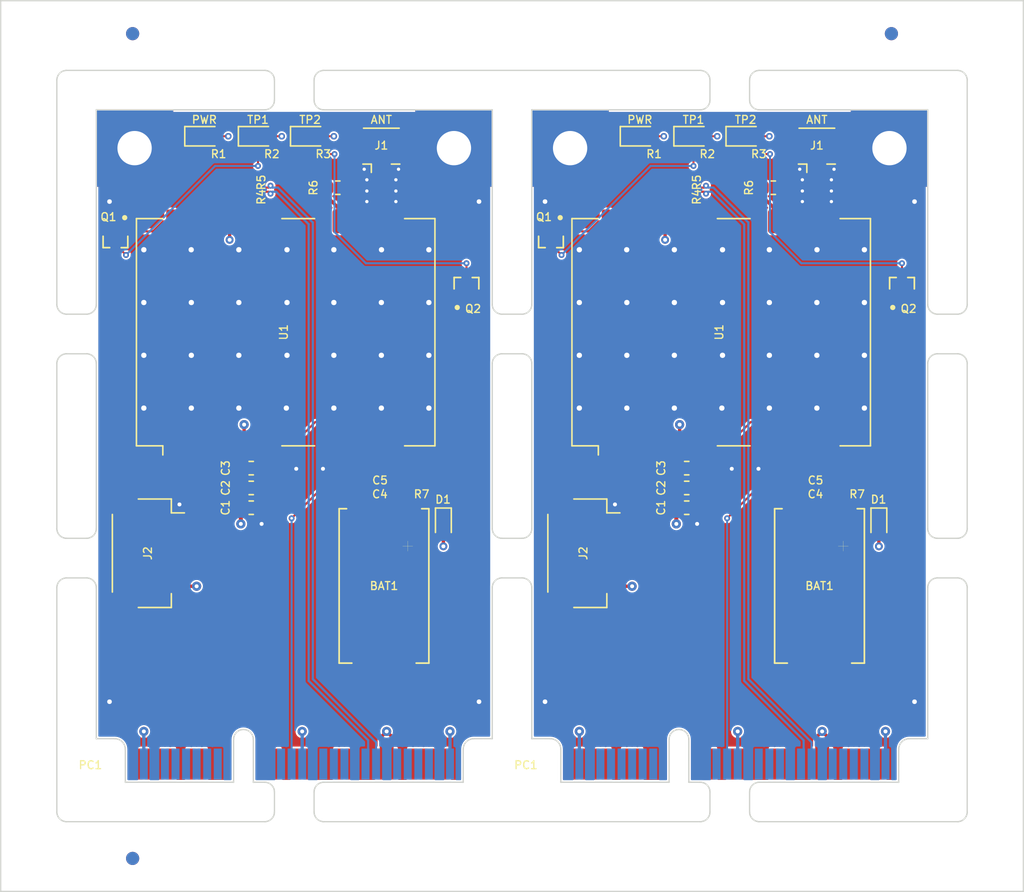
<source format=kicad_pcb>
(kicad_pcb (version 20171130) (host pcbnew 5.1.5+dfsg1-2build2)
  (layers (0 F.Cu signal) (1 In1.Cu signal) (2 In2.Cu signal) (31 B.Cu signal) (34 B.Paste user hide) (35 F.Paste user) (36 B.SilkS user) (37 F.SilkS user) (38 B.Mask user) (39 F.Mask user) (44 Edge.Cuts user))
  (net 0 "")
  (net 1 Board_1-Board_1-+3.3V)
  (net 2 Board_1-Board_1-/GNSS_ANT)
  (net 3 Board_1-Board_1-/GPS_D+)
  (net 4 Board_1-Board_1-/GPS_D-)
  (net 5 Board_1-Board_1-/RXD)
  (net 6 Board_1-Board_1-/TP1)
  (net 7 Board_1-Board_1-/TP2)
  (net 8 Board_1-Board_1-/TXD)
  (net 9 Board_1-Board_1-/USB_D+)
  (net 10 Board_1-Board_1-/USB_D-)
  (net 11 Board_1-Board_1-/VCC_RF)
  (net 12 Board_1-Board_1-/V_ANT)
  (net 13 Board_1-Board_1-/V_BCKP)
  (net 14 Board_1-Board_1-/~LED_WLAN)
  (net 15 Board_1-Board_1-/~LED_WWAN)
  (net 16 Board_1-Board_1-/~RESET)
  (net 17 Board_1-Board_1-GND)
  (net 18 "Board_1-Board_1-Net-(D1-Pad1)")
  (net 19 "Board_1-Board_1-Net-(LED1-Pad1)")
  (net 20 "Board_1-Board_1-Net-(LED2-Pad1)")
  (net 21 "Board_1-Board_1-Net-(LED3-Pad1)")
  (net 22 Board_2-Board_1-+3.3V)
  (net 23 Board_2-Board_1-/GNSS_ANT)
  (net 24 Board_2-Board_1-/GPS_D+)
  (net 25 Board_2-Board_1-/GPS_D-)
  (net 26 Board_2-Board_1-/RXD)
  (net 27 Board_2-Board_1-/TP1)
  (net 28 Board_2-Board_1-/TP2)
  (net 29 Board_2-Board_1-/TXD)
  (net 30 Board_2-Board_1-/USB_D+)
  (net 31 Board_2-Board_1-/USB_D-)
  (net 32 Board_2-Board_1-/VCC_RF)
  (net 33 Board_2-Board_1-/V_ANT)
  (net 34 Board_2-Board_1-/V_BCKP)
  (net 35 Board_2-Board_1-/~LED_WLAN)
  (net 36 Board_2-Board_1-/~LED_WWAN)
  (net 37 Board_2-Board_1-/~RESET)
  (net 38 Board_2-Board_1-GND)
  (net 39 "Board_2-Board_1-Net-(D1-Pad1)")
  (net 40 "Board_2-Board_1-Net-(LED1-Pad1)")
  (net 41 "Board_2-Board_1-Net-(LED2-Pad1)")
  (net 42 "Board_2-Board_1-Net-(LED3-Pad1)")
  (module NPTH (layer F.Cu) (at 47.751956 106.725986)
    (fp_text reference REF** hide)
    (fp_text value NPTH hide)
    (pad "" np_thru_hole circle (at 0 0) (size 1.5 1.5) (drill 1.5) (layers *.Cu))
  )
  (module NPTH (layer F.Cu) (at 115.251956 44.225987)
    (fp_text reference REF** hide)
    (fp_text value NPTH hide)
    (pad "" np_thru_hole circle (at 0 0) (size 1.5 1.5) (drill 1.5) (layers *.Cu))
  )
  (module NPTH (layer F.Cu) (at 47.751956 44.225987)
    (fp_text reference REF** hide)
    (fp_text value NPTH hide)
    (pad "" np_thru_hole circle (at 0 0) (size 1.5 1.5) (drill 1.5) (layers *.Cu))
  )
  (module Fiducial (layer B.Cu) (at 52.751956 106.725986)
    (fp_text reference REF** hide)
    (fp_text value Fiducial hide)
    (pad "" smd circle (at 0 0) (size 1 1) (layers B.Cu B.Mask) (clearance 0.5))
  )
  (module Fiducial (layer F.Cu) (at 52.751956 106.725986)
    (fp_text reference REF** hide)
    (fp_text value Fiducial hide)
    (pad "" smd circle (at 0 0) (size 1 1) (layers F.Cu F.Mask) (clearance 0.5))
  )
  (module Fiducial (layer B.Cu) (at 110.251956 44.225987)
    (fp_text reference REF** hide)
    (fp_text value Fiducial hide)
    (pad "" smd circle (at 0 0) (size 1 1) (layers B.Cu B.Mask) (clearance 0.5))
  )
  (module Fiducial (layer F.Cu) (at 110.251956 44.225987)
    (fp_text reference REF** hide)
    (fp_text value Fiducial hide)
    (pad "" smd circle (at 0 0) (size 1 1) (layers F.Cu F.Mask) (clearance 0.5))
  )
  (module Fiducial (layer B.Cu) (at 52.751956 44.225987)
    (fp_text reference REF** hide)
    (fp_text value Fiducial hide)
    (pad "" smd circle (at 0 0) (size 1 1) (layers B.Cu B.Mask) (clearance 0.5))
  )
  (module Fiducial (layer F.Cu) (at 52.751956 44.225987)
    (fp_text reference REF** hide)
    (fp_text value Fiducial hide)
    (pad "" smd circle (at 0 0) (size 1 1) (layers F.Cu F.Mask) (clearance 0.5))
  )
  (module mPCIe-GNSS:JST_SH_SM06B-SRSS-TB_1x06-1MP_P1.00mm_Horizontal_3D (layer F.Cu) (at 86.902957 83.600901 270)
    (fp_text reference J2 (at 0 0 270) (layer F.SilkS) (effects (font (size 0.6 0.6) (thickness 0.1))))
    (fp_text value IO)
    (pad 1 smd roundrect (at -2.5 -2 270) (size 0.6 1.55) (layers F.Cu F.Paste F.Mask) (net 38 Board_2-Board_1-GND))
    (pad 2 smd roundrect (at -1.5 -2 270) (size 0.6 1.55) (layers F.Cu F.Paste F.Mask) (net 27 Board_2-Board_1-/TP1))
    (pad 3 smd roundrect (at -0.5 -2 270) (size 0.6 1.55) (layers F.Cu F.Paste F.Mask) (net 29 Board_2-Board_1-/TXD))
    (pad 4 smd roundrect (at 0.5 -2 270) (size 0.6 1.55) (layers F.Cu F.Paste F.Mask) (net 26 Board_2-Board_1-/RXD))
    (pad 5 smd roundrect (at 1.5 -2 270) (size 0.6 1.55) (layers F.Cu F.Paste F.Mask) (net 28 Board_2-Board_1-/TP2))
    (pad 6 smd roundrect (at 2.5 -2 270) (size 0.6 1.55) (layers F.Cu F.Paste F.Mask) (net 22 Board_2-Board_1-+3.3V))
    (pad MP smd roundrect (at -3.8 1.875 270) (size 1.2 1.8) (layers F.Cu F.Paste F.Mask) (roundrect_rratio 0.208333))
    (pad MP smd roundrect (at 3.8 1.875 270) (size 1.2 1.8) (layers F.Cu F.Paste F.Mask) (roundrect_rratio 0.208333))
  )
  (module Resistor_SMD:R_0603_1608Metric (layer F.Cu) (at 101.302957 55.900901)
    (fp_text reference R6 (at -1.85 0 90) (layer F.SilkS) (effects (font (size 0.6 0.6) (thickness 0.1))))
    (fp_text value 10R)
    (pad 1 smd roundrect (at -0.7875 0) (size 0.875 0.95) (layers F.Cu F.Paste F.Mask) (net 33 Board_2-Board_1-/V_ANT))
    (pad 2 smd roundrect (at 0.7875 0) (size 0.875 0.95) (layers F.Cu F.Paste F.Mask) (net 32 Board_2-Board_1-/VCC_RF))
  )
  (module "mini-PCIe Cards:mini-PCIe_F1_Full_v517" (layer F.Cu) (at 94.152957 100.950901)
    (fp_text reference PC1 (at -11.6 -1.3) (layer F.SilkS) (effects (font (size 0.6 0.6) (thickness 0.1))))
    (fp_text value miniPCIe)
    (pad 55 thru_hole custom (at 15.95 -48.05) (size 2.6 2.6) (drill 2.6) (layers *.Cu *.Mask) (net 38 Board_2-Board_1-GND) (options (clearance outline) (anchor circle)) (primitives (gr_poly (pts (xy 2.9 2.9) (xy -2.9 2.9) (xy -2.9 -2.9) (xy 2.9 -2.9)) (width 0.05)) (gr_poly (pts (xy 2.9 2.9) (xy -2.9 2.9) (xy -2.9 -2.9) (xy 2.9 -2.9)) (width 0.05)) (gr_poly (pts (xy 2.9 2.9) (xy -2.9 2.9) (xy -2.9 -2.9) (xy 2.9 -2.9)) (width 0.05)) (gr_poly (pts (xy 2.9 2.9) (xy -2.9 2.9) (xy -2.9 -2.9) (xy 2.9 -2.9)) (width 0.05))))
    (pad 54 thru_hole custom (at -8.25 -48.05) (size 2.6 2.6) (drill 2.6) (layers *.Cu *.Mask) (net 38 Board_2-Board_1-GND) (options (clearance outline) (anchor circle)) (primitives (gr_poly (pts (xy 2.9 2.9) (xy -2.9 2.9) (xy -2.9 -2.9) (xy 2.9 -2.9)) (width 0.05)) (gr_poly (pts (xy 2.9 2.9) (xy -2.9 2.9) (xy -2.9 -2.9) (xy 2.9 -2.9)) (width 0.05)) (gr_poly (pts (xy 2.9 2.9) (xy -2.9 2.9) (xy -2.9 -2.9) (xy 2.9 -2.9)) (width 0.05)) (gr_poly (pts (xy 2.9 2.9) (xy -2.9 2.9) (xy -2.9 -2.9) (xy 2.9 -2.9)) (width 0.05))))
    (pad 2 smd rect (at -7.55 -1.375) (size 0.6 2.35) (layers B.Cu B.Mask) (net 22 Board_2-Board_1-+3.3V))
    (pad 4 smd rect (at -6.75 -1.375) (size 0.6 2.35) (layers B.Cu B.Mask) (net 38 Board_2-Board_1-GND))
    (pad 6 smd rect (at -5.95 -1.375) (size 0.6 2.35) (layers B.Cu B.Mask))
    (pad 8 smd rect (at -5.15 -1.375) (size 0.6 2.35) (layers B.Cu B.Mask))
    (pad 10 smd rect (at -4.35 -1.375) (size 0.6 2.35) (layers B.Cu B.Mask))
    (pad 12 smd rect (at -3.55 -1.375) (size 0.6 2.35) (layers B.Cu B.Mask))
    (pad 14 smd rect (at -2.75 -1.375) (size 0.6 2.35) (layers B.Cu B.Mask))
    (pad 16 smd rect (at -1.95 -1.375) (size 0.6 2.35) (layers B.Cu B.Mask))
    (pad 52 smd rect (at 15.65 -1.375) (size 0.6 2.35) (layers B.Cu B.Mask) (net 22 Board_2-Board_1-+3.3V))
    (pad 50 smd rect (at 14.85 -1.375) (size 0.6 2.35) (layers B.Cu B.Mask) (net 38 Board_2-Board_1-GND))
    (pad 48 smd rect (at 14.05 -1.375) (size 0.6 2.35) (layers B.Cu B.Mask))
    (pad 46 smd rect (at 13.25 -1.375) (size 0.6 2.35) (layers B.Cu B.Mask))
    (pad 44 smd rect (at 12.45 -1.375) (size 0.6 2.35) (layers B.Cu B.Mask))
    (pad 42 smd rect (at 11.65 -1.375) (size 0.6 2.35) (layers B.Cu B.Mask))
    (pad 40 smd rect (at 10.85 -1.375) (size 0.6 2.35) (layers B.Cu B.Mask) (net 38 Board_2-Board_1-GND))
    (pad 38 smd rect (at 10.05 -1.375) (size 0.6 2.35) (layers B.Cu B.Mask) (net 30 Board_2-Board_1-/USB_D+))
    (pad 36 smd rect (at 9.25 -1.375) (size 0.6 2.35) (layers B.Cu B.Mask) (net 31 Board_2-Board_1-/USB_D-))
    (pad 34 smd rect (at 8.45 -1.375) (size 0.6 2.35) (layers B.Cu B.Mask) (net 38 Board_2-Board_1-GND))
    (pad 32 smd rect (at 7.65 -1.375) (size 0.6 2.35) (layers B.Cu B.Mask))
    (pad 30 smd rect (at 6.85 -1.375) (size 0.6 2.35) (layers B.Cu B.Mask))
    (pad 28 smd rect (at 6.05 -1.375) (size 0.6 2.35) (layers B.Cu B.Mask))
    (pad 26 smd rect (at 5.25 -1.375) (size 0.6 2.35) (layers B.Cu B.Mask) (net 38 Board_2-Board_1-GND))
    (pad 24 smd rect (at 4.45 -1.375) (size 0.6 2.35) (layers B.Cu B.Mask) (net 22 Board_2-Board_1-+3.3V))
    (pad 22 smd rect (at 3.65 -1.375) (size 0.6 2.35) (layers B.Cu B.Mask) (net 37 Board_2-Board_1-/~RESET))
    (pad 20 smd rect (at 2.85 -1.375) (size 0.6 2.35) (layers B.Cu B.Mask))
    (pad 18 smd rect (at 2.05 -1.375) (size 0.6 2.35) (layers B.Cu B.Mask) (net 38 Board_2-Board_1-GND))
    (pad 17 smd rect (at 1.65 -1.375) (size 0.6 2.35) (layers F.Cu F.Mask))
    (pad 1 smd rect (at -7.95 -1.375) (size 0.6 2.35) (layers F.Cu F.Mask))
    (pad 3 smd rect (at -7.15 -1.375) (size 0.6 2.35) (layers F.Cu F.Mask))
    (pad 5 smd rect (at -6.35 -1.375) (size 0.6 2.35) (layers F.Cu F.Mask))
    (pad 7 smd rect (at -5.55 -1.375) (size 0.6 2.35) (layers F.Cu F.Mask))
    (pad 9 smd rect (at -4.75 -1.375) (size 0.6 2.35) (layers F.Cu F.Mask) (net 38 Board_2-Board_1-GND))
    (pad 11 smd rect (at -3.95 -1.375) (size 0.6 2.35) (layers F.Cu F.Mask))
    (pad 13 smd rect (at -3.15 -1.375) (size 0.6 2.35) (layers F.Cu F.Mask))
    (pad 51 smd rect (at 15.25 -1.375) (size 0.6 2.35) (layers F.Cu F.Mask))
    (pad 49 smd rect (at 14.45 -1.375) (size 0.6 2.35) (layers F.Cu F.Mask))
    (pad 47 smd rect (at 13.65 -1.375) (size 0.6 2.35) (layers F.Cu F.Mask))
    (pad 45 smd rect (at 12.85 -1.375) (size 0.6 2.35) (layers F.Cu F.Mask))
    (pad 43 smd rect (at 12.05 -1.375) (size 0.6 2.35) (layers F.Cu F.Mask) (net 38 Board_2-Board_1-GND))
    (pad 41 smd rect (at 11.25 -1.375) (size 0.6 2.35) (layers F.Cu F.Mask) (net 22 Board_2-Board_1-+3.3V))
    (pad 39 smd rect (at 10.45 -1.375) (size 0.6 2.35) (layers F.Cu F.Mask) (net 22 Board_2-Board_1-+3.3V))
    (pad 37 smd rect (at 9.65 -1.375) (size 0.6 2.35) (layers F.Cu F.Mask) (net 38 Board_2-Board_1-GND))
    (pad 35 smd rect (at 8.85 -1.375) (size 0.6 2.35) (layers F.Cu F.Mask) (net 38 Board_2-Board_1-GND))
    (pad 33 smd rect (at 8.05 -1.375) (size 0.6 2.35) (layers F.Cu F.Mask))
    (pad 31 smd rect (at 7.25 -1.375) (size 0.6 2.35) (layers F.Cu F.Mask))
    (pad 29 smd rect (at 6.45 -1.375) (size 0.6 2.35) (layers F.Cu F.Mask) (net 38 Board_2-Board_1-GND))
    (pad 27 smd rect (at 5.65 -1.375) (size 0.6 2.35) (layers F.Cu F.Mask) (net 38 Board_2-Board_1-GND))
    (pad 25 smd rect (at 4.85 -1.375) (size 0.6 2.35) (layers F.Cu F.Mask))
    (pad 23 smd rect (at 4.05 -1.375) (size 0.6 2.35) (layers F.Cu F.Mask))
    (pad 21 smd rect (at 3.25 -1.375) (size 0.6 2.35) (layers F.Cu F.Mask) (net 38 Board_2-Board_1-GND))
    (pad 19 smd rect (at 2.45 -1.375) (size 0.6 2.35) (layers F.Cu F.Mask))
    (pad 15 smd rect (at -2.35 -1.375) (size 0.6 2.35) (layers F.Cu F.Mask) (net 38 Board_2-Board_1-GND))
  )
  (module Capacitor_SMD:C_0603_1608Metric (layer F.Cu) (at 94.740457 77.150901)
    (fp_text reference C3 (at -1.9375 0 90) (layer F.SilkS) (effects (font (size 0.6 0.6) (thickness 0.1))))
    (fp_text value 100nF)
    (pad 1 smd roundrect (at -0.7875 0) (size 0.875 0.95) (layers F.Cu F.Paste F.Mask) (net 22 Board_2-Board_1-+3.3V))
    (pad 2 smd roundrect (at 0.7875 0) (size 0.875 0.95) (layers F.Cu F.Paste F.Mask) (net 38 Board_2-Board_1-GND))
  )
  (module mPCIe-GNSS:ublox_LEA (layer F.Cu) (at 97.202957 66.850901 90)
    (fp_text reference U1 (at 0 0 90) (layer F.SilkS) (effects (font (size 0.6 0.6) (thickness 0.1))))
    (fp_text value LEA-M8T)
    (pad 1 smd roundrect (at -8.4 -8.5 90) (size 1.8 0.8) (layers F.Cu F.Paste F.Mask))
    (pad 2 smd roundrect (at -8.4 -7.4 90) (size 1.8 0.8) (layers F.Cu F.Paste F.Mask))
    (pad 3 smd roundrect (at -8.4 -6.3 90) (size 1.8 0.8) (layers F.Cu F.Paste F.Mask) (net 29 Board_2-Board_1-/TXD))
    (pad 4 smd roundrect (at -8.4 -5.2 90) (size 1.8 0.8) (layers F.Cu F.Paste F.Mask) (net 26 Board_2-Board_1-/RXD))
    (pad 5 smd roundrect (at -8.4 -4.1 90) (size 1.8 0.8) (layers F.Cu F.Paste F.Mask))
    (pad 6 smd roundrect (at -8.4 -3 90) (size 1.8 0.8) (layers F.Cu F.Paste F.Mask) (net 22 Board_2-Board_1-+3.3V))
    (pad 7 smd roundrect (at -8.4 -1.9 90) (size 1.8 0.8) (layers F.Cu F.Paste F.Mask) (net 38 Board_2-Board_1-GND))
    (pad 8 smd roundrect (at -8.4 -0.8 90) (size 1.8 0.8) (layers F.Cu F.Paste F.Mask))
    (pad 9 smd roundrect (at -8.4 3 90) (size 1.8 0.8) (layers F.Cu F.Paste F.Mask))
    (pad 10 smd roundrect (at -8.4 4.1 90) (size 1.8 0.8) (layers F.Cu F.Paste F.Mask) (net 37 Board_2-Board_1-/~RESET))
    (pad 11 smd roundrect (at -8.4 5.2 90) (size 1.8 0.8) (layers F.Cu F.Paste F.Mask) (net 34 Board_2-Board_1-/V_BCKP))
    (pad 12 smd roundrect (at -8.4 6.3 90) (size 1.8 0.8) (layers F.Cu F.Paste F.Mask) (net 28 Board_2-Board_1-/TP2))
    (pad 13 smd roundrect (at -8.4 7.4 90) (size 1.8 0.8) (layers F.Cu F.Paste F.Mask) (net 38 Board_2-Board_1-GND))
    (pad 14 smd roundrect (at -8.4 8.5 90) (size 1.8 0.8) (layers F.Cu F.Paste F.Mask) (net 38 Board_2-Board_1-GND))
    (pad 15 smd roundrect (at 8.4 8.5 90) (size 1.8 0.8) (layers F.Cu F.Paste F.Mask) (net 38 Board_2-Board_1-GND))
    (pad 16 smd roundrect (at 8.4 7.4 90) (size 1.8 0.8) (layers F.Cu F.Paste F.Mask) (net 23 Board_2-Board_1-/GNSS_ANT))
    (pad 17 smd roundrect (at 8.4 6.3 90) (size 1.8 0.8) (layers F.Cu F.Paste F.Mask) (net 38 Board_2-Board_1-GND))
    (pad 18 smd roundrect (at 8.4 5.2 90) (size 1.8 0.8) (layers F.Cu F.Paste F.Mask) (net 32 Board_2-Board_1-/VCC_RF))
    (pad 19 smd roundrect (at 8.4 4.1 90) (size 1.8 0.8) (layers F.Cu F.Paste F.Mask) (net 33 Board_2-Board_1-/V_ANT))
    (pad 20 smd roundrect (at 8.4 3 90) (size 1.8 0.8) (layers F.Cu F.Paste F.Mask))
    (pad 21 smd roundrect (at 8.4 -0.8 90) (size 1.8 0.8) (layers F.Cu F.Paste F.Mask))
    (pad 22 smd roundrect (at 8.4 -1.9 90) (size 1.8 0.8) (layers F.Cu F.Paste F.Mask))
    (pad 23 smd roundrect (at 8.4 -3 90) (size 1.8 0.8) (layers F.Cu F.Paste F.Mask))
    (pad 24 smd roundrect (at 8.4 -4.1 90) (size 1.8 0.8) (layers F.Cu F.Paste F.Mask) (net 22 Board_2-Board_1-+3.3V))
    (pad 25 smd roundrect (at 8.4 -5.2 90) (size 1.8 0.8) (layers F.Cu F.Paste F.Mask) (net 25 Board_2-Board_1-/GPS_D-))
    (pad 26 smd roundrect (at 8.4 -6.3 90) (size 1.8 0.8) (layers F.Cu F.Paste F.Mask) (net 24 Board_2-Board_1-/GPS_D+))
    (pad 27 smd roundrect (at 8.4 -7.4 90) (size 1.8 0.8) (layers F.Cu F.Paste F.Mask))
    (pad 28 smd roundrect (at 8.4 -8.5 90) (size 1.8 0.8) (layers F.Cu F.Paste F.Mask) (net 27 Board_2-Board_1-/TP1))
  )
  (module Resistor_SMD:R_0402_1005Metric (layer F.Cu) (at 106.102957 79.125901 180)
    (fp_text reference R7 (at -1.55 0) (layer F.SilkS) (effects (font (size 0.6 0.6) (thickness 0.1))))
    (fp_text value 1K)
    (pad 1 smd roundrect (at -0.485 0 180) (size 0.59 0.64) (layers F.Cu F.Paste F.Mask) (net 39 "Board_2-Board_1-Net-(D1-Pad1)"))
    (pad 2 smd roundrect (at 0.485 0 180) (size 0.59 0.64) (layers F.Cu F.Paste F.Mask) (net 34 Board_2-Board_1-/V_BCKP))
  )
  (module mPCIe-GNSS:Q_EMT3F (layer F.Cu) (at 84.452957 59.870901 270)
    (fp_text reference Q1 (at -1.75 0.53) (layer F.SilkS) (effects (font (size 0.6 0.6) (thickness 0.1))))
    (fp_text value DTC143ZEBTL)
    (pad 1 smd rect (at -0.66 -0.5 270) (size 0.81 0.35) (layers F.Cu F.Paste F.Mask) (net 27 Board_2-Board_1-/TP1))
    (pad 2 smd rect (at -0.66 0.5 270) (size 0.81 0.35) (layers F.Cu F.Paste F.Mask) (net 38 Board_2-Board_1-GND))
    (pad 3 smd rect (at 0.66 0 270) (size 0.81 0.35) (layers F.Cu F.Paste F.Mask) (net 36 Board_2-Board_1-/~LED_WWAN))
  )
  (module Capacitor_SMD:C_0603_1608Metric (layer F.Cu) (at 94.740457 80.150901 180)
    (fp_text reference C1 (at 1.95 0 90) (layer F.SilkS) (effects (font (size 0.6 0.6) (thickness 0.1))))
    (fp_text value 10uF)
    (pad 1 smd roundrect (at -0.7875 0 180) (size 0.875 0.95) (layers F.Cu F.Paste F.Mask) (net 38 Board_2-Board_1-GND))
    (pad 2 smd roundrect (at 0.7875 0 180) (size 0.875 0.95) (layers F.Cu F.Paste F.Mask) (net 22 Board_2-Board_1-+3.3V))
  )
  (module Resistor_SMD:R_0402_1005Metric (layer F.Cu) (at 98.652957 53.350901)
    (fp_text reference R3 (at 1.55 0) (layer F.SilkS) (effects (font (size 0.6 0.6) (thickness 0.1))))
    (fp_text value 220R)
    (pad 1 smd roundrect (at -0.485 0) (size 0.59 0.64) (layers F.Cu F.Paste F.Mask) (net 42 "Board_2-Board_1-Net-(LED3-Pad1)"))
    (pad 2 smd roundrect (at 0.485 0) (size 0.59 0.64) (layers F.Cu F.Paste F.Mask) (net 35 Board_2-Board_1-/~LED_WLAN))
  )
  (module mPCIe-GNSS:Q_EMT3F (layer F.Cu) (at 111.052957 63.275901 90)
    (fp_text reference Q2 (at -1.8 0.5) (layer F.SilkS) (effects (font (size 0.6 0.6) (thickness 0.1))))
    (fp_text value DTC143ZEBTL)
    (pad 1 smd rect (at -0.66 -0.5 90) (size 0.81 0.35) (layers F.Cu F.Paste F.Mask) (net 28 Board_2-Board_1-/TP2))
    (pad 2 smd rect (at -0.66 0.5 90) (size 0.81 0.35) (layers F.Cu F.Paste F.Mask) (net 38 Board_2-Board_1-GND))
    (pad 3 smd rect (at 0.66 0 90) (size 0.81 0.35) (layers F.Cu F.Paste F.Mask) (net 35 Board_2-Board_1-/~LED_WLAN))
  )
  (module mPCIe-GNSS:LED_0603_1608Metric_SnapModel (layer F.Cu) (at 95.252957 52.000901)
    (fp_text reference LED2 hide)
    (fp_text value TP1 (at 0 -1.25) (layer F.SilkS) (effects (font (size 0.6 0.6) (thickness 0.1))))
    (pad 2 smd roundrect (at 0.7875 0) (size 0.875 0.95) (layers F.Cu F.Paste F.Mask) (net 22 Board_2-Board_1-+3.3V))
    (pad 1 smd roundrect (at -0.7875 0) (size 0.875 0.95) (layers F.Cu F.Paste F.Mask) (net 41 "Board_2-Board_1-Net-(LED2-Pad1)"))
  )
  (module Resistor_SMD:R_0402_1005Metric (layer F.Cu) (at 94.752957 53.350901)
    (fp_text reference R2 (at 1.55 0) (layer F.SilkS) (effects (font (size 0.6 0.6) (thickness 0.1))))
    (fp_text value 220R)
    (pad 1 smd roundrect (at -0.485 0) (size 0.59 0.64) (layers F.Cu F.Paste F.Mask) (net 41 "Board_2-Board_1-Net-(LED2-Pad1)"))
    (pad 2 smd roundrect (at 0.485 0) (size 0.59 0.64) (layers F.Cu F.Paste F.Mask) (net 36 Board_2-Board_1-/~LED_WWAN))
  )
  (module Capacitor_SMD:C_0402_1005Metric (layer F.Cu) (at 102.887957 78.075901)
    (fp_text reference C5 (at 1.615 0 180) (layer F.SilkS) (effects (font (size 0.6 0.6) (thickness 0.1))))
    (fp_text value 100nF)
    (pad 1 smd roundrect (at -0.485 0) (size 0.59 0.64) (layers F.Cu F.Paste F.Mask) (net 34 Board_2-Board_1-/V_BCKP))
    (pad 2 smd roundrect (at 0.485 0) (size 0.59 0.64) (layers F.Cu F.Paste F.Mask) (net 38 Board_2-Board_1-GND))
  )
  (module mPCIe-GNSS:CAP_DSK-3R3H224U-HL (layer F.Cu) (at 104.802957 86.075901)
    (fp_text reference BAT1 (at 0 0) (layer F.SilkS) (effects (font (size 0.6 0.6) (thickness 0.1))))
    (fp_text value DSK-3R3H224U)
    (fp_text user + (at 1.8 -3.1) (layer F.SilkS) (effects (font (size 1.004496 1.004496) (thickness 0.015))))
    (pad 1 smd rect (at 0 -5.075) (size 5 2) (layers F.Cu F.Paste F.Mask) (net 34 Board_2-Board_1-/V_BCKP))
    (pad 2 smd rect (at 0 5.075) (size 4 1.7) (layers F.Cu F.Paste F.Mask) (net 38 Board_2-Board_1-GND))
  )
  (module Resistor_SMD:R_0402_1005Metric (layer F.Cu) (at 90.702957 53.350901)
    (fp_text reference R1 (at 1.565 0) (layer F.SilkS) (effects (font (size 0.6 0.6) (thickness 0.1))))
    (fp_text value 51R)
    (pad 1 smd roundrect (at -0.485 0) (size 0.59 0.64) (layers F.Cu F.Paste F.Mask) (net 40 "Board_2-Board_1-Net-(LED1-Pad1)"))
    (pad 2 smd roundrect (at 0.485 0) (size 0.59 0.64) (layers F.Cu F.Paste F.Mask) (net 38 Board_2-Board_1-GND))
  )
  (module Resistor_SMD:R_0402_1005Metric (layer F.Cu) (at 94.152957 55.500901 180)
    (fp_text reference R5 (at -1.35 0 270) (layer F.SilkS) (effects (font (size 0.6 0.6) (thickness 0.1))))
    (fp_text value 33R)
    (pad 1 smd roundrect (at -0.485 0 180) (size 0.59 0.64) (layers F.Cu F.Paste F.Mask) (net 30 Board_2-Board_1-/USB_D+))
    (pad 2 smd roundrect (at 0.485 0 180) (size 0.59 0.64) (layers F.Cu F.Paste F.Mask) (net 24 Board_2-Board_1-/GPS_D+))
  )
  (module mPCIe-GNSS:LED_0603_1608Metric_SnapModel (layer F.Cu) (at 91.190457 52.000901)
    (fp_text reference LED1 hide)
    (fp_text value PWR (at 0 -1.25) (layer F.SilkS) (effects (font (size 0.6 0.6) (thickness 0.1))))
    (pad 2 smd roundrect (at 0.7875 0) (size 0.875 0.95) (layers F.Cu F.Paste F.Mask) (net 22 Board_2-Board_1-+3.3V))
    (pad 1 smd roundrect (at -0.7875 0) (size 0.875 0.95) (layers F.Cu F.Paste F.Mask) (net 40 "Board_2-Board_1-Net-(LED1-Pad1)"))
  )
  (module Capacitor_SMD:C_0402_1005Metric (layer F.Cu) (at 102.892957 79.125901)
    (fp_text reference C4 (at 1.6 0 180) (layer F.SilkS) (effects (font (size 0.6 0.6) (thickness 0.1))))
    (fp_text value 4.7uF)
    (pad 1 smd roundrect (at -0.485 0) (size 0.59 0.64) (layers F.Cu F.Paste F.Mask) (net 34 Board_2-Board_1-/V_BCKP))
    (pad 2 smd roundrect (at 0.485 0) (size 0.59 0.64) (layers F.Cu F.Paste F.Mask) (net 38 Board_2-Board_1-GND))
  )
  (module mPCIe-GNSS:U.FL_Hirose_U.FL-R-SMT-1_Vertical_Tweaked (layer F.Cu) (at 104.602957 52.750901 90)
    (fp_text reference J1 (at 0.05 0 unlocked) (layer F.SilkS) (effects (font (size 0.6 0.6) (thickness 0.1))))
    (fp_text value ANT (at 2 0 180) (layer F.SilkS) (effects (font (size 0.6 0.6) (thickness 0.1))))
    (pad 2 smd rect (at 0 1.475 90) (size 2.2 1.05) (layers F.Cu F.Paste F.Mask) (net 38 Board_2-Board_1-GND))
    (pad 1 smd rect (at -1.525 0 90) (size 1.05 1) (layers F.Cu F.Paste F.Mask) (net 23 Board_2-Board_1-/GNSS_ANT))
    (pad 2 smd rect (at 0 -1.475 90) (size 2.2 1.05) (layers F.Cu F.Paste F.Mask) (net 38 Board_2-Board_1-GND))
  )
  (module mPCIe-GNSS:LED_0603_1608Metric_SnapModel (layer F.Cu) (at 99.202957 52.000901)
    (fp_text reference LED3)
    (fp_text value TP2 (at 0 -1.25) (layer F.SilkS) (effects (font (size 0.6 0.6) (thickness 0.1))))
    (pad 2 smd roundrect (at 0.7875 0) (size 0.875 0.95) (layers F.Cu F.Paste F.Mask) (net 22 Board_2-Board_1-+3.3V))
    (pad 1 smd roundrect (at -0.7875 0) (size 0.875 0.95) (layers F.Cu F.Paste F.Mask) (net 42 "Board_2-Board_1-Net-(LED3-Pad1)"))
  )
  (module Resistor_SMD:R_0402_1005Metric (layer F.Cu) (at 94.152957 56.600901)
    (fp_text reference R4 (at 1.35 0 270) (layer F.SilkS) (effects (font (size 0.6 0.6) (thickness 0.1))))
    (fp_text value 33R)
    (pad 1 smd roundrect (at -0.485 0) (size 0.59 0.64) (layers F.Cu F.Paste F.Mask) (net 25 Board_2-Board_1-/GPS_D-))
    (pad 2 smd roundrect (at 0.485 0) (size 0.59 0.64) (layers F.Cu F.Paste F.Mask) (net 31 Board_2-Board_1-/USB_D-))
  )
  (module Diode_SMD:D_SOD-523 (layer F.Cu) (at 109.302957 81.325901 270)
    (fp_text reference D1 (at -1.8 0.025) (layer F.SilkS) (effects (font (size 0.6 0.6) (thickness 0.1))))
    (fp_text value RB520S30T1G)
    (pad 2 smd rect (at 0.7 0 90) (size 0.6 0.7) (layers F.Cu F.Paste F.Mask) (net 22 Board_2-Board_1-+3.3V))
    (pad 1 smd rect (at -0.7 0 90) (size 0.6 0.7) (layers F.Cu F.Paste F.Mask) (net 39 "Board_2-Board_1-Net-(D1-Pad1)"))
  )
  (module Capacitor_SMD:C_0603_1608Metric (layer F.Cu) (at 94.740457 78.650901 180)
    (fp_text reference C2 (at 1.9375 0 90) (layer F.SilkS) (effects (font (size 0.6 0.6) (thickness 0.1))))
    (fp_text value 10uF)
    (pad 1 smd roundrect (at -0.7875 0 180) (size 0.875 0.95) (layers F.Cu F.Paste F.Mask) (net 38 Board_2-Board_1-GND))
    (pad 2 smd roundrect (at 0.7875 0 180) (size 0.875 0.95) (layers F.Cu F.Paste F.Mask) (net 22 Board_2-Board_1-+3.3V))
  )
  (module mPCIe-GNSS:JST_SH_SM06B-SRSS-TB_1x06-1MP_P1.00mm_Horizontal_3D (layer F.Cu) (at 53.901001 83.600901 270)
    (fp_text reference J2 (at 0 0 270) (layer F.SilkS) (effects (font (size 0.6 0.6) (thickness 0.1))))
    (fp_text value IO)
    (pad 1 smd roundrect (at -2.5 -2 270) (size 0.6 1.55) (layers F.Cu F.Paste F.Mask) (net 17 Board_1-Board_1-GND))
    (pad 2 smd roundrect (at -1.5 -2 270) (size 0.6 1.55) (layers F.Cu F.Paste F.Mask) (net 6 Board_1-Board_1-/TP1))
    (pad 3 smd roundrect (at -0.5 -2 270) (size 0.6 1.55) (layers F.Cu F.Paste F.Mask) (net 8 Board_1-Board_1-/TXD))
    (pad 4 smd roundrect (at 0.5 -2 270) (size 0.6 1.55) (layers F.Cu F.Paste F.Mask) (net 5 Board_1-Board_1-/RXD))
    (pad 5 smd roundrect (at 1.5 -2 270) (size 0.6 1.55) (layers F.Cu F.Paste F.Mask) (net 7 Board_1-Board_1-/TP2))
    (pad 6 smd roundrect (at 2.5 -2 270) (size 0.6 1.55) (layers F.Cu F.Paste F.Mask) (net 1 Board_1-Board_1-+3.3V))
    (pad MP smd roundrect (at -3.8 1.875 270) (size 1.2 1.8) (layers F.Cu F.Paste F.Mask) (roundrect_rratio 0.208333))
    (pad MP smd roundrect (at 3.8 1.875 270) (size 1.2 1.8) (layers F.Cu F.Paste F.Mask) (roundrect_rratio 0.208333))
  )
  (module Resistor_SMD:R_0603_1608Metric (layer F.Cu) (at 68.301001 55.900901)
    (fp_text reference R6 (at -1.85 0 90) (layer F.SilkS) (effects (font (size 0.6 0.6) (thickness 0.1))))
    (fp_text value 10R)
    (pad 1 smd roundrect (at -0.7875 0) (size 0.875 0.95) (layers F.Cu F.Paste F.Mask) (net 12 Board_1-Board_1-/V_ANT))
    (pad 2 smd roundrect (at 0.7875 0) (size 0.875 0.95) (layers F.Cu F.Paste F.Mask) (net 11 Board_1-Board_1-/VCC_RF))
  )
  (module "mini-PCIe Cards:mini-PCIe_F1_Full_v517" (layer F.Cu) (at 61.151001 100.950901)
    (fp_text reference PC1 (at -11.6 -1.3) (layer F.SilkS) (effects (font (size 0.6 0.6) (thickness 0.1))))
    (fp_text value miniPCIe)
    (pad 55 thru_hole custom (at 15.95 -48.05) (size 2.6 2.6) (drill 2.6) (layers *.Cu *.Mask) (net 17 Board_1-Board_1-GND) (options (clearance outline) (anchor circle)) (primitives (gr_poly (pts (xy 2.9 2.9) (xy -2.9 2.9) (xy -2.9 -2.9) (xy 2.9 -2.9)) (width 0.05)) (gr_poly (pts (xy 2.9 2.9) (xy -2.9 2.9) (xy -2.9 -2.9) (xy 2.9 -2.9)) (width 0.05)) (gr_poly (pts (xy 2.9 2.9) (xy -2.9 2.9) (xy -2.9 -2.9) (xy 2.9 -2.9)) (width 0.05)) (gr_poly (pts (xy 2.9 2.9) (xy -2.9 2.9) (xy -2.9 -2.9) (xy 2.9 -2.9)) (width 0.05))))
    (pad 54 thru_hole custom (at -8.25 -48.05) (size 2.6 2.6) (drill 2.6) (layers *.Cu *.Mask) (net 17 Board_1-Board_1-GND) (options (clearance outline) (anchor circle)) (primitives (gr_poly (pts (xy 2.9 2.9) (xy -2.9 2.9) (xy -2.9 -2.9) (xy 2.9 -2.9)) (width 0.05)) (gr_poly (pts (xy 2.9 2.9) (xy -2.9 2.9) (xy -2.9 -2.9) (xy 2.9 -2.9)) (width 0.05)) (gr_poly (pts (xy 2.9 2.9) (xy -2.9 2.9) (xy -2.9 -2.9) (xy 2.9 -2.9)) (width 0.05)) (gr_poly (pts (xy 2.9 2.9) (xy -2.9 2.9) (xy -2.9 -2.9) (xy 2.9 -2.9)) (width 0.05))))
    (pad 2 smd rect (at -7.55 -1.375) (size 0.6 2.35) (layers B.Cu B.Mask) (net 1 Board_1-Board_1-+3.3V))
    (pad 4 smd rect (at -6.75 -1.375) (size 0.6 2.35) (layers B.Cu B.Mask) (net 17 Board_1-Board_1-GND))
    (pad 6 smd rect (at -5.95 -1.375) (size 0.6 2.35) (layers B.Cu B.Mask))
    (pad 8 smd rect (at -5.15 -1.375) (size 0.6 2.35) (layers B.Cu B.Mask))
    (pad 10 smd rect (at -4.35 -1.375) (size 0.6 2.35) (layers B.Cu B.Mask))
    (pad 12 smd rect (at -3.55 -1.375) (size 0.6 2.35) (layers B.Cu B.Mask))
    (pad 14 smd rect (at -2.75 -1.375) (size 0.6 2.35) (layers B.Cu B.Mask))
    (pad 16 smd rect (at -1.95 -1.375) (size 0.6 2.35) (layers B.Cu B.Mask))
    (pad 52 smd rect (at 15.65 -1.375) (size 0.6 2.35) (layers B.Cu B.Mask) (net 1 Board_1-Board_1-+3.3V))
    (pad 50 smd rect (at 14.85 -1.375) (size 0.6 2.35) (layers B.Cu B.Mask) (net 17 Board_1-Board_1-GND))
    (pad 48 smd rect (at 14.05 -1.375) (size 0.6 2.35) (layers B.Cu B.Mask))
    (pad 46 smd rect (at 13.25 -1.375) (size 0.6 2.35) (layers B.Cu B.Mask))
    (pad 44 smd rect (at 12.45 -1.375) (size 0.6 2.35) (layers B.Cu B.Mask))
    (pad 42 smd rect (at 11.65 -1.375) (size 0.6 2.35) (layers B.Cu B.Mask))
    (pad 40 smd rect (at 10.85 -1.375) (size 0.6 2.35) (layers B.Cu B.Mask) (net 17 Board_1-Board_1-GND))
    (pad 38 smd rect (at 10.05 -1.375) (size 0.6 2.35) (layers B.Cu B.Mask) (net 9 Board_1-Board_1-/USB_D+))
    (pad 36 smd rect (at 9.25 -1.375) (size 0.6 2.35) (layers B.Cu B.Mask) (net 10 Board_1-Board_1-/USB_D-))
    (pad 34 smd rect (at 8.45 -1.375) (size 0.6 2.35) (layers B.Cu B.Mask) (net 17 Board_1-Board_1-GND))
    (pad 32 smd rect (at 7.65 -1.375) (size 0.6 2.35) (layers B.Cu B.Mask))
    (pad 30 smd rect (at 6.85 -1.375) (size 0.6 2.35) (layers B.Cu B.Mask))
    (pad 28 smd rect (at 6.05 -1.375) (size 0.6 2.35) (layers B.Cu B.Mask))
    (pad 26 smd rect (at 5.25 -1.375) (size 0.6 2.35) (layers B.Cu B.Mask) (net 17 Board_1-Board_1-GND))
    (pad 24 smd rect (at 4.45 -1.375) (size 0.6 2.35) (layers B.Cu B.Mask) (net 1 Board_1-Board_1-+3.3V))
    (pad 22 smd rect (at 3.65 -1.375) (size 0.6 2.35) (layers B.Cu B.Mask) (net 16 Board_1-Board_1-/~RESET))
    (pad 20 smd rect (at 2.85 -1.375) (size 0.6 2.35) (layers B.Cu B.Mask))
    (pad 18 smd rect (at 2.05 -1.375) (size 0.6 2.35) (layers B.Cu B.Mask) (net 17 Board_1-Board_1-GND))
    (pad 17 smd rect (at 1.65 -1.375) (size 0.6 2.35) (layers F.Cu F.Mask))
    (pad 1 smd rect (at -7.95 -1.375) (size 0.6 2.35) (layers F.Cu F.Mask))
    (pad 3 smd rect (at -7.15 -1.375) (size 0.6 2.35) (layers F.Cu F.Mask))
    (pad 5 smd rect (at -6.35 -1.375) (size 0.6 2.35) (layers F.Cu F.Mask))
    (pad 7 smd rect (at -5.55 -1.375) (size 0.6 2.35) (layers F.Cu F.Mask))
    (pad 9 smd rect (at -4.75 -1.375) (size 0.6 2.35) (layers F.Cu F.Mask) (net 17 Board_1-Board_1-GND))
    (pad 11 smd rect (at -3.95 -1.375) (size 0.6 2.35) (layers F.Cu F.Mask))
    (pad 13 smd rect (at -3.15 -1.375) (size 0.6 2.35) (layers F.Cu F.Mask))
    (pad 51 smd rect (at 15.25 -1.375) (size 0.6 2.35) (layers F.Cu F.Mask))
    (pad 49 smd rect (at 14.45 -1.375) (size 0.6 2.35) (layers F.Cu F.Mask))
    (pad 47 smd rect (at 13.65 -1.375) (size 0.6 2.35) (layers F.Cu F.Mask))
    (pad 45 smd rect (at 12.85 -1.375) (size 0.6 2.35) (layers F.Cu F.Mask))
    (pad 43 smd rect (at 12.05 -1.375) (size 0.6 2.35) (layers F.Cu F.Mask) (net 17 Board_1-Board_1-GND))
    (pad 41 smd rect (at 11.25 -1.375) (size 0.6 2.35) (layers F.Cu F.Mask) (net 1 Board_1-Board_1-+3.3V))
    (pad 39 smd rect (at 10.45 -1.375) (size 0.6 2.35) (layers F.Cu F.Mask) (net 1 Board_1-Board_1-+3.3V))
    (pad 37 smd rect (at 9.65 -1.375) (size 0.6 2.35) (layers F.Cu F.Mask) (net 17 Board_1-Board_1-GND))
    (pad 35 smd rect (at 8.85 -1.375) (size 0.6 2.35) (layers F.Cu F.Mask) (net 17 Board_1-Board_1-GND))
    (pad 33 smd rect (at 8.05 -1.375) (size 0.6 2.35) (layers F.Cu F.Mask))
    (pad 31 smd rect (at 7.25 -1.375) (size 0.6 2.35) (layers F.Cu F.Mask))
    (pad 29 smd rect (at 6.45 -1.375) (size 0.6 2.35) (layers F.Cu F.Mask) (net 17 Board_1-Board_1-GND))
    (pad 27 smd rect (at 5.65 -1.375) (size 0.6 2.35) (layers F.Cu F.Mask) (net 17 Board_1-Board_1-GND))
    (pad 25 smd rect (at 4.85 -1.375) (size 0.6 2.35) (layers F.Cu F.Mask))
    (pad 23 smd rect (at 4.05 -1.375) (size 0.6 2.35) (layers F.Cu F.Mask))
    (pad 21 smd rect (at 3.25 -1.375) (size 0.6 2.35) (layers F.Cu F.Mask) (net 17 Board_1-Board_1-GND))
    (pad 19 smd rect (at 2.45 -1.375) (size 0.6 2.35) (layers F.Cu F.Mask))
    (pad 15 smd rect (at -2.35 -1.375) (size 0.6 2.35) (layers F.Cu F.Mask) (net 17 Board_1-Board_1-GND))
  )
  (module Capacitor_SMD:C_0603_1608Metric (layer F.Cu) (at 61.738501 77.150901)
    (fp_text reference C3 (at -1.9375 0 90) (layer F.SilkS) (effects (font (size 0.6 0.6) (thickness 0.1))))
    (fp_text value 100nF)
    (pad 1 smd roundrect (at -0.7875 0) (size 0.875 0.95) (layers F.Cu F.Paste F.Mask) (net 1 Board_1-Board_1-+3.3V))
    (pad 2 smd roundrect (at 0.7875 0) (size 0.875 0.95) (layers F.Cu F.Paste F.Mask) (net 17 Board_1-Board_1-GND))
  )
  (module mPCIe-GNSS:ublox_LEA (layer F.Cu) (at 64.201001 66.850901 90)
    (fp_text reference U1 (at 0 0 90) (layer F.SilkS) (effects (font (size 0.6 0.6) (thickness 0.1))))
    (fp_text value LEA-M8T)
    (pad 1 smd roundrect (at -8.4 -8.5 90) (size 1.8 0.8) (layers F.Cu F.Paste F.Mask))
    (pad 2 smd roundrect (at -8.4 -7.4 90) (size 1.8 0.8) (layers F.Cu F.Paste F.Mask))
    (pad 3 smd roundrect (at -8.4 -6.3 90) (size 1.8 0.8) (layers F.Cu F.Paste F.Mask) (net 8 Board_1-Board_1-/TXD))
    (pad 4 smd roundrect (at -8.4 -5.2 90) (size 1.8 0.8) (layers F.Cu F.Paste F.Mask) (net 5 Board_1-Board_1-/RXD))
    (pad 5 smd roundrect (at -8.4 -4.1 90) (size 1.8 0.8) (layers F.Cu F.Paste F.Mask))
    (pad 6 smd roundrect (at -8.4 -3 90) (size 1.8 0.8) (layers F.Cu F.Paste F.Mask) (net 1 Board_1-Board_1-+3.3V))
    (pad 7 smd roundrect (at -8.4 -1.9 90) (size 1.8 0.8) (layers F.Cu F.Paste F.Mask) (net 17 Board_1-Board_1-GND))
    (pad 8 smd roundrect (at -8.4 -0.8 90) (size 1.8 0.8) (layers F.Cu F.Paste F.Mask))
    (pad 9 smd roundrect (at -8.4 3 90) (size 1.8 0.8) (layers F.Cu F.Paste F.Mask))
    (pad 10 smd roundrect (at -8.4 4.1 90) (size 1.8 0.8) (layers F.Cu F.Paste F.Mask) (net 16 Board_1-Board_1-/~RESET))
    (pad 11 smd roundrect (at -8.4 5.2 90) (size 1.8 0.8) (layers F.Cu F.Paste F.Mask) (net 13 Board_1-Board_1-/V_BCKP))
    (pad 12 smd roundrect (at -8.4 6.3 90) (size 1.8 0.8) (layers F.Cu F.Paste F.Mask) (net 7 Board_1-Board_1-/TP2))
    (pad 13 smd roundrect (at -8.4 7.4 90) (size 1.8 0.8) (layers F.Cu F.Paste F.Mask) (net 17 Board_1-Board_1-GND))
    (pad 14 smd roundrect (at -8.4 8.5 90) (size 1.8 0.8) (layers F.Cu F.Paste F.Mask) (net 17 Board_1-Board_1-GND))
    (pad 15 smd roundrect (at 8.4 8.5 90) (size 1.8 0.8) (layers F.Cu F.Paste F.Mask) (net 17 Board_1-Board_1-GND))
    (pad 16 smd roundrect (at 8.4 7.4 90) (size 1.8 0.8) (layers F.Cu F.Paste F.Mask) (net 2 Board_1-Board_1-/GNSS_ANT))
    (pad 17 smd roundrect (at 8.4 6.3 90) (size 1.8 0.8) (layers F.Cu F.Paste F.Mask) (net 17 Board_1-Board_1-GND))
    (pad 18 smd roundrect (at 8.4 5.2 90) (size 1.8 0.8) (layers F.Cu F.Paste F.Mask) (net 11 Board_1-Board_1-/VCC_RF))
    (pad 19 smd roundrect (at 8.4 4.1 90) (size 1.8 0.8) (layers F.Cu F.Paste F.Mask) (net 12 Board_1-Board_1-/V_ANT))
    (pad 20 smd roundrect (at 8.4 3 90) (size 1.8 0.8) (layers F.Cu F.Paste F.Mask))
    (pad 21 smd roundrect (at 8.4 -0.8 90) (size 1.8 0.8) (layers F.Cu F.Paste F.Mask))
    (pad 22 smd roundrect (at 8.4 -1.9 90) (size 1.8 0.8) (layers F.Cu F.Paste F.Mask))
    (pad 23 smd roundrect (at 8.4 -3 90) (size 1.8 0.8) (layers F.Cu F.Paste F.Mask))
    (pad 24 smd roundrect (at 8.4 -4.1 90) (size 1.8 0.8) (layers F.Cu F.Paste F.Mask) (net 1 Board_1-Board_1-+3.3V))
    (pad 25 smd roundrect (at 8.4 -5.2 90) (size 1.8 0.8) (layers F.Cu F.Paste F.Mask) (net 4 Board_1-Board_1-/GPS_D-))
    (pad 26 smd roundrect (at 8.4 -6.3 90) (size 1.8 0.8) (layers F.Cu F.Paste F.Mask) (net 3 Board_1-Board_1-/GPS_D+))
    (pad 27 smd roundrect (at 8.4 -7.4 90) (size 1.8 0.8) (layers F.Cu F.Paste F.Mask))
    (pad 28 smd roundrect (at 8.4 -8.5 90) (size 1.8 0.8) (layers F.Cu F.Paste F.Mask) (net 6 Board_1-Board_1-/TP1))
  )
  (module Resistor_SMD:R_0402_1005Metric (layer F.Cu) (at 73.101001 79.125901 180)
    (fp_text reference R7 (at -1.55 0) (layer F.SilkS) (effects (font (size 0.6 0.6) (thickness 0.1))))
    (fp_text value 1K)
    (pad 1 smd roundrect (at -0.485 0 180) (size 0.59 0.64) (layers F.Cu F.Paste F.Mask) (net 18 "Board_1-Board_1-Net-(D1-Pad1)"))
    (pad 2 smd roundrect (at 0.485 0 180) (size 0.59 0.64) (layers F.Cu F.Paste F.Mask) (net 13 Board_1-Board_1-/V_BCKP))
  )
  (module mPCIe-GNSS:Q_EMT3F (layer F.Cu) (at 51.451001 59.870901 270)
    (fp_text reference Q1 (at -1.75 0.53) (layer F.SilkS) (effects (font (size 0.6 0.6) (thickness 0.1))))
    (fp_text value DTC143ZEBTL)
    (pad 1 smd rect (at -0.66 -0.5 270) (size 0.81 0.35) (layers F.Cu F.Paste F.Mask) (net 6 Board_1-Board_1-/TP1))
    (pad 2 smd rect (at -0.66 0.5 270) (size 0.81 0.35) (layers F.Cu F.Paste F.Mask) (net 17 Board_1-Board_1-GND))
    (pad 3 smd rect (at 0.66 0 270) (size 0.81 0.35) (layers F.Cu F.Paste F.Mask) (net 15 Board_1-Board_1-/~LED_WWAN))
  )
  (module Capacitor_SMD:C_0603_1608Metric (layer F.Cu) (at 61.738501 80.150901 180)
    (fp_text reference C1 (at 1.95 0 90) (layer F.SilkS) (effects (font (size 0.6 0.6) (thickness 0.1))))
    (fp_text value 10uF)
    (pad 1 smd roundrect (at -0.7875 0 180) (size 0.875 0.95) (layers F.Cu F.Paste F.Mask) (net 17 Board_1-Board_1-GND))
    (pad 2 smd roundrect (at 0.7875 0 180) (size 0.875 0.95) (layers F.Cu F.Paste F.Mask) (net 1 Board_1-Board_1-+3.3V))
  )
  (module Resistor_SMD:R_0402_1005Metric (layer F.Cu) (at 65.651001 53.350901)
    (fp_text reference R3 (at 1.55 0) (layer F.SilkS) (effects (font (size 0.6 0.6) (thickness 0.1))))
    (fp_text value 220R)
    (pad 1 smd roundrect (at -0.485 0) (size 0.59 0.64) (layers F.Cu F.Paste F.Mask) (net 21 "Board_1-Board_1-Net-(LED3-Pad1)"))
    (pad 2 smd roundrect (at 0.485 0) (size 0.59 0.64) (layers F.Cu F.Paste F.Mask) (net 14 Board_1-Board_1-/~LED_WLAN))
  )
  (module mPCIe-GNSS:Q_EMT3F (layer F.Cu) (at 78.051001 63.275901 90)
    (fp_text reference Q2 (at -1.8 0.5) (layer F.SilkS) (effects (font (size 0.6 0.6) (thickness 0.1))))
    (fp_text value DTC143ZEBTL)
    (pad 1 smd rect (at -0.66 -0.5 90) (size 0.81 0.35) (layers F.Cu F.Paste F.Mask) (net 7 Board_1-Board_1-/TP2))
    (pad 2 smd rect (at -0.66 0.5 90) (size 0.81 0.35) (layers F.Cu F.Paste F.Mask) (net 17 Board_1-Board_1-GND))
    (pad 3 smd rect (at 0.66 0 90) (size 0.81 0.35) (layers F.Cu F.Paste F.Mask) (net 14 Board_1-Board_1-/~LED_WLAN))
  )
  (module mPCIe-GNSS:LED_0603_1608Metric_SnapModel (layer F.Cu) (at 62.251001 52.000901)
    (fp_text reference LED2 hide)
    (fp_text value TP1 (at 0 -1.25) (layer F.SilkS) (effects (font (size 0.6 0.6) (thickness 0.1))))
    (pad 2 smd roundrect (at 0.7875 0) (size 0.875 0.95) (layers F.Cu F.Paste F.Mask) (net 1 Board_1-Board_1-+3.3V))
    (pad 1 smd roundrect (at -0.7875 0) (size 0.875 0.95) (layers F.Cu F.Paste F.Mask) (net 20 "Board_1-Board_1-Net-(LED2-Pad1)"))
  )
  (module Resistor_SMD:R_0402_1005Metric (layer F.Cu) (at 61.751001 53.350901)
    (fp_text reference R2 (at 1.55 0) (layer F.SilkS) (effects (font (size 0.6 0.6) (thickness 0.1))))
    (fp_text value 220R)
    (pad 1 smd roundrect (at -0.485 0) (size 0.59 0.64) (layers F.Cu F.Paste F.Mask) (net 20 "Board_1-Board_1-Net-(LED2-Pad1)"))
    (pad 2 smd roundrect (at 0.485 0) (size 0.59 0.64) (layers F.Cu F.Paste F.Mask) (net 15 Board_1-Board_1-/~LED_WWAN))
  )
  (module Capacitor_SMD:C_0402_1005Metric (layer F.Cu) (at 69.886001 78.075901)
    (fp_text reference C5 (at 1.615 0 180) (layer F.SilkS) (effects (font (size 0.6 0.6) (thickness 0.1))))
    (fp_text value 100nF)
    (pad 1 smd roundrect (at -0.485 0) (size 0.59 0.64) (layers F.Cu F.Paste F.Mask) (net 13 Board_1-Board_1-/V_BCKP))
    (pad 2 smd roundrect (at 0.485 0) (size 0.59 0.64) (layers F.Cu F.Paste F.Mask) (net 17 Board_1-Board_1-GND))
  )
  (module mPCIe-GNSS:CAP_DSK-3R3H224U-HL (layer F.Cu) (at 71.801001 86.075901)
    (fp_text reference BAT1 (at 0 0) (layer F.SilkS) (effects (font (size 0.6 0.6) (thickness 0.1))))
    (fp_text value DSK-3R3H224U)
    (fp_text user + (at 1.8 -3.1) (layer F.SilkS) (effects (font (size 1.004496 1.004496) (thickness 0.015))))
    (pad 1 smd rect (at 0 -5.075) (size 5 2) (layers F.Cu F.Paste F.Mask) (net 13 Board_1-Board_1-/V_BCKP))
    (pad 2 smd rect (at 0 5.075) (size 4 1.7) (layers F.Cu F.Paste F.Mask) (net 17 Board_1-Board_1-GND))
  )
  (module Resistor_SMD:R_0402_1005Metric (layer F.Cu) (at 57.701001 53.350901)
    (fp_text reference R1 (at 1.565 0) (layer F.SilkS) (effects (font (size 0.6 0.6) (thickness 0.1))))
    (fp_text value 51R)
    (pad 1 smd roundrect (at -0.485 0) (size 0.59 0.64) (layers F.Cu F.Paste F.Mask) (net 19 "Board_1-Board_1-Net-(LED1-Pad1)"))
    (pad 2 smd roundrect (at 0.485 0) (size 0.59 0.64) (layers F.Cu F.Paste F.Mask) (net 17 Board_1-Board_1-GND))
  )
  (module Resistor_SMD:R_0402_1005Metric (layer F.Cu) (at 61.151001 55.500901 180)
    (fp_text reference R5 (at -1.35 0 270) (layer F.SilkS) (effects (font (size 0.6 0.6) (thickness 0.1))))
    (fp_text value 33R)
    (pad 1 smd roundrect (at -0.485 0 180) (size 0.59 0.64) (layers F.Cu F.Paste F.Mask) (net 9 Board_1-Board_1-/USB_D+))
    (pad 2 smd roundrect (at 0.485 0 180) (size 0.59 0.64) (layers F.Cu F.Paste F.Mask) (net 3 Board_1-Board_1-/GPS_D+))
  )
  (module mPCIe-GNSS:LED_0603_1608Metric_SnapModel (layer F.Cu) (at 58.188501 52.000901)
    (fp_text reference LED1 hide)
    (fp_text value PWR (at 0 -1.25) (layer F.SilkS) (effects (font (size 0.6 0.6) (thickness 0.1))))
    (pad 2 smd roundrect (at 0.7875 0) (size 0.875 0.95) (layers F.Cu F.Paste F.Mask) (net 1 Board_1-Board_1-+3.3V))
    (pad 1 smd roundrect (at -0.7875 0) (size 0.875 0.95) (layers F.Cu F.Paste F.Mask) (net 19 "Board_1-Board_1-Net-(LED1-Pad1)"))
  )
  (module Capacitor_SMD:C_0402_1005Metric (layer F.Cu) (at 69.891001 79.125901)
    (fp_text reference C4 (at 1.6 0 180) (layer F.SilkS) (effects (font (size 0.6 0.6) (thickness 0.1))))
    (fp_text value 4.7uF)
    (pad 1 smd roundrect (at -0.485 0) (size 0.59 0.64) (layers F.Cu F.Paste F.Mask) (net 13 Board_1-Board_1-/V_BCKP))
    (pad 2 smd roundrect (at 0.485 0) (size 0.59 0.64) (layers F.Cu F.Paste F.Mask) (net 17 Board_1-Board_1-GND))
  )
  (module mPCIe-GNSS:U.FL_Hirose_U.FL-R-SMT-1_Vertical_Tweaked (layer F.Cu) (at 71.601001 52.750901 90)
    (fp_text reference J1 (at 0.05 0 unlocked) (layer F.SilkS) (effects (font (size 0.6 0.6) (thickness 0.1))))
    (fp_text value ANT (at 2 0 180) (layer F.SilkS) (effects (font (size 0.6 0.6) (thickness 0.1))))
    (pad 2 smd rect (at 0 1.475 90) (size 2.2 1.05) (layers F.Cu F.Paste F.Mask) (net 17 Board_1-Board_1-GND))
    (pad 1 smd rect (at -1.525 0 90) (size 1.05 1) (layers F.Cu F.Paste F.Mask) (net 2 Board_1-Board_1-/GNSS_ANT))
    (pad 2 smd rect (at 0 -1.475 90) (size 2.2 1.05) (layers F.Cu F.Paste F.Mask) (net 17 Board_1-Board_1-GND))
  )
  (module mPCIe-GNSS:LED_0603_1608Metric_SnapModel (layer F.Cu) (at 66.201001 52.000901)
    (fp_text reference LED3)
    (fp_text value TP2 (at 0 -1.25) (layer F.SilkS) (effects (font (size 0.6 0.6) (thickness 0.1))))
    (pad 2 smd roundrect (at 0.7875 0) (size 0.875 0.95) (layers F.Cu F.Paste F.Mask) (net 1 Board_1-Board_1-+3.3V))
    (pad 1 smd roundrect (at -0.7875 0) (size 0.875 0.95) (layers F.Cu F.Paste F.Mask) (net 21 "Board_1-Board_1-Net-(LED3-Pad1)"))
  )
  (module Resistor_SMD:R_0402_1005Metric (layer F.Cu) (at 61.151001 56.600901)
    (fp_text reference R4 (at 1.35 0 270) (layer F.SilkS) (effects (font (size 0.6 0.6) (thickness 0.1))))
    (fp_text value 33R)
    (pad 1 smd roundrect (at -0.485 0) (size 0.59 0.64) (layers F.Cu F.Paste F.Mask) (net 4 Board_1-Board_1-/GPS_D-))
    (pad 2 smd roundrect (at 0.485 0) (size 0.59 0.64) (layers F.Cu F.Paste F.Mask) (net 10 Board_1-Board_1-/USB_D-))
  )
  (module Diode_SMD:D_SOD-523 (layer F.Cu) (at 76.301001 81.325901 270)
    (fp_text reference D1 (at -1.8 0.025) (layer F.SilkS) (effects (font (size 0.6 0.6) (thickness 0.1))))
    (fp_text value RB520S30T1G)
    (pad 2 smd rect (at 0.7 0 90) (size 0.6 0.7) (layers F.Cu F.Paste F.Mask) (net 1 Board_1-Board_1-+3.3V))
    (pad 1 smd rect (at -0.7 0 90) (size 0.6 0.7) (layers F.Cu F.Paste F.Mask) (net 18 "Board_1-Board_1-Net-(D1-Pad1)"))
  )
  (module Capacitor_SMD:C_0603_1608Metric (layer F.Cu) (at 61.738501 78.650901 180)
    (fp_text reference C2 (at 1.9375 0 90) (layer F.SilkS) (effects (font (size 0.6 0.6) (thickness 0.1))))
    (fp_text value 10uF)
    (pad 1 smd roundrect (at -0.7875 0 180) (size 0.875 0.95) (layers F.Cu F.Paste F.Mask) (net 17 Board_1-Board_1-GND))
    (pad 2 smd roundrect (at 0.7875 0 180) (size 0.875 0.95) (layers F.Cu F.Paste F.Mask) (net 1 Board_1-Board_1-+3.3V))
  )
  (gr_line (start 47.01 81.7267) (end 47.01 69.2252) (layer Edge.Cuts) (width 0.1))
  (gr_line (start 47.0136 81.7995) (end 47.01 81.7267) (layer Edge.Cuts) (width 0.1))
  (gr_line (start 47.0242 81.8713) (end 47.0136 81.7995) (layer Edge.Cuts) (width 0.1))
  (gr_line (start 47.0419 81.9418) (end 47.0242 81.8713) (layer Edge.Cuts) (width 0.1))
  (gr_line (start 47.0663 82.0102) (end 47.0419 81.9418) (layer Edge.Cuts) (width 0.1))
  (gr_line (start 47.0974 82.0758) (end 47.0663 82.0102) (layer Edge.Cuts) (width 0.1))
  (gr_line (start 47.1347 82.1381) (end 47.0974 82.0758) (layer Edge.Cuts) (width 0.1))
  (gr_line (start 47.178 82.1964) (end 47.1347 82.1381) (layer Edge.Cuts) (width 0.1))
  (gr_line (start 47.2267 82.2502) (end 47.178 82.1964) (layer Edge.Cuts) (width 0.1))
  (gr_line (start 47.2806 82.299) (end 47.2267 82.2502) (layer Edge.Cuts) (width 0.1))
  (gr_line (start 47.3389 82.3423) (end 47.2806 82.299) (layer Edge.Cuts) (width 0.1))
  (gr_line (start 47.4012 82.3796) (end 47.3389 82.3423) (layer Edge.Cuts) (width 0.1))
  (gr_line (start 47.4668 82.4106) (end 47.4012 82.3796) (layer Edge.Cuts) (width 0.1))
  (gr_line (start 47.5352 82.4351) (end 47.4668 82.4106) (layer Edge.Cuts) (width 0.1))
  (gr_line (start 47.6056 82.4528) (end 47.5352 82.4351) (layer Edge.Cuts) (width 0.1))
  (gr_line (start 47.6775 82.4634) (end 47.6056 82.4528) (layer Edge.Cuts) (width 0.1))
  (gr_line (start 47.7502 82.467) (end 47.6775 82.4634) (layer Edge.Cuts) (width 0.1))
  (gr_line (start 49.2588 82.467) (end 47.7502 82.467) (layer Edge.Cuts) (width 0.1))
  (gr_line (start 49.3316 82.4634) (end 49.2588 82.467) (layer Edge.Cuts) (width 0.1))
  (gr_line (start 49.4034 82.4528) (end 49.3316 82.4634) (layer Edge.Cuts) (width 0.1))
  (gr_line (start 49.4738 82.4351) (end 49.4034 82.4528) (layer Edge.Cuts) (width 0.1))
  (gr_line (start 49.5422 82.4106) (end 49.4738 82.4351) (layer Edge.Cuts) (width 0.1))
  (gr_line (start 49.6079 82.3796) (end 49.5422 82.4106) (layer Edge.Cuts) (width 0.1))
  (gr_line (start 49.6701 82.3423) (end 49.6079 82.3796) (layer Edge.Cuts) (width 0.1))
  (gr_line (start 49.7285 82.299) (end 49.6701 82.3423) (layer Edge.Cuts) (width 0.1))
  (gr_line (start 49.7823 82.2502) (end 49.7285 82.299) (layer Edge.Cuts) (width 0.1))
  (gr_line (start 49.8311 82.1964) (end 49.7823 82.2502) (layer Edge.Cuts) (width 0.1))
  (gr_line (start 49.8743 82.1381) (end 49.8311 82.1964) (layer Edge.Cuts) (width 0.1))
  (gr_line (start 49.9116 82.0758) (end 49.8743 82.1381) (layer Edge.Cuts) (width 0.1))
  (gr_line (start 49.9427 82.0102) (end 49.9116 82.0758) (layer Edge.Cuts) (width 0.1))
  (gr_line (start 49.9672 81.9418) (end 49.9427 82.0102) (layer Edge.Cuts) (width 0.1))
  (gr_line (start 49.9848 81.8713) (end 49.9672 81.9418) (layer Edge.Cuts) (width 0.1))
  (gr_line (start 49.9955 81.7995) (end 49.9848 81.8713) (layer Edge.Cuts) (width 0.1))
  (gr_line (start 49.999 81.7267) (end 49.9955 81.7995) (layer Edge.Cuts) (width 0.1))
  (gr_line (start 49.9991 69.2252) (end 49.999 81.7267) (layer Edge.Cuts) (width 0.1))
  (gr_line (start 49.9955 69.1525) (end 49.9991 69.2252) (layer Edge.Cuts) (width 0.1))
  (gr_line (start 49.9848 69.0806) (end 49.9955 69.1525) (layer Edge.Cuts) (width 0.1))
  (gr_line (start 49.9672 69.0102) (end 49.9848 69.0806) (layer Edge.Cuts) (width 0.1))
  (gr_line (start 49.9427 68.9418) (end 49.9672 69.0102) (layer Edge.Cuts) (width 0.1))
  (gr_line (start 49.9117 68.8762) (end 49.9427 68.9418) (layer Edge.Cuts) (width 0.1))
  (gr_line (start 49.8743 68.8139) (end 49.9117 68.8762) (layer Edge.Cuts) (width 0.1))
  (gr_line (start 49.8311 68.7555) (end 49.8743 68.8139) (layer Edge.Cuts) (width 0.1))
  (gr_line (start 49.7823 68.7017) (end 49.8311 68.7555) (layer Edge.Cuts) (width 0.1))
  (gr_line (start 49.7285 68.653) (end 49.7823 68.7017) (layer Edge.Cuts) (width 0.1))
  (gr_line (start 49.6702 68.6097) (end 49.7285 68.653) (layer Edge.Cuts) (width 0.1))
  (gr_line (start 49.6079 68.5724) (end 49.6702 68.6097) (layer Edge.Cuts) (width 0.1))
  (gr_line (start 49.5422 68.5413) (end 49.6079 68.5724) (layer Edge.Cuts) (width 0.1))
  (gr_line (start 49.4739 68.5169) (end 49.5422 68.5413) (layer Edge.Cuts) (width 0.1))
  (gr_line (start 49.4034 68.4992) (end 49.4739 68.5169) (layer Edge.Cuts) (width 0.1))
  (gr_line (start 49.3316 68.4886) (end 49.4034 68.4992) (layer Edge.Cuts) (width 0.1))
  (gr_line (start 49.2588 68.485) (end 49.3316 68.4886) (layer Edge.Cuts) (width 0.1))
  (gr_line (start 47.7502 68.485) (end 49.2588 68.485) (layer Edge.Cuts) (width 0.1))
  (gr_line (start 47.6775 68.4886) (end 47.7502 68.485) (layer Edge.Cuts) (width 0.1))
  (gr_line (start 47.6056 68.4992) (end 47.6775 68.4886) (layer Edge.Cuts) (width 0.1))
  (gr_line (start 47.5352 68.5169) (end 47.6056 68.4992) (layer Edge.Cuts) (width 0.1))
  (gr_line (start 47.4668 68.5413) (end 47.5352 68.5169) (layer Edge.Cuts) (width 0.1))
  (gr_line (start 47.4012 68.5724) (end 47.4668 68.5413) (layer Edge.Cuts) (width 0.1))
  (gr_line (start 47.3389 68.6097) (end 47.4012 68.5724) (layer Edge.Cuts) (width 0.1))
  (gr_line (start 47.2806 68.653) (end 47.3389 68.6097) (layer Edge.Cuts) (width 0.1))
  (gr_line (start 47.2267 68.7017) (end 47.2806 68.653) (layer Edge.Cuts) (width 0.1))
  (gr_line (start 47.178 68.7555) (end 47.2267 68.7017) (layer Edge.Cuts) (width 0.1))
  (gr_line (start 47.1347 68.8139) (end 47.178 68.7555) (layer Edge.Cuts) (width 0.1))
  (gr_line (start 47.0974 68.8762) (end 47.1347 68.8139) (layer Edge.Cuts) (width 0.1))
  (gr_line (start 47.0663 68.9418) (end 47.0974 68.8762) (layer Edge.Cuts) (width 0.1))
  (gr_line (start 47.0419 69.0102) (end 47.0663 68.9418) (layer Edge.Cuts) (width 0.1))
  (gr_line (start 47.0242 69.0806) (end 47.0419 69.0102) (layer Edge.Cuts) (width 0.1))
  (gr_line (start 47.0136 69.1525) (end 47.0242 69.0806) (layer Edge.Cuts) (width 0.1))
  (gr_line (start 47.01 69.2252) (end 47.0136 69.1525) (layer Edge.Cuts) (width 0.1))
  (gr_line (start 50.0021 50.0025) (end 49.9991 50.0091) (layer Edge.Cuts) (width 0.1))
  (gr_line (start 50.0097 49.9995) (end 50.0021 50.0025) (layer Edge.Cuts) (width 0.1))
  (gr_line (start 62.7597 49.9993) (end 50.0097 49.9995) (layer Edge.Cuts) (width 0.1))
  (gr_line (start 62.8325 49.9957) (end 62.7597 49.9993) (layer Edge.Cuts) (width 0.1))
  (gr_line (start 62.9044 49.9851) (end 62.8325 49.9957) (layer Edge.Cuts) (width 0.1))
  (gr_line (start 62.9748 49.9674) (end 62.9044 49.9851) (layer Edge.Cuts) (width 0.1))
  (gr_line (start 63.0432 49.9429) (end 62.9748 49.9674) (layer Edge.Cuts) (width 0.1))
  (gr_line (start 63.1088 49.9119) (end 63.0432 49.9429) (layer Edge.Cuts) (width 0.1))
  (gr_line (start 63.1711 49.8746) (end 63.1088 49.9119) (layer Edge.Cuts) (width 0.1))
  (gr_line (start 63.2294 49.8313) (end 63.1711 49.8746) (layer Edge.Cuts) (width 0.1))
  (gr_line (start 63.2832 49.7825) (end 63.2294 49.8313) (layer Edge.Cuts) (width 0.1))
  (gr_line (start 63.332 49.7287) (end 63.2832 49.7825) (layer Edge.Cuts) (width 0.1))
  (gr_line (start 63.3753 49.6704) (end 63.332 49.7287) (layer Edge.Cuts) (width 0.1))
  (gr_line (start 63.4126 49.6081) (end 63.3753 49.6704) (layer Edge.Cuts) (width 0.1))
  (gr_line (start 63.4436 49.5425) (end 63.4126 49.6081) (layer Edge.Cuts) (width 0.1))
  (gr_line (start 63.4681 49.4741) (end 63.4436 49.5425) (layer Edge.Cuts) (width 0.1))
  (gr_line (start 63.4857 49.4037) (end 63.4681 49.4741) (layer Edge.Cuts) (width 0.1))
  (gr_line (start 63.4964 49.3318) (end 63.4857 49.4037) (layer Edge.Cuts) (width 0.1))
  (gr_line (start 63.5 49.259) (end 63.4964 49.3318) (layer Edge.Cuts) (width 0.1))
  (gr_line (start 63.5 47.7502) (end 63.5 49.259) (layer Edge.Cuts) (width 0.1))
  (gr_line (start 63.4964 47.6775) (end 63.5 47.7502) (layer Edge.Cuts) (width 0.1))
  (gr_line (start 63.4857 47.6056) (end 63.4964 47.6775) (layer Edge.Cuts) (width 0.1))
  (gr_line (start 63.4681 47.5352) (end 63.4857 47.6056) (layer Edge.Cuts) (width 0.1))
  (gr_line (start 63.4436 47.4668) (end 63.4681 47.5352) (layer Edge.Cuts) (width 0.1))
  (gr_line (start 63.4126 47.4012) (end 63.4436 47.4668) (layer Edge.Cuts) (width 0.1))
  (gr_line (start 63.3753 47.3389) (end 63.4126 47.4012) (layer Edge.Cuts) (width 0.1))
  (gr_line (start 63.332 47.2806) (end 63.3753 47.3389) (layer Edge.Cuts) (width 0.1))
  (gr_line (start 63.2832 47.2267) (end 63.332 47.2806) (layer Edge.Cuts) (width 0.1))
  (gr_line (start 63.2294 47.178) (end 63.2832 47.2267) (layer Edge.Cuts) (width 0.1))
  (gr_line (start 63.1711 47.1347) (end 63.2294 47.178) (layer Edge.Cuts) (width 0.1))
  (gr_line (start 63.1088 47.0974) (end 63.1711 47.1347) (layer Edge.Cuts) (width 0.1))
  (gr_line (start 63.0432 47.0663) (end 63.1088 47.0974) (layer Edge.Cuts) (width 0.1))
  (gr_line (start 62.9748 47.0419) (end 63.0432 47.0663) (layer Edge.Cuts) (width 0.1))
  (gr_line (start 62.9043 47.0242) (end 62.9748 47.0419) (layer Edge.Cuts) (width 0.1))
  (gr_line (start 62.8325 47.0136) (end 62.9043 47.0242) (layer Edge.Cuts) (width 0.1))
  (gr_line (start 62.7597 47.01) (end 62.8325 47.0136) (layer Edge.Cuts) (width 0.1))
  (gr_line (start 47.7502 47.01) (end 62.7597 47.01) (layer Edge.Cuts) (width 0.1))
  (gr_line (start 47.6775 47.0136) (end 47.7502 47.01) (layer Edge.Cuts) (width 0.1))
  (gr_line (start 47.6056 47.0242) (end 47.6775 47.0136) (layer Edge.Cuts) (width 0.1))
  (gr_line (start 47.5352 47.0419) (end 47.6056 47.0242) (layer Edge.Cuts) (width 0.1))
  (gr_line (start 47.4668 47.0663) (end 47.5352 47.0419) (layer Edge.Cuts) (width 0.1))
  (gr_line (start 47.4012 47.0974) (end 47.4668 47.0663) (layer Edge.Cuts) (width 0.1))
  (gr_line (start 47.3389 47.1347) (end 47.4012 47.0974) (layer Edge.Cuts) (width 0.1))
  (gr_line (start 47.2806 47.178) (end 47.3389 47.1347) (layer Edge.Cuts) (width 0.1))
  (gr_line (start 47.2267 47.2267) (end 47.2806 47.178) (layer Edge.Cuts) (width 0.1))
  (gr_line (start 47.178 47.2806) (end 47.2267 47.2267) (layer Edge.Cuts) (width 0.1))
  (gr_line (start 47.1347 47.3389) (end 47.178 47.2806) (layer Edge.Cuts) (width 0.1))
  (gr_line (start 47.0974 47.4012) (end 47.1347 47.3389) (layer Edge.Cuts) (width 0.1))
  (gr_line (start 47.0663 47.4668) (end 47.0974 47.4012) (layer Edge.Cuts) (width 0.1))
  (gr_line (start 47.0419 47.5352) (end 47.0663 47.4668) (layer Edge.Cuts) (width 0.1))
  (gr_line (start 47.0242 47.6056) (end 47.0419 47.5352) (layer Edge.Cuts) (width 0.1))
  (gr_line (start 47.0136 47.6775) (end 47.0242 47.6056) (layer Edge.Cuts) (width 0.1))
  (gr_line (start 47.01 47.7502) (end 47.0136 47.6775) (layer Edge.Cuts) (width 0.1))
  (gr_line (start 47.01 64.7427) (end 47.01 47.7502) (layer Edge.Cuts) (width 0.1))
  (gr_line (start 47.0136 64.8155) (end 47.01 64.7427) (layer Edge.Cuts) (width 0.1))
  (gr_line (start 47.0242 64.8874) (end 47.0136 64.8155) (layer Edge.Cuts) (width 0.1))
  (gr_line (start 47.0419 64.9578) (end 47.0242 64.8874) (layer Edge.Cuts) (width 0.1))
  (gr_line (start 47.0663 65.0262) (end 47.0419 64.9578) (layer Edge.Cuts) (width 0.1))
  (gr_line (start 47.0974 65.0918) (end 47.0663 65.0262) (layer Edge.Cuts) (width 0.1))
  (gr_line (start 47.1347 65.1541) (end 47.0974 65.0918) (layer Edge.Cuts) (width 0.1))
  (gr_line (start 47.178 65.2124) (end 47.1347 65.1541) (layer Edge.Cuts) (width 0.1))
  (gr_line (start 47.2267 65.2662) (end 47.178 65.2124) (layer Edge.Cuts) (width 0.1))
  (gr_line (start 47.2806 65.315) (end 47.2267 65.2662) (layer Edge.Cuts) (width 0.1))
  (gr_line (start 47.3389 65.3583) (end 47.2806 65.315) (layer Edge.Cuts) (width 0.1))
  (gr_line (start 47.4012 65.3956) (end 47.3389 65.3583) (layer Edge.Cuts) (width 0.1))
  (gr_line (start 47.4668 65.4267) (end 47.4012 65.3956) (layer Edge.Cuts) (width 0.1))
  (gr_line (start 47.5352 65.4511) (end 47.4668 65.4267) (layer Edge.Cuts) (width 0.1))
  (gr_line (start 47.6056 65.4688) (end 47.5352 65.4511) (layer Edge.Cuts) (width 0.1))
  (gr_line (start 47.6775 65.4794) (end 47.6056 65.4688) (layer Edge.Cuts) (width 0.1))
  (gr_line (start 47.7502 65.483) (end 47.6775 65.4794) (layer Edge.Cuts) (width 0.1))
  (gr_line (start 49.2588 65.483) (end 47.7502 65.483) (layer Edge.Cuts) (width 0.1))
  (gr_line (start 49.3316 65.4794) (end 49.2588 65.483) (layer Edge.Cuts) (width 0.1))
  (gr_line (start 49.4034 65.4688) (end 49.3316 65.4794) (layer Edge.Cuts) (width 0.1))
  (gr_line (start 49.4739 65.4511) (end 49.4034 65.4688) (layer Edge.Cuts) (width 0.1))
  (gr_line (start 49.5422 65.4267) (end 49.4739 65.4511) (layer Edge.Cuts) (width 0.1))
  (gr_line (start 49.6079 65.3956) (end 49.5422 65.4267) (layer Edge.Cuts) (width 0.1))
  (gr_line (start 49.6702 65.3583) (end 49.6079 65.3956) (layer Edge.Cuts) (width 0.1))
  (gr_line (start 49.7285 65.315) (end 49.6702 65.3583) (layer Edge.Cuts) (width 0.1))
  (gr_line (start 49.7823 65.2662) (end 49.7285 65.315) (layer Edge.Cuts) (width 0.1))
  (gr_line (start 49.8311 65.2124) (end 49.7823 65.2662) (layer Edge.Cuts) (width 0.1))
  (gr_line (start 49.8743 65.1541) (end 49.8311 65.2124) (layer Edge.Cuts) (width 0.1))
  (gr_line (start 49.9117 65.0918) (end 49.8743 65.1541) (layer Edge.Cuts) (width 0.1))
  (gr_line (start 49.9427 65.0262) (end 49.9117 65.0918) (layer Edge.Cuts) (width 0.1))
  (gr_line (start 49.9672 64.9578) (end 49.9427 65.0262) (layer Edge.Cuts) (width 0.1))
  (gr_line (start 49.9848 64.8874) (end 49.9672 64.9578) (layer Edge.Cuts) (width 0.1))
  (gr_line (start 49.9955 64.8155) (end 49.9848 64.8874) (layer Edge.Cuts) (width 0.1))
  (gr_line (start 49.9991 64.7427) (end 49.9955 64.8155) (layer Edge.Cuts) (width 0.1))
  (gr_line (start 49.9991 50.0091) (end 49.9991 64.7427) (layer Edge.Cuts) (width 0.1))
  (gr_line (start 47.01 103.2017) (end 47.01 86.2092) (layer Edge.Cuts) (width 0.1))
  (gr_line (start 47.0136 103.2745) (end 47.01 103.2017) (layer Edge.Cuts) (width 0.1))
  (gr_line (start 47.0242 103.3463) (end 47.0136 103.2745) (layer Edge.Cuts) (width 0.1))
  (gr_line (start 47.0419 103.4168) (end 47.0242 103.3463) (layer Edge.Cuts) (width 0.1))
  (gr_line (start 47.0663 103.4852) (end 47.0419 103.4168) (layer Edge.Cuts) (width 0.1))
  (gr_line (start 47.0974 103.5508) (end 47.0663 103.4852) (layer Edge.Cuts) (width 0.1))
  (gr_line (start 47.1347 103.6131) (end 47.0974 103.5508) (layer Edge.Cuts) (width 0.1))
  (gr_line (start 47.178 103.6714) (end 47.1347 103.6131) (layer Edge.Cuts) (width 0.1))
  (gr_line (start 47.2267 103.7252) (end 47.178 103.6714) (layer Edge.Cuts) (width 0.1))
  (gr_line (start 47.2806 103.774) (end 47.2267 103.7252) (layer Edge.Cuts) (width 0.1))
  (gr_line (start 47.3389 103.8173) (end 47.2806 103.774) (layer Edge.Cuts) (width 0.1))
  (gr_line (start 47.4012 103.8546) (end 47.3389 103.8173) (layer Edge.Cuts) (width 0.1))
  (gr_line (start 47.4668 103.8856) (end 47.4012 103.8546) (layer Edge.Cuts) (width 0.1))
  (gr_line (start 47.5352 103.9101) (end 47.4668 103.8856) (layer Edge.Cuts) (width 0.1))
  (gr_line (start 47.6056 103.9277) (end 47.5352 103.9101) (layer Edge.Cuts) (width 0.1))
  (gr_line (start 47.6775 103.9384) (end 47.6056 103.9277) (layer Edge.Cuts) (width 0.1))
  (gr_line (start 47.7502 103.942) (end 47.6775 103.9384) (layer Edge.Cuts) (width 0.1))
  (gr_line (start 62.7597 103.942) (end 47.7502 103.942) (layer Edge.Cuts) (width 0.1))
  (gr_line (start 62.8325 103.9384) (end 62.7597 103.942) (layer Edge.Cuts) (width 0.1))
  (gr_line (start 62.9043 103.9277) (end 62.8325 103.9384) (layer Edge.Cuts) (width 0.1))
  (gr_line (start 62.9748 103.9101) (end 62.9043 103.9277) (layer Edge.Cuts) (width 0.1))
  (gr_line (start 63.0432 103.8856) (end 62.9748 103.9101) (layer Edge.Cuts) (width 0.1))
  (gr_line (start 63.1088 103.8546) (end 63.0432 103.8856) (layer Edge.Cuts) (width 0.1))
  (gr_line (start 63.1711 103.8173) (end 63.1088 103.8546) (layer Edge.Cuts) (width 0.1))
  (gr_line (start 63.2294 103.774) (end 63.1711 103.8173) (layer Edge.Cuts) (width 0.1))
  (gr_line (start 63.2832 103.7252) (end 63.2294 103.774) (layer Edge.Cuts) (width 0.1))
  (gr_line (start 63.332 103.6714) (end 63.2832 103.7252) (layer Edge.Cuts) (width 0.1))
  (gr_line (start 63.3753 103.6131) (end 63.332 103.6714) (layer Edge.Cuts) (width 0.1))
  (gr_line (start 63.4126 103.5508) (end 63.3753 103.6131) (layer Edge.Cuts) (width 0.1))
  (gr_line (start 63.4436 103.4852) (end 63.4126 103.5508) (layer Edge.Cuts) (width 0.1))
  (gr_line (start 63.4681 103.4168) (end 63.4436 103.4852) (layer Edge.Cuts) (width 0.1))
  (gr_line (start 63.4857 103.3463) (end 63.4681 103.4168) (layer Edge.Cuts) (width 0.1))
  (gr_line (start 63.4964 103.2745) (end 63.4857 103.3463) (layer Edge.Cuts) (width 0.1))
  (gr_line (start 63.5 103.2017) (end 63.4964 103.2745) (layer Edge.Cuts) (width 0.1))
  (gr_line (start 63.5 101.6931) (end 63.5 103.2017) (layer Edge.Cuts) (width 0.1))
  (gr_line (start 63.4964 101.6204) (end 63.5 101.6931) (layer Edge.Cuts) (width 0.1))
  (gr_line (start 63.4857 101.5485) (end 63.4964 101.6204) (layer Edge.Cuts) (width 0.1))
  (gr_line (start 63.4681 101.4781) (end 63.4857 101.5485) (layer Edge.Cuts) (width 0.1))
  (gr_line (start 63.4436 101.4097) (end 63.4681 101.4781) (layer Edge.Cuts) (width 0.1))
  (gr_line (start 63.4126 101.3441) (end 63.4436 101.4097) (layer Edge.Cuts) (width 0.1))
  (gr_line (start 63.3753 101.2818) (end 63.4126 101.3441) (layer Edge.Cuts) (width 0.1))
  (gr_line (start 63.332 101.2235) (end 63.3753 101.2818) (layer Edge.Cuts) (width 0.1))
  (gr_line (start 63.2832 101.1696) (end 63.332 101.2235) (layer Edge.Cuts) (width 0.1))
  (gr_line (start 63.2294 101.1209) (end 63.2832 101.1696) (layer Edge.Cuts) (width 0.1))
  (gr_line (start 63.1711 101.0776) (end 63.2294 101.1209) (layer Edge.Cuts) (width 0.1))
  (gr_line (start 63.1088 101.0403) (end 63.1711 101.0776) (layer Edge.Cuts) (width 0.1))
  (gr_line (start 63.0432 101.0092) (end 63.1088 101.0403) (layer Edge.Cuts) (width 0.1))
  (gr_line (start 62.9748 100.9848) (end 63.0432 101.0092) (layer Edge.Cuts) (width 0.1))
  (gr_line (start 62.9043 100.9671) (end 62.9748 100.9848) (layer Edge.Cuts) (width 0.1))
  (gr_line (start 62.8325 100.9565) (end 62.9043 100.9671) (layer Edge.Cuts) (width 0.1))
  (gr_line (start 62.7597 100.9529) (end 62.8325 100.9565) (layer Edge.Cuts) (width 0.1))
  (gr_line (start 61.9104 100.9529) (end 62.7597 100.9529) (layer Edge.Cuts) (width 0.1))
  (gr_line (start 61.9051 100.9517) (end 61.9104 100.9529) (layer Edge.Cuts) (width 0.1))
  (gr_line (start 61.901 100.9476) (end 61.9051 100.9517) (layer Edge.Cuts) (width 0.1))
  (gr_line (start 61.8998 100.9423) (end 61.901 100.9476) (layer Edge.Cuts) (width 0.1))
  (gr_line (start 61.899 97.7195) (end 61.8998 100.9423) (layer Edge.Cuts) (width 0.1))
  (gr_line (start 61.8971 97.6632) (end 61.899 97.7195) (layer Edge.Cuts) (width 0.1))
  (gr_line (start 61.8895 97.5878) (end 61.8971 97.6632) (layer Edge.Cuts) (width 0.1))
  (gr_line (start 61.8741 97.5133) (end 61.8895 97.5878) (layer Edge.Cuts) (width 0.1))
  (gr_line (start 61.8518 97.4423) (end 61.8741 97.5133) (layer Edge.Cuts) (width 0.1))
  (gr_line (start 61.8216 97.3717) (end 61.8518 97.4423) (layer Edge.Cuts) (width 0.1))
  (gr_line (start 61.7851 97.306) (end 61.8216 97.3717) (layer Edge.Cuts) (width 0.1))
  (gr_line (start 61.7416 97.2434) (end 61.7851 97.306) (layer Edge.Cuts) (width 0.1))
  (gr_line (start 61.6926 97.1864) (end 61.7416 97.2434) (layer Edge.Cuts) (width 0.1))
  (gr_line (start 61.6378 97.1343) (end 61.6926 97.1864) (layer Edge.Cuts) (width 0.1))
  (gr_line (start 61.5775 97.0876) (end 61.6378 97.1343) (layer Edge.Cuts) (width 0.1))
  (gr_line (start 61.5141 97.048) (end 61.5775 97.0876) (layer Edge.Cuts) (width 0.1))
  (gr_line (start 61.4452 97.0142) (end 61.5141 97.048) (layer Edge.Cuts) (width 0.1))
  (gr_line (start 61.3749 96.9882) (end 61.4452 97.0142) (layer Edge.Cuts) (width 0.1))
  (gr_line (start 61.3017 96.9692) (end 61.3749 96.9882) (layer Edge.Cuts) (width 0.1))
  (gr_line (start 61.2261 96.9577) (end 61.3017 96.9692) (layer Edge.Cuts) (width 0.1))
  (gr_line (start 61.1506 96.9539) (end 61.2261 96.9577) (layer Edge.Cuts) (width 0.1))
  (gr_line (start 61.0759 96.9577) (end 61.1506 96.9539) (layer Edge.Cuts) (width 0.1))
  (gr_line (start 61.0003 96.9692) (end 61.0759 96.9577) (layer Edge.Cuts) (width 0.1))
  (gr_line (start 60.9271 96.9882) (end 61.0003 96.9692) (layer Edge.Cuts) (width 0.1))
  (gr_line (start 60.8568 97.0142) (end 60.9271 96.9882) (layer Edge.Cuts) (width 0.1))
  (gr_line (start 60.7877 97.0481) (end 60.8568 97.0142) (layer Edge.Cuts) (width 0.1))
  (gr_line (start 60.7245 97.0876) (end 60.7877 97.0481) (layer Edge.Cuts) (width 0.1))
  (gr_line (start 60.6642 97.1343) (end 60.7245 97.0876) (layer Edge.Cuts) (width 0.1))
  (gr_line (start 60.6094 97.1864) (end 60.6642 97.1343) (layer Edge.Cuts) (width 0.1))
  (gr_line (start 60.5604 97.2434) (end 60.6094 97.1864) (layer Edge.Cuts) (width 0.1))
  (gr_line (start 60.5169 97.306) (end 60.5604 97.2434) (layer Edge.Cuts) (width 0.1))
  (gr_line (start 60.4804 97.3717) (end 60.5169 97.306) (layer Edge.Cuts) (width 0.1))
  (gr_line (start 60.4504 97.4416) (end 60.4804 97.3717) (layer Edge.Cuts) (width 0.1))
  (gr_line (start 60.4279 97.5133) (end 60.4504 97.4416) (layer Edge.Cuts) (width 0.1))
  (gr_line (start 60.4125 97.5878) (end 60.4279 97.5133) (layer Edge.Cuts) (width 0.1))
  (gr_line (start 60.4049 97.6632) (end 60.4125 97.5878) (layer Edge.Cuts) (width 0.1))
  (gr_line (start 60.403 97.7195) (end 60.4049 97.6632) (layer Edge.Cuts) (width 0.1))
  (gr_line (start 60.4023 100.9423) (end 60.403 97.7195) (layer Edge.Cuts) (width 0.1))
  (gr_line (start 60.4006 100.9484) (end 60.4023 100.9423) (layer Edge.Cuts) (width 0.1))
  (gr_line (start 60.3961 100.9521) (end 60.4006 100.9484) (layer Edge.Cuts) (width 0.1))
  (gr_line (start 52.2106 100.9529) (end 60.3961 100.9521) (layer Edge.Cuts) (width 0.1))
  (gr_line (start 52.203 100.9499) (end 52.2106 100.9529) (layer Edge.Cuts) (width 0.1))
  (gr_line (start 52.2 100.9423) (end 52.203 100.9499) (layer Edge.Cuts) (width 0.1))
  (gr_line (start 52.199 98.4704) (end 52.2 100.9423) (layer Edge.Cuts) (width 0.1))
  (gr_line (start 52.198 98.4315) (end 52.199 98.4704) (layer Edge.Cuts) (width 0.1))
  (gr_line (start 52.1885 98.329) (end 52.198 98.4315) (layer Edge.Cuts) (width 0.1))
  (gr_line (start 52.1701 98.2423) (end 52.1885 98.329) (layer Edge.Cuts) (width 0.1))
  (gr_line (start 52.1458 98.1676) (end 52.1701 98.2423) (layer Edge.Cuts) (width 0.1))
  (gr_line (start 52.1124 98.0918) (end 52.1458 98.1676) (layer Edge.Cuts) (width 0.1))
  (gr_line (start 52.0677 98.0143) (end 52.1124 98.0918) (layer Edge.Cuts) (width 0.1))
  (gr_line (start 52.0187 97.9474) (end 52.0677 98.0143) (layer Edge.Cuts) (width 0.1))
  (gr_line (start 51.9626 97.8855) (end 52.0187 97.9474) (layer Edge.Cuts) (width 0.1))
  (gr_line (start 51.9 97.8296) (end 51.9626 97.8855) (layer Edge.Cuts) (width 0.1))
  (gr_line (start 51.8332 97.7813) (end 51.9 97.8296) (layer Edge.Cuts) (width 0.1))
  (gr_line (start 51.7647 97.7418) (end 51.8332 97.7813) (layer Edge.Cuts) (width 0.1))
  (gr_line (start 51.6894 97.708) (end 51.7647 97.7418) (layer Edge.Cuts) (width 0.1))
  (gr_line (start 51.6096 97.6818) (end 51.6894 97.708) (layer Edge.Cuts) (width 0.1))
  (gr_line (start 51.5286 97.6643) (end 51.6096 97.6818) (layer Edge.Cuts) (width 0.1))
  (gr_line (start 51.4454 97.6552) (end 51.5286 97.6643) (layer Edge.Cuts) (width 0.1))
  (gr_line (start 51.3816 97.6529) (end 51.4454 97.6552) (layer Edge.Cuts) (width 0.1))
  (gr_line (start 50.0096 97.6521) (end 51.3816 97.6529) (layer Edge.Cuts) (width 0.1))
  (gr_line (start 50.0027 97.6498) (end 50.0096 97.6521) (layer Edge.Cuts) (width 0.1))
  (gr_line (start 49.9992 97.644) (end 50.0027 97.6498) (layer Edge.Cuts) (width 0.1))
  (gr_line (start 49.999 86.2092) (end 49.9992 97.644) (layer Edge.Cuts) (width 0.1))
  (gr_line (start 49.9954 86.1365) (end 49.999 86.2092) (layer Edge.Cuts) (width 0.1))
  (gr_line (start 49.9848 86.0646) (end 49.9954 86.1365) (layer Edge.Cuts) (width 0.1))
  (gr_line (start 49.9671 85.9942) (end 49.9848 86.0646) (layer Edge.Cuts) (width 0.1))
  (gr_line (start 49.9427 85.9258) (end 49.9671 85.9942) (layer Edge.Cuts) (width 0.1))
  (gr_line (start 49.9116 85.8602) (end 49.9427 85.9258) (layer Edge.Cuts) (width 0.1))
  (gr_line (start 49.8743 85.7979) (end 49.9116 85.8602) (layer Edge.Cuts) (width 0.1))
  (gr_line (start 49.831 85.7395) (end 49.8743 85.7979) (layer Edge.Cuts) (width 0.1))
  (gr_line (start 49.7823 85.6857) (end 49.831 85.7395) (layer Edge.Cuts) (width 0.1))
  (gr_line (start 49.7285 85.637) (end 49.7823 85.6857) (layer Edge.Cuts) (width 0.1))
  (gr_line (start 49.6701 85.5937) (end 49.7285 85.637) (layer Edge.Cuts) (width 0.1))
  (gr_line (start 49.6079 85.5564) (end 49.6701 85.5937) (layer Edge.Cuts) (width 0.1))
  (gr_line (start 49.5422 85.5253) (end 49.6079 85.5564) (layer Edge.Cuts) (width 0.1))
  (gr_line (start 49.4738 85.5009) (end 49.5422 85.5253) (layer Edge.Cuts) (width 0.1))
  (gr_line (start 49.4034 85.4832) (end 49.4738 85.5009) (layer Edge.Cuts) (width 0.1))
  (gr_line (start 49.3316 85.4726) (end 49.4034 85.4832) (layer Edge.Cuts) (width 0.1))
  (gr_line (start 49.2588 85.469) (end 49.3316 85.4726) (layer Edge.Cuts) (width 0.1))
  (gr_line (start 47.7502 85.469) (end 49.2588 85.469) (layer Edge.Cuts) (width 0.1))
  (gr_line (start 47.6775 85.4726) (end 47.7502 85.469) (layer Edge.Cuts) (width 0.1))
  (gr_line (start 47.6056 85.4832) (end 47.6775 85.4726) (layer Edge.Cuts) (width 0.1))
  (gr_line (start 47.5352 85.5009) (end 47.6056 85.4832) (layer Edge.Cuts) (width 0.1))
  (gr_line (start 47.4668 85.5253) (end 47.5352 85.5009) (layer Edge.Cuts) (width 0.1))
  (gr_line (start 47.4012 85.5564) (end 47.4668 85.5253) (layer Edge.Cuts) (width 0.1))
  (gr_line (start 47.3389 85.5937) (end 47.4012 85.5564) (layer Edge.Cuts) (width 0.1))
  (gr_line (start 47.2806 85.637) (end 47.3389 85.5937) (layer Edge.Cuts) (width 0.1))
  (gr_line (start 47.2267 85.6857) (end 47.2806 85.637) (layer Edge.Cuts) (width 0.1))
  (gr_line (start 47.178 85.7395) (end 47.2267 85.6857) (layer Edge.Cuts) (width 0.1))
  (gr_line (start 47.1347 85.7979) (end 47.178 85.7395) (layer Edge.Cuts) (width 0.1))
  (gr_line (start 47.0974 85.8602) (end 47.1347 85.7979) (layer Edge.Cuts) (width 0.1))
  (gr_line (start 47.0663 85.9258) (end 47.0974 85.8602) (layer Edge.Cuts) (width 0.1))
  (gr_line (start 47.0419 85.9942) (end 47.0663 85.9258) (layer Edge.Cuts) (width 0.1))
  (gr_line (start 47.0242 86.0646) (end 47.0419 85.9942) (layer Edge.Cuts) (width 0.1))
  (gr_line (start 47.0136 86.1365) (end 47.0242 86.0646) (layer Edge.Cuts) (width 0.1))
  (gr_line (start 47.01 86.2092) (end 47.0136 86.1365) (layer Edge.Cuts) (width 0.1))
  (gr_line (start 82.2608 82.467) (end 80.743 82.467) (layer Edge.Cuts) (width 0.1))
  (gr_line (start 82.3336 82.4634) (end 82.2608 82.467) (layer Edge.Cuts) (width 0.1))
  (gr_line (start 82.4054 82.4528) (end 82.3336 82.4634) (layer Edge.Cuts) (width 0.1))
  (gr_line (start 82.4758 82.4351) (end 82.4054 82.4528) (layer Edge.Cuts) (width 0.1))
  (gr_line (start 82.5442 82.4106) (end 82.4758 82.4351) (layer Edge.Cuts) (width 0.1))
  (gr_line (start 82.6099 82.3796) (end 82.5442 82.4106) (layer Edge.Cuts) (width 0.1))
  (gr_line (start 82.6721 82.3423) (end 82.6099 82.3796) (layer Edge.Cuts) (width 0.1))
  (gr_line (start 82.7305 82.299) (end 82.6721 82.3423) (layer Edge.Cuts) (width 0.1))
  (gr_line (start 82.7843 82.2502) (end 82.7305 82.299) (layer Edge.Cuts) (width 0.1))
  (gr_line (start 82.8331 82.1964) (end 82.7843 82.2502) (layer Edge.Cuts) (width 0.1))
  (gr_line (start 82.8763 82.1381) (end 82.8331 82.1964) (layer Edge.Cuts) (width 0.1))
  (gr_line (start 82.9136 82.0758) (end 82.8763 82.1381) (layer Edge.Cuts) (width 0.1))
  (gr_line (start 82.9447 82.0102) (end 82.9136 82.0758) (layer Edge.Cuts) (width 0.1))
  (gr_line (start 82.9692 81.9418) (end 82.9447 82.0102) (layer Edge.Cuts) (width 0.1))
  (gr_line (start 82.9868 81.8713) (end 82.9692 81.9418) (layer Edge.Cuts) (width 0.1))
  (gr_line (start 82.9975 81.7995) (end 82.9868 81.8713) (layer Edge.Cuts) (width 0.1))
  (gr_line (start 83.001 81.7267) (end 82.9975 81.7995) (layer Edge.Cuts) (width 0.1))
  (gr_line (start 83.0011 69.2252) (end 83.001 81.7267) (layer Edge.Cuts) (width 0.1))
  (gr_line (start 82.9975 69.1525) (end 83.0011 69.2252) (layer Edge.Cuts) (width 0.1))
  (gr_line (start 82.9868 69.0806) (end 82.9975 69.1525) (layer Edge.Cuts) (width 0.1))
  (gr_line (start 82.9692 69.0102) (end 82.9868 69.0806) (layer Edge.Cuts) (width 0.1))
  (gr_line (start 82.9447 68.9418) (end 82.9692 69.0102) (layer Edge.Cuts) (width 0.1))
  (gr_line (start 82.9137 68.8762) (end 82.9447 68.9418) (layer Edge.Cuts) (width 0.1))
  (gr_line (start 82.8763 68.8139) (end 82.9137 68.8762) (layer Edge.Cuts) (width 0.1))
  (gr_line (start 82.8331 68.7555) (end 82.8763 68.8139) (layer Edge.Cuts) (width 0.1))
  (gr_line (start 82.7843 68.7017) (end 82.8331 68.7555) (layer Edge.Cuts) (width 0.1))
  (gr_line (start 82.7305 68.653) (end 82.7843 68.7017) (layer Edge.Cuts) (width 0.1))
  (gr_line (start 82.6722 68.6097) (end 82.7305 68.653) (layer Edge.Cuts) (width 0.1))
  (gr_line (start 82.6099 68.5724) (end 82.6722 68.6097) (layer Edge.Cuts) (width 0.1))
  (gr_line (start 82.5442 68.5413) (end 82.6099 68.5724) (layer Edge.Cuts) (width 0.1))
  (gr_line (start 82.4759 68.5169) (end 82.5442 68.5413) (layer Edge.Cuts) (width 0.1))
  (gr_line (start 82.4054 68.4992) (end 82.4759 68.5169) (layer Edge.Cuts) (width 0.1))
  (gr_line (start 82.3336 68.4886) (end 82.4054 68.4992) (layer Edge.Cuts) (width 0.1))
  (gr_line (start 82.2608 68.485) (end 82.3336 68.4886) (layer Edge.Cuts) (width 0.1))
  (gr_line (start 80.7428 68.485) (end 82.2608 68.485) (layer Edge.Cuts) (width 0.1))
  (gr_line (start 80.6701 68.4886) (end 80.7428 68.485) (layer Edge.Cuts) (width 0.1))
  (gr_line (start 80.5982 68.4992) (end 80.6701 68.4886) (layer Edge.Cuts) (width 0.1))
  (gr_line (start 80.5278 68.5169) (end 80.5982 68.4992) (layer Edge.Cuts) (width 0.1))
  (gr_line (start 80.4594 68.5413) (end 80.5278 68.5169) (layer Edge.Cuts) (width 0.1))
  (gr_line (start 80.3938 68.5724) (end 80.4594 68.5413) (layer Edge.Cuts) (width 0.1))
  (gr_line (start 80.3315 68.6097) (end 80.3938 68.5724) (layer Edge.Cuts) (width 0.1))
  (gr_line (start 80.2732 68.653) (end 80.3315 68.6097) (layer Edge.Cuts) (width 0.1))
  (gr_line (start 80.2193 68.7017) (end 80.2732 68.653) (layer Edge.Cuts) (width 0.1))
  (gr_line (start 80.1706 68.7556) (end 80.2193 68.7017) (layer Edge.Cuts) (width 0.1))
  (gr_line (start 80.1273 68.8139) (end 80.1706 68.7556) (layer Edge.Cuts) (width 0.1))
  (gr_line (start 80.09 68.8762) (end 80.1273 68.8139) (layer Edge.Cuts) (width 0.1))
  (gr_line (start 80.0589 68.9418) (end 80.09 68.8762) (layer Edge.Cuts) (width 0.1))
  (gr_line (start 80.0345 69.0102) (end 80.0589 68.9418) (layer Edge.Cuts) (width 0.1))
  (gr_line (start 80.0168 69.0806) (end 80.0345 69.0102) (layer Edge.Cuts) (width 0.1))
  (gr_line (start 80.0062 69.1525) (end 80.0168 69.0806) (layer Edge.Cuts) (width 0.1))
  (gr_line (start 80.0026 69.2252) (end 80.0062 69.1525) (layer Edge.Cuts) (width 0.1))
  (gr_line (start 80.0027 81.7267) (end 80.0026 69.2252) (layer Edge.Cuts) (width 0.1))
  (gr_line (start 80.0063 81.7995) (end 80.0027 81.7267) (layer Edge.Cuts) (width 0.1))
  (gr_line (start 80.017 81.8714) (end 80.0063 81.7995) (layer Edge.Cuts) (width 0.1))
  (gr_line (start 80.0346 81.9418) (end 80.017 81.8714) (layer Edge.Cuts) (width 0.1))
  (gr_line (start 80.0591 82.0102) (end 80.0346 81.9418) (layer Edge.Cuts) (width 0.1))
  (gr_line (start 80.0901 82.0758) (end 80.0591 82.0102) (layer Edge.Cuts) (width 0.1))
  (gr_line (start 80.1275 82.1381) (end 80.0901 82.0758) (layer Edge.Cuts) (width 0.1))
  (gr_line (start 80.1707 82.1964) (end 80.1275 82.1381) (layer Edge.Cuts) (width 0.1))
  (gr_line (start 80.2195 82.2502) (end 80.1707 82.1964) (layer Edge.Cuts) (width 0.1))
  (gr_line (start 80.2733 82.299) (end 80.2195 82.2502) (layer Edge.Cuts) (width 0.1))
  (gr_line (start 80.3316 82.3423) (end 80.2733 82.299) (layer Edge.Cuts) (width 0.1))
  (gr_line (start 80.3939 82.3796) (end 80.3316 82.3423) (layer Edge.Cuts) (width 0.1))
  (gr_line (start 80.4596 82.4106) (end 80.3939 82.3796) (layer Edge.Cuts) (width 0.1))
  (gr_line (start 80.5279 82.4351) (end 80.4596 82.4106) (layer Edge.Cuts) (width 0.1))
  (gr_line (start 80.5984 82.4528) (end 80.5279 82.4351) (layer Edge.Cuts) (width 0.1))
  (gr_line (start 80.6702 82.4634) (end 80.5984 82.4528) (layer Edge.Cuts) (width 0.1))
  (gr_line (start 80.743 82.467) (end 80.6702 82.4634) (layer Edge.Cuts) (width 0.1))
  (gr_line (start 79.9994 50.002) (end 79.9928 49.999) (layer Edge.Cuts) (width 0.1))
  (gr_line (start 80.0024 50.0096) (end 79.9994 50.002) (layer Edge.Cuts) (width 0.1))
  (gr_line (start 80.0026 64.7428) (end 80.0024 50.0096) (layer Edge.Cuts) (width 0.1))
  (gr_line (start 80.0061 64.8155) (end 80.0026 64.7428) (layer Edge.Cuts) (width 0.1))
  (gr_line (start 80.0168 64.8874) (end 80.0061 64.8155) (layer Edge.Cuts) (width 0.1))
  (gr_line (start 80.0344 64.9578) (end 80.0168 64.8874) (layer Edge.Cuts) (width 0.1))
  (gr_line (start 80.0589 65.0262) (end 80.0344 64.9578) (layer Edge.Cuts) (width 0.1))
  (gr_line (start 80.0899 65.0918) (end 80.0589 65.0262) (layer Edge.Cuts) (width 0.1))
  (gr_line (start 80.1273 65.1541) (end 80.0899 65.0918) (layer Edge.Cuts) (width 0.1))
  (gr_line (start 80.1705 65.2124) (end 80.1273 65.1541) (layer Edge.Cuts) (width 0.1))
  (gr_line (start 80.2193 65.2662) (end 80.1705 65.2124) (layer Edge.Cuts) (width 0.1))
  (gr_line (start 80.2731 65.315) (end 80.2193 65.2662) (layer Edge.Cuts) (width 0.1))
  (gr_line (start 80.3314 65.3583) (end 80.2731 65.315) (layer Edge.Cuts) (width 0.1))
  (gr_line (start 80.3937 65.3956) (end 80.3314 65.3583) (layer Edge.Cuts) (width 0.1))
  (gr_line (start 80.4594 65.4267) (end 80.3937 65.3956) (layer Edge.Cuts) (width 0.1))
  (gr_line (start 80.5277 65.4511) (end 80.4594 65.4267) (layer Edge.Cuts) (width 0.1))
  (gr_line (start 80.5982 65.4688) (end 80.5277 65.4511) (layer Edge.Cuts) (width 0.1))
  (gr_line (start 80.67 65.4794) (end 80.5982 65.4688) (layer Edge.Cuts) (width 0.1))
  (gr_line (start 80.7428 65.483) (end 80.67 65.4794) (layer Edge.Cuts) (width 0.1))
  (gr_line (start 82.2608 65.483) (end 80.7428 65.483) (layer Edge.Cuts) (width 0.1))
  (gr_line (start 82.3336 65.4794) (end 82.2608 65.483) (layer Edge.Cuts) (width 0.1))
  (gr_line (start 82.4054 65.4688) (end 82.3336 65.4794) (layer Edge.Cuts) (width 0.1))
  (gr_line (start 82.4759 65.4511) (end 82.4054 65.4688) (layer Edge.Cuts) (width 0.1))
  (gr_line (start 82.5442 65.4267) (end 82.4759 65.4511) (layer Edge.Cuts) (width 0.1))
  (gr_line (start 82.6099 65.3956) (end 82.5442 65.4267) (layer Edge.Cuts) (width 0.1))
  (gr_line (start 82.6722 65.3583) (end 82.6099 65.3956) (layer Edge.Cuts) (width 0.1))
  (gr_line (start 82.7305 65.315) (end 82.6722 65.3583) (layer Edge.Cuts) (width 0.1))
  (gr_line (start 82.7843 65.2662) (end 82.7305 65.315) (layer Edge.Cuts) (width 0.1))
  (gr_line (start 82.8331 65.2124) (end 82.7843 65.2662) (layer Edge.Cuts) (width 0.1))
  (gr_line (start 82.8763 65.1541) (end 82.8331 65.2124) (layer Edge.Cuts) (width 0.1))
  (gr_line (start 82.9137 65.0918) (end 82.8763 65.1541) (layer Edge.Cuts) (width 0.1))
  (gr_line (start 82.9447 65.0262) (end 82.9137 65.0918) (layer Edge.Cuts) (width 0.1))
  (gr_line (start 82.9692 64.9578) (end 82.9447 65.0262) (layer Edge.Cuts) (width 0.1))
  (gr_line (start 82.9868 64.8874) (end 82.9692 64.9578) (layer Edge.Cuts) (width 0.1))
  (gr_line (start 82.9975 64.8155) (end 82.9868 64.8874) (layer Edge.Cuts) (width 0.1))
  (gr_line (start 83.0011 64.7427) (end 82.9975 64.8155) (layer Edge.Cuts) (width 0.1))
  (gr_line (start 83.0011 50.0101) (end 83.0011 64.7427) (layer Edge.Cuts) (width 0.1))
  (gr_line (start 83.0034 50.0032) (end 83.0011 50.0101) (layer Edge.Cuts) (width 0.1))
  (gr_line (start 83.0073 50.0003) (end 83.0034 50.0032) (layer Edge.Cuts) (width 0.1))
  (gr_line (start 83.0117 49.9995) (end 83.0073 50.0003) (layer Edge.Cuts) (width 0.1))
  (gr_line (start 95.7617 49.9993) (end 83.0117 49.9995) (layer Edge.Cuts) (width 0.1))
  (gr_line (start 95.8345 49.9957) (end 95.7617 49.9993) (layer Edge.Cuts) (width 0.1))
  (gr_line (start 95.9063 49.9851) (end 95.8345 49.9957) (layer Edge.Cuts) (width 0.1))
  (gr_line (start 95.9768 49.9674) (end 95.9063 49.9851) (layer Edge.Cuts) (width 0.1))
  (gr_line (start 96.0451 49.9429) (end 95.9768 49.9674) (layer Edge.Cuts) (width 0.1))
  (gr_line (start 96.1108 49.9119) (end 96.0451 49.9429) (layer Edge.Cuts) (width 0.1))
  (gr_line (start 96.1731 49.8746) (end 96.1108 49.9119) (layer Edge.Cuts) (width 0.1))
  (gr_line (start 96.2314 49.8313) (end 96.1731 49.8746) (layer Edge.Cuts) (width 0.1))
  (gr_line (start 96.2852 49.7825) (end 96.2314 49.8313) (layer Edge.Cuts) (width 0.1))
  (gr_line (start 96.334 49.7287) (end 96.2852 49.7825) (layer Edge.Cuts) (width 0.1))
  (gr_line (start 96.3772 49.6704) (end 96.334 49.7287) (layer Edge.Cuts) (width 0.1))
  (gr_line (start 96.4145 49.6081) (end 96.3772 49.6704) (layer Edge.Cuts) (width 0.1))
  (gr_line (start 96.4456 49.5425) (end 96.4145 49.6081) (layer Edge.Cuts) (width 0.1))
  (gr_line (start 96.4701 49.4741) (end 96.4456 49.5425) (layer Edge.Cuts) (width 0.1))
  (gr_line (start 96.4877 49.4037) (end 96.4701 49.4741) (layer Edge.Cuts) (width 0.1))
  (gr_line (start 96.4984 49.3318) (end 96.4877 49.4037) (layer Edge.Cuts) (width 0.1))
  (gr_line (start 96.5019 49.259) (end 96.4984 49.3318) (layer Edge.Cuts) (width 0.1))
  (gr_line (start 96.5019 47.7502) (end 96.5019 49.259) (layer Edge.Cuts) (width 0.1))
  (gr_line (start 96.4984 47.6775) (end 96.5019 47.7502) (layer Edge.Cuts) (width 0.1))
  (gr_line (start 96.4877 47.6056) (end 96.4984 47.6775) (layer Edge.Cuts) (width 0.1))
  (gr_line (start 96.4701 47.5352) (end 96.4877 47.6056) (layer Edge.Cuts) (width 0.1))
  (gr_line (start 96.4456 47.4668) (end 96.4701 47.5352) (layer Edge.Cuts) (width 0.1))
  (gr_line (start 96.4145 47.4012) (end 96.4456 47.4668) (layer Edge.Cuts) (width 0.1))
  (gr_line (start 96.3772 47.3389) (end 96.4145 47.4012) (layer Edge.Cuts) (width 0.1))
  (gr_line (start 96.334 47.2806) (end 96.3772 47.3389) (layer Edge.Cuts) (width 0.1))
  (gr_line (start 96.2852 47.2267) (end 96.334 47.2806) (layer Edge.Cuts) (width 0.1))
  (gr_line (start 96.2314 47.178) (end 96.2852 47.2267) (layer Edge.Cuts) (width 0.1))
  (gr_line (start 96.173 47.1347) (end 96.2314 47.178) (layer Edge.Cuts) (width 0.1))
  (gr_line (start 96.1108 47.0974) (end 96.173 47.1347) (layer Edge.Cuts) (width 0.1))
  (gr_line (start 96.0451 47.0663) (end 96.1108 47.0974) (layer Edge.Cuts) (width 0.1))
  (gr_line (start 95.9767 47.0419) (end 96.0451 47.0663) (layer Edge.Cuts) (width 0.1))
  (gr_line (start 95.9063 47.0242) (end 95.9767 47.0419) (layer Edge.Cuts) (width 0.1))
  (gr_line (start 95.8345 47.0136) (end 95.9063 47.0242) (layer Edge.Cuts) (width 0.1))
  (gr_line (start 95.7617 47.01) (end 95.8345 47.0136) (layer Edge.Cuts) (width 0.1))
  (gr_line (start 67.2422 47.01) (end 95.7617 47.01) (layer Edge.Cuts) (width 0.1))
  (gr_line (start 67.1694 47.0136) (end 67.2422 47.01) (layer Edge.Cuts) (width 0.1))
  (gr_line (start 67.0976 47.0242) (end 67.1694 47.0136) (layer Edge.Cuts) (width 0.1))
  (gr_line (start 67.0272 47.0419) (end 67.0976 47.0242) (layer Edge.Cuts) (width 0.1))
  (gr_line (start 66.9588 47.0663) (end 67.0272 47.0419) (layer Edge.Cuts) (width 0.1))
  (gr_line (start 66.8932 47.0974) (end 66.9588 47.0663) (layer Edge.Cuts) (width 0.1))
  (gr_line (start 66.8309 47.1347) (end 66.8932 47.0974) (layer Edge.Cuts) (width 0.1))
  (gr_line (start 66.7725 47.178) (end 66.8309 47.1347) (layer Edge.Cuts) (width 0.1))
  (gr_line (start 66.7187 47.2267) (end 66.7725 47.178) (layer Edge.Cuts) (width 0.1))
  (gr_line (start 66.67 47.2806) (end 66.7187 47.2267) (layer Edge.Cuts) (width 0.1))
  (gr_line (start 66.6267 47.3389) (end 66.67 47.2806) (layer Edge.Cuts) (width 0.1))
  (gr_line (start 66.5894 47.4012) (end 66.6267 47.3389) (layer Edge.Cuts) (width 0.1))
  (gr_line (start 66.5583 47.4668) (end 66.5894 47.4012) (layer Edge.Cuts) (width 0.1))
  (gr_line (start 66.5339 47.5352) (end 66.5583 47.4668) (layer Edge.Cuts) (width 0.1))
  (gr_line (start 66.5162 47.6056) (end 66.5339 47.5352) (layer Edge.Cuts) (width 0.1))
  (gr_line (start 66.5056 47.6775) (end 66.5162 47.6056) (layer Edge.Cuts) (width 0.1))
  (gr_line (start 66.502 47.7502) (end 66.5056 47.6775) (layer Edge.Cuts) (width 0.1))
  (gr_line (start 66.502 49.259) (end 66.502 47.7502) (layer Edge.Cuts) (width 0.1))
  (gr_line (start 66.5056 49.3317) (end 66.502 49.259) (layer Edge.Cuts) (width 0.1))
  (gr_line (start 66.5162 49.4036) (end 66.5056 49.3317) (layer Edge.Cuts) (width 0.1))
  (gr_line (start 66.5339 49.474) (end 66.5162 49.4036) (layer Edge.Cuts) (width 0.1))
  (gr_line (start 66.5583 49.5424) (end 66.5339 49.474) (layer Edge.Cuts) (width 0.1))
  (gr_line (start 66.5894 49.608) (end 66.5583 49.5424) (layer Edge.Cuts) (width 0.1))
  (gr_line (start 66.6267 49.6703) (end 66.5894 49.608) (layer Edge.Cuts) (width 0.1))
  (gr_line (start 66.67 49.7287) (end 66.6267 49.6703) (layer Edge.Cuts) (width 0.1))
  (gr_line (start 66.7187 49.7825) (end 66.67 49.7287) (layer Edge.Cuts) (width 0.1))
  (gr_line (start 66.7725 49.8312) (end 66.7187 49.7825) (layer Edge.Cuts) (width 0.1))
  (gr_line (start 66.8309 49.8745) (end 66.7725 49.8312) (layer Edge.Cuts) (width 0.1))
  (gr_line (start 66.8932 49.9118) (end 66.8309 49.8745) (layer Edge.Cuts) (width 0.1))
  (gr_line (start 66.9588 49.9429) (end 66.8932 49.9118) (layer Edge.Cuts) (width 0.1))
  (gr_line (start 67.0272 49.9673) (end 66.9588 49.9429) (layer Edge.Cuts) (width 0.1))
  (gr_line (start 67.0976 49.985) (end 67.0272 49.9673) (layer Edge.Cuts) (width 0.1))
  (gr_line (start 67.1695 49.9956) (end 67.0976 49.985) (layer Edge.Cuts) (width 0.1))
  (gr_line (start 67.2422 49.9992) (end 67.1695 49.9956) (layer Edge.Cuts) (width 0.1))
  (gr_line (start 79.9928 49.999) (end 67.2422 49.9992) (layer Edge.Cuts) (width 0.1))
  (gr_line (start 95.7617 103.942) (end 67.2422 103.942) (layer Edge.Cuts) (width 0.1))
  (gr_line (start 95.8345 103.9384) (end 95.7617 103.942) (layer Edge.Cuts) (width 0.1))
  (gr_line (start 95.9063 103.9277) (end 95.8345 103.9384) (layer Edge.Cuts) (width 0.1))
  (gr_line (start 95.9767 103.9101) (end 95.9063 103.9277) (layer Edge.Cuts) (width 0.1))
  (gr_line (start 96.0451 103.8856) (end 95.9767 103.9101) (layer Edge.Cuts) (width 0.1))
  (gr_line (start 96.1108 103.8546) (end 96.0451 103.8856) (layer Edge.Cuts) (width 0.1))
  (gr_line (start 96.173 103.8173) (end 96.1108 103.8546) (layer Edge.Cuts) (width 0.1))
  (gr_line (start 96.2314 103.774) (end 96.173 103.8173) (layer Edge.Cuts) (width 0.1))
  (gr_line (start 96.2852 103.7252) (end 96.2314 103.774) (layer Edge.Cuts) (width 0.1))
  (gr_line (start 96.334 103.6714) (end 96.2852 103.7252) (layer Edge.Cuts) (width 0.1))
  (gr_line (start 96.3772 103.6131) (end 96.334 103.6714) (layer Edge.Cuts) (width 0.1))
  (gr_line (start 96.4145 103.5508) (end 96.3772 103.6131) (layer Edge.Cuts) (width 0.1))
  (gr_line (start 96.4456 103.4852) (end 96.4145 103.5508) (layer Edge.Cuts) (width 0.1))
  (gr_line (start 96.4701 103.4168) (end 96.4456 103.4852) (layer Edge.Cuts) (width 0.1))
  (gr_line (start 96.4877 103.3463) (end 96.4701 103.4168) (layer Edge.Cuts) (width 0.1))
  (gr_line (start 96.4984 103.2745) (end 96.4877 103.3463) (layer Edge.Cuts) (width 0.1))
  (gr_line (start 96.5019 103.2017) (end 96.4984 103.2745) (layer Edge.Cuts) (width 0.1))
  (gr_line (start 96.5019 101.6931) (end 96.5019 103.2017) (layer Edge.Cuts) (width 0.1))
  (gr_line (start 96.4984 101.6204) (end 96.5019 101.6931) (layer Edge.Cuts) (width 0.1))
  (gr_line (start 96.4877 101.5485) (end 96.4984 101.6204) (layer Edge.Cuts) (width 0.1))
  (gr_line (start 96.4701 101.4781) (end 96.4877 101.5485) (layer Edge.Cuts) (width 0.1))
  (gr_line (start 96.4456 101.4097) (end 96.4701 101.4781) (layer Edge.Cuts) (width 0.1))
  (gr_line (start 96.4145 101.3441) (end 96.4456 101.4097) (layer Edge.Cuts) (width 0.1))
  (gr_line (start 96.3772 101.2818) (end 96.4145 101.3441) (layer Edge.Cuts) (width 0.1))
  (gr_line (start 96.334 101.2235) (end 96.3772 101.2818) (layer Edge.Cuts) (width 0.1))
  (gr_line (start 96.2852 101.1696) (end 96.334 101.2235) (layer Edge.Cuts) (width 0.1))
  (gr_line (start 96.2314 101.1209) (end 96.2852 101.1696) (layer Edge.Cuts) (width 0.1))
  (gr_line (start 96.173 101.0776) (end 96.2314 101.1209) (layer Edge.Cuts) (width 0.1))
  (gr_line (start 96.1108 101.0403) (end 96.173 101.0776) (layer Edge.Cuts) (width 0.1))
  (gr_line (start 96.0451 101.0092) (end 96.1108 101.0403) (layer Edge.Cuts) (width 0.1))
  (gr_line (start 95.9767 100.9848) (end 96.0451 101.0092) (layer Edge.Cuts) (width 0.1))
  (gr_line (start 95.9063 100.9671) (end 95.9767 100.9848) (layer Edge.Cuts) (width 0.1))
  (gr_line (start 95.8345 100.9565) (end 95.9063 100.9671) (layer Edge.Cuts) (width 0.1))
  (gr_line (start 95.7617 100.9529) (end 95.8345 100.9565) (layer Edge.Cuts) (width 0.1))
  (gr_line (start 94.9124 100.9529) (end 95.7617 100.9529) (layer Edge.Cuts) (width 0.1))
  (gr_line (start 94.9071 100.9517) (end 94.9124 100.9529) (layer Edge.Cuts) (width 0.1))
  (gr_line (start 94.903 100.9476) (end 94.9071 100.9517) (layer Edge.Cuts) (width 0.1))
  (gr_line (start 94.9018 100.9423) (end 94.903 100.9476) (layer Edge.Cuts) (width 0.1))
  (gr_line (start 94.901 97.7195) (end 94.9018 100.9423) (layer Edge.Cuts) (width 0.1))
  (gr_line (start 94.8991 97.6632) (end 94.901 97.7195) (layer Edge.Cuts) (width 0.1))
  (gr_line (start 94.8915 97.5878) (end 94.8991 97.6632) (layer Edge.Cuts) (width 0.1))
  (gr_line (start 94.8761 97.5133) (end 94.8915 97.5878) (layer Edge.Cuts) (width 0.1))
  (gr_line (start 94.8536 97.4416) (end 94.8761 97.5133) (layer Edge.Cuts) (width 0.1))
  (gr_line (start 94.8236 97.3717) (end 94.8536 97.4416) (layer Edge.Cuts) (width 0.1))
  (gr_line (start 94.7871 97.306) (end 94.8236 97.3717) (layer Edge.Cuts) (width 0.1))
  (gr_line (start 94.7436 97.2434) (end 94.7871 97.306) (layer Edge.Cuts) (width 0.1))
  (gr_line (start 94.6946 97.1864) (end 94.7436 97.2434) (layer Edge.Cuts) (width 0.1))
  (gr_line (start 94.6398 97.1343) (end 94.6946 97.1864) (layer Edge.Cuts) (width 0.1))
  (gr_line (start 94.5795 97.0876) (end 94.6398 97.1343) (layer Edge.Cuts) (width 0.1))
  (gr_line (start 94.5163 97.0481) (end 94.5795 97.0876) (layer Edge.Cuts) (width 0.1))
  (gr_line (start 94.4472 97.0142) (end 94.5163 97.0481) (layer Edge.Cuts) (width 0.1))
  (gr_line (start 94.3769 96.9882) (end 94.4472 97.0142) (layer Edge.Cuts) (width 0.1))
  (gr_line (start 94.3037 96.9692) (end 94.3769 96.9882) (layer Edge.Cuts) (width 0.1))
  (gr_line (start 94.2281 96.9576) (end 94.3037 96.9692) (layer Edge.Cuts) (width 0.1))
  (gr_line (start 94.1526 96.9539) (end 94.2281 96.9576) (layer Edge.Cuts) (width 0.1))
  (gr_line (start 94.0779 96.9577) (end 94.1526 96.9539) (layer Edge.Cuts) (width 0.1))
  (gr_line (start 94.0023 96.9692) (end 94.0779 96.9577) (layer Edge.Cuts) (width 0.1))
  (gr_line (start 93.9297 96.988) (end 94.0023 96.9692) (layer Edge.Cuts) (width 0.1))
  (gr_line (start 93.8588 97.0142) (end 93.9297 96.988) (layer Edge.Cuts) (width 0.1))
  (gr_line (start 93.7899 97.048) (end 93.8588 97.0142) (layer Edge.Cuts) (width 0.1))
  (gr_line (start 93.7265 97.0876) (end 93.7899 97.048) (layer Edge.Cuts) (width 0.1))
  (gr_line (start 93.6662 97.1343) (end 93.7265 97.0876) (layer Edge.Cuts) (width 0.1))
  (gr_line (start 93.6114 97.1864) (end 93.6662 97.1343) (layer Edge.Cuts) (width 0.1))
  (gr_line (start 93.5624 97.2434) (end 93.6114 97.1864) (layer Edge.Cuts) (width 0.1))
  (gr_line (start 93.5189 97.306) (end 93.5624 97.2434) (layer Edge.Cuts) (width 0.1))
  (gr_line (start 93.4824 97.3717) (end 93.5189 97.306) (layer Edge.Cuts) (width 0.1))
  (gr_line (start 93.4524 97.4416) (end 93.4824 97.3717) (layer Edge.Cuts) (width 0.1))
  (gr_line (start 93.4299 97.5133) (end 93.4524 97.4416) (layer Edge.Cuts) (width 0.1))
  (gr_line (start 93.4145 97.5878) (end 93.4299 97.5133) (layer Edge.Cuts) (width 0.1))
  (gr_line (start 93.4069 97.6632) (end 93.4145 97.5878) (layer Edge.Cuts) (width 0.1))
  (gr_line (start 93.405 97.7195) (end 93.4069 97.6632) (layer Edge.Cuts) (width 0.1))
  (gr_line (start 93.4043 100.9423) (end 93.405 97.7195) (layer Edge.Cuts) (width 0.1))
  (gr_line (start 93.4026 100.9484) (end 93.4043 100.9423) (layer Edge.Cuts) (width 0.1))
  (gr_line (start 93.3981 100.9521) (end 93.4026 100.9484) (layer Edge.Cuts) (width 0.1))
  (gr_line (start 85.2126 100.9529) (end 93.3981 100.9521) (layer Edge.Cuts) (width 0.1))
  (gr_line (start 85.205 100.9499) (end 85.2126 100.9529) (layer Edge.Cuts) (width 0.1))
  (gr_line (start 85.202 100.9423) (end 85.205 100.9499) (layer Edge.Cuts) (width 0.1))
  (gr_line (start 85.201 98.4704) (end 85.202 100.9423) (layer Edge.Cuts) (width 0.1))
  (gr_line (start 85.2 98.4315) (end 85.201 98.4704) (layer Edge.Cuts) (width 0.1))
  (gr_line (start 85.1905 98.329) (end 85.2 98.4315) (layer Edge.Cuts) (width 0.1))
  (gr_line (start 85.1721 98.2423) (end 85.1905 98.329) (layer Edge.Cuts) (width 0.1))
  (gr_line (start 85.1478 98.1676) (end 85.1721 98.2423) (layer Edge.Cuts) (width 0.1))
  (gr_line (start 85.1144 98.0918) (end 85.1478 98.1676) (layer Edge.Cuts) (width 0.1))
  (gr_line (start 85.0697 98.0143) (end 85.1144 98.0918) (layer Edge.Cuts) (width 0.1))
  (gr_line (start 85.0207 97.9474) (end 85.0697 98.0143) (layer Edge.Cuts) (width 0.1))
  (gr_line (start 84.9646 97.8855) (end 85.0207 97.9474) (layer Edge.Cuts) (width 0.1))
  (gr_line (start 84.902 97.8296) (end 84.9646 97.8855) (layer Edge.Cuts) (width 0.1))
  (gr_line (start 84.8352 97.7813) (end 84.902 97.8296) (layer Edge.Cuts) (width 0.1))
  (gr_line (start 84.7667 97.7418) (end 84.8352 97.7813) (layer Edge.Cuts) (width 0.1))
  (gr_line (start 84.6914 97.708) (end 84.7667 97.7418) (layer Edge.Cuts) (width 0.1))
  (gr_line (start 84.6116 97.6818) (end 84.6914 97.708) (layer Edge.Cuts) (width 0.1))
  (gr_line (start 84.5306 97.6643) (end 84.6116 97.6818) (layer Edge.Cuts) (width 0.1))
  (gr_line (start 84.4474 97.6552) (end 84.5306 97.6643) (layer Edge.Cuts) (width 0.1))
  (gr_line (start 84.3836 97.6529) (end 84.4474 97.6552) (layer Edge.Cuts) (width 0.1))
  (gr_line (start 83.0116 97.6521) (end 84.3836 97.6529) (layer Edge.Cuts) (width 0.1))
  (gr_line (start 83.0047 97.6498) (end 83.0116 97.6521) (layer Edge.Cuts) (width 0.1))
  (gr_line (start 83.0012 97.644) (end 83.0047 97.6498) (layer Edge.Cuts) (width 0.1))
  (gr_line (start 83.001 86.2092) (end 83.0012 97.644) (layer Edge.Cuts) (width 0.1))
  (gr_line (start 82.9974 86.1365) (end 83.001 86.2092) (layer Edge.Cuts) (width 0.1))
  (gr_line (start 82.9868 86.0646) (end 82.9974 86.1365) (layer Edge.Cuts) (width 0.1))
  (gr_line (start 82.9691 85.9942) (end 82.9868 86.0646) (layer Edge.Cuts) (width 0.1))
  (gr_line (start 82.9447 85.9258) (end 82.9691 85.9942) (layer Edge.Cuts) (width 0.1))
  (gr_line (start 82.9136 85.8602) (end 82.9447 85.9258) (layer Edge.Cuts) (width 0.1))
  (gr_line (start 82.8763 85.7979) (end 82.9136 85.8602) (layer Edge.Cuts) (width 0.1))
  (gr_line (start 82.833 85.7395) (end 82.8763 85.7979) (layer Edge.Cuts) (width 0.1))
  (gr_line (start 82.7843 85.6857) (end 82.833 85.7395) (layer Edge.Cuts) (width 0.1))
  (gr_line (start 82.7305 85.637) (end 82.7843 85.6857) (layer Edge.Cuts) (width 0.1))
  (gr_line (start 82.6721 85.5937) (end 82.7305 85.637) (layer Edge.Cuts) (width 0.1))
  (gr_line (start 82.6099 85.5564) (end 82.6721 85.5937) (layer Edge.Cuts) (width 0.1))
  (gr_line (start 82.5442 85.5253) (end 82.6099 85.5564) (layer Edge.Cuts) (width 0.1))
  (gr_line (start 82.4758 85.5009) (end 82.5442 85.5253) (layer Edge.Cuts) (width 0.1))
  (gr_line (start 82.4054 85.4832) (end 82.4758 85.5009) (layer Edge.Cuts) (width 0.1))
  (gr_line (start 82.3336 85.4726) (end 82.4054 85.4832) (layer Edge.Cuts) (width 0.1))
  (gr_line (start 82.2608 85.469) (end 82.3336 85.4726) (layer Edge.Cuts) (width 0.1))
  (gr_line (start 80.743 85.469) (end 82.2608 85.469) (layer Edge.Cuts) (width 0.1))
  (gr_line (start 80.6702 85.4726) (end 80.743 85.469) (layer Edge.Cuts) (width 0.1))
  (gr_line (start 80.5984 85.4832) (end 80.6702 85.4726) (layer Edge.Cuts) (width 0.1))
  (gr_line (start 80.528 85.5009) (end 80.5984 85.4832) (layer Edge.Cuts) (width 0.1))
  (gr_line (start 80.4596 85.5253) (end 80.528 85.5009) (layer Edge.Cuts) (width 0.1))
  (gr_line (start 80.3939 85.5564) (end 80.4596 85.5253) (layer Edge.Cuts) (width 0.1))
  (gr_line (start 80.3317 85.5937) (end 80.3939 85.5564) (layer Edge.Cuts) (width 0.1))
  (gr_line (start 80.2733 85.637) (end 80.3317 85.5937) (layer Edge.Cuts) (width 0.1))
  (gr_line (start 80.2195 85.6857) (end 80.2733 85.637) (layer Edge.Cuts) (width 0.1))
  (gr_line (start 80.1708 85.7395) (end 80.2195 85.6857) (layer Edge.Cuts) (width 0.1))
  (gr_line (start 80.1275 85.7979) (end 80.1708 85.7395) (layer Edge.Cuts) (width 0.1))
  (gr_line (start 80.0902 85.8602) (end 80.1275 85.7979) (layer Edge.Cuts) (width 0.1))
  (gr_line (start 80.0591 85.9258) (end 80.0902 85.8602) (layer Edge.Cuts) (width 0.1))
  (gr_line (start 80.0347 85.9942) (end 80.0591 85.9258) (layer Edge.Cuts) (width 0.1))
  (gr_line (start 80.017 86.0646) (end 80.0347 85.9942) (layer Edge.Cuts) (width 0.1))
  (gr_line (start 80.0064 86.1365) (end 80.017 86.0646) (layer Edge.Cuts) (width 0.1))
  (gr_line (start 80.0028 86.2092) (end 80.0064 86.1365) (layer Edge.Cuts) (width 0.1))
  (gr_line (start 80.0027 97.6442) (end 80.0028 86.2092) (layer Edge.Cuts) (width 0.1))
  (gr_line (start 79.9992 97.65) (end 80.0027 97.6442) (layer Edge.Cuts) (width 0.1))
  (gr_line (start 79.9923 97.6523) (end 79.9992 97.65) (layer Edge.Cuts) (width 0.1))
  (gr_line (start 78.6205 97.6529) (end 79.9923 97.6523) (layer Edge.Cuts) (width 0.1))
  (gr_line (start 78.5566 97.6552) (end 78.6205 97.6529) (layer Edge.Cuts) (width 0.1))
  (gr_line (start 78.4734 97.6643) (end 78.5566 97.6552) (layer Edge.Cuts) (width 0.1))
  (gr_line (start 78.3924 97.6818) (end 78.4734 97.6643) (layer Edge.Cuts) (width 0.1))
  (gr_line (start 78.3126 97.708) (end 78.3924 97.6818) (layer Edge.Cuts) (width 0.1))
  (gr_line (start 78.2373 97.7418) (end 78.3126 97.708) (layer Edge.Cuts) (width 0.1))
  (gr_line (start 78.1688 97.7813) (end 78.2373 97.7418) (layer Edge.Cuts) (width 0.1))
  (gr_line (start 78.102 97.8296) (end 78.1688 97.7813) (layer Edge.Cuts) (width 0.1))
  (gr_line (start 78.0394 97.8855) (end 78.102 97.8296) (layer Edge.Cuts) (width 0.1))
  (gr_line (start 77.9833 97.9474) (end 78.0394 97.8855) (layer Edge.Cuts) (width 0.1))
  (gr_line (start 77.9343 98.0143) (end 77.9833 97.9474) (layer Edge.Cuts) (width 0.1))
  (gr_line (start 77.8896 98.0918) (end 77.9343 98.0143) (layer Edge.Cuts) (width 0.1))
  (gr_line (start 77.8562 98.1676) (end 77.8896 98.0918) (layer Edge.Cuts) (width 0.1))
  (gr_line (start 77.8319 98.2423) (end 77.8562 98.1676) (layer Edge.Cuts) (width 0.1))
  (gr_line (start 77.8135 98.329) (end 77.8319 98.2423) (layer Edge.Cuts) (width 0.1))
  (gr_line (start 77.804 98.4315) (end 77.8135 98.329) (layer Edge.Cuts) (width 0.1))
  (gr_line (start 77.803 98.4704) (end 77.804 98.4315) (layer Edge.Cuts) (width 0.1))
  (gr_line (start 77.802 100.9423) (end 77.803 98.4704) (layer Edge.Cuts) (width 0.1))
  (gr_line (start 77.8003 100.9484) (end 77.802 100.9423) (layer Edge.Cuts) (width 0.1))
  (gr_line (start 77.7967 100.9517) (end 77.8003 100.9484) (layer Edge.Cuts) (width 0.1))
  (gr_line (start 77.7914 100.9529) (end 77.7967 100.9517) (layer Edge.Cuts) (width 0.1))
  (gr_line (start 67.2422 100.9529) (end 77.7914 100.9529) (layer Edge.Cuts) (width 0.1))
  (gr_line (start 67.1694 100.9565) (end 67.2422 100.9529) (layer Edge.Cuts) (width 0.1))
  (gr_line (start 67.0976 100.9671) (end 67.1694 100.9565) (layer Edge.Cuts) (width 0.1))
  (gr_line (start 67.0272 100.9848) (end 67.0976 100.9671) (layer Edge.Cuts) (width 0.1))
  (gr_line (start 66.9588 101.0092) (end 67.0272 100.9848) (layer Edge.Cuts) (width 0.1))
  (gr_line (start 66.8932 101.0403) (end 66.9588 101.0092) (layer Edge.Cuts) (width 0.1))
  (gr_line (start 66.8309 101.0776) (end 66.8932 101.0403) (layer Edge.Cuts) (width 0.1))
  (gr_line (start 66.7725 101.1209) (end 66.8309 101.0776) (layer Edge.Cuts) (width 0.1))
  (gr_line (start 66.7187 101.1696) (end 66.7725 101.1209) (layer Edge.Cuts) (width 0.1))
  (gr_line (start 66.67 101.2235) (end 66.7187 101.1696) (layer Edge.Cuts) (width 0.1))
  (gr_line (start 66.6267 101.2818) (end 66.67 101.2235) (layer Edge.Cuts) (width 0.1))
  (gr_line (start 66.5894 101.3441) (end 66.6267 101.2818) (layer Edge.Cuts) (width 0.1))
  (gr_line (start 66.5583 101.4097) (end 66.5894 101.3441) (layer Edge.Cuts) (width 0.1))
  (gr_line (start 66.5339 101.4781) (end 66.5583 101.4097) (layer Edge.Cuts) (width 0.1))
  (gr_line (start 66.5162 101.5485) (end 66.5339 101.4781) (layer Edge.Cuts) (width 0.1))
  (gr_line (start 66.5056 101.6204) (end 66.5162 101.5485) (layer Edge.Cuts) (width 0.1))
  (gr_line (start 66.502 101.6931) (end 66.5056 101.6204) (layer Edge.Cuts) (width 0.1))
  (gr_line (start 66.502 103.2017) (end 66.502 101.6931) (layer Edge.Cuts) (width 0.1))
  (gr_line (start 66.5056 103.2745) (end 66.502 103.2017) (layer Edge.Cuts) (width 0.1))
  (gr_line (start 66.5162 103.3463) (end 66.5056 103.2745) (layer Edge.Cuts) (width 0.1))
  (gr_line (start 66.5339 103.4168) (end 66.5162 103.3463) (layer Edge.Cuts) (width 0.1))
  (gr_line (start 66.5583 103.4852) (end 66.5339 103.4168) (layer Edge.Cuts) (width 0.1))
  (gr_line (start 66.5894 103.5508) (end 66.5583 103.4852) (layer Edge.Cuts) (width 0.1))
  (gr_line (start 66.6267 103.6131) (end 66.5894 103.5508) (layer Edge.Cuts) (width 0.1))
  (gr_line (start 66.67 103.6714) (end 66.6267 103.6131) (layer Edge.Cuts) (width 0.1))
  (gr_line (start 66.7187 103.7252) (end 66.67 103.6714) (layer Edge.Cuts) (width 0.1))
  (gr_line (start 66.7725 103.774) (end 66.7187 103.7252) (layer Edge.Cuts) (width 0.1))
  (gr_line (start 66.8309 103.8173) (end 66.7725 103.774) (layer Edge.Cuts) (width 0.1))
  (gr_line (start 66.8932 103.8546) (end 66.8309 103.8173) (layer Edge.Cuts) (width 0.1))
  (gr_line (start 66.9588 103.8856) (end 66.8932 103.8546) (layer Edge.Cuts) (width 0.1))
  (gr_line (start 67.0272 103.9101) (end 66.9588 103.8856) (layer Edge.Cuts) (width 0.1))
  (gr_line (start 67.0976 103.9277) (end 67.0272 103.9101) (layer Edge.Cuts) (width 0.1))
  (gr_line (start 67.1694 103.9384) (end 67.0976 103.9277) (layer Edge.Cuts) (width 0.1))
  (gr_line (start 67.2422 103.942) (end 67.1694 103.9384) (layer Edge.Cuts) (width 0.1))
  (gr_line (start 115.9939 69.2252) (end 115.9939 81.7267) (layer Edge.Cuts) (width 0.1))
  (gr_line (start 115.9903 69.1525) (end 115.9939 69.2252) (layer Edge.Cuts) (width 0.1))
  (gr_line (start 115.9797 69.0806) (end 115.9903 69.1525) (layer Edge.Cuts) (width 0.1))
  (gr_line (start 115.962 69.0102) (end 115.9797 69.0806) (layer Edge.Cuts) (width 0.1))
  (gr_line (start 115.9376 68.9418) (end 115.962 69.0102) (layer Edge.Cuts) (width 0.1))
  (gr_line (start 115.9065 68.8762) (end 115.9376 68.9418) (layer Edge.Cuts) (width 0.1))
  (gr_line (start 115.8692 68.8139) (end 115.9065 68.8762) (layer Edge.Cuts) (width 0.1))
  (gr_line (start 115.8259 68.7555) (end 115.8692 68.8139) (layer Edge.Cuts) (width 0.1))
  (gr_line (start 115.7772 68.7017) (end 115.8259 68.7555) (layer Edge.Cuts) (width 0.1))
  (gr_line (start 115.7234 68.653) (end 115.7772 68.7017) (layer Edge.Cuts) (width 0.1))
  (gr_line (start 115.665 68.6097) (end 115.7234 68.653) (layer Edge.Cuts) (width 0.1))
  (gr_line (start 115.6027 68.5724) (end 115.665 68.6097) (layer Edge.Cuts) (width 0.1))
  (gr_line (start 115.5371 68.5413) (end 115.6027 68.5724) (layer Edge.Cuts) (width 0.1))
  (gr_line (start 115.4687 68.5169) (end 115.5371 68.5413) (layer Edge.Cuts) (width 0.1))
  (gr_line (start 115.3983 68.4992) (end 115.4687 68.5169) (layer Edge.Cuts) (width 0.1))
  (gr_line (start 115.3264 68.4886) (end 115.3983 68.4992) (layer Edge.Cuts) (width 0.1))
  (gr_line (start 115.2537 68.485) (end 115.3264 68.4886) (layer Edge.Cuts) (width 0.1))
  (gr_line (start 113.7448 68.485) (end 115.2537 68.485) (layer Edge.Cuts) (width 0.1))
  (gr_line (start 113.6721 68.4886) (end 113.7448 68.485) (layer Edge.Cuts) (width 0.1))
  (gr_line (start 113.6002 68.4992) (end 113.6721 68.4886) (layer Edge.Cuts) (width 0.1))
  (gr_line (start 113.5298 68.5169) (end 113.6002 68.4992) (layer Edge.Cuts) (width 0.1))
  (gr_line (start 113.4614 68.5413) (end 113.5298 68.5169) (layer Edge.Cuts) (width 0.1))
  (gr_line (start 113.3958 68.5724) (end 113.4614 68.5413) (layer Edge.Cuts) (width 0.1))
  (gr_line (start 113.3335 68.6097) (end 113.3958 68.5724) (layer Edge.Cuts) (width 0.1))
  (gr_line (start 113.2752 68.653) (end 113.3335 68.6097) (layer Edge.Cuts) (width 0.1))
  (gr_line (start 113.2213 68.7017) (end 113.2752 68.653) (layer Edge.Cuts) (width 0.1))
  (gr_line (start 113.1726 68.7556) (end 113.2213 68.7017) (layer Edge.Cuts) (width 0.1))
  (gr_line (start 113.1293 68.8139) (end 113.1726 68.7556) (layer Edge.Cuts) (width 0.1))
  (gr_line (start 113.092 68.8762) (end 113.1293 68.8139) (layer Edge.Cuts) (width 0.1))
  (gr_line (start 113.0609 68.9418) (end 113.092 68.8762) (layer Edge.Cuts) (width 0.1))
  (gr_line (start 113.0365 69.0102) (end 113.0609 68.9418) (layer Edge.Cuts) (width 0.1))
  (gr_line (start 113.0188 69.0806) (end 113.0365 69.0102) (layer Edge.Cuts) (width 0.1))
  (gr_line (start 113.0082 69.1525) (end 113.0188 69.0806) (layer Edge.Cuts) (width 0.1))
  (gr_line (start 113.0046 69.2252) (end 113.0082 69.1525) (layer Edge.Cuts) (width 0.1))
  (gr_line (start 113.0047 81.7267) (end 113.0046 69.2252) (layer Edge.Cuts) (width 0.1))
  (gr_line (start 113.0083 81.7995) (end 113.0047 81.7267) (layer Edge.Cuts) (width 0.1))
  (gr_line (start 113.019 81.8714) (end 113.0083 81.7995) (layer Edge.Cuts) (width 0.1))
  (gr_line (start 113.0366 81.9418) (end 113.019 81.8714) (layer Edge.Cuts) (width 0.1))
  (gr_line (start 113.0611 82.0102) (end 113.0366 81.9418) (layer Edge.Cuts) (width 0.1))
  (gr_line (start 113.0921 82.0758) (end 113.0611 82.0102) (layer Edge.Cuts) (width 0.1))
  (gr_line (start 113.1295 82.1381) (end 113.0921 82.0758) (layer Edge.Cuts) (width 0.1))
  (gr_line (start 113.1727 82.1964) (end 113.1295 82.1381) (layer Edge.Cuts) (width 0.1))
  (gr_line (start 113.2215 82.2502) (end 113.1727 82.1964) (layer Edge.Cuts) (width 0.1))
  (gr_line (start 113.2753 82.299) (end 113.2215 82.2502) (layer Edge.Cuts) (width 0.1))
  (gr_line (start 113.3336 82.3423) (end 113.2753 82.299) (layer Edge.Cuts) (width 0.1))
  (gr_line (start 113.3959 82.3796) (end 113.3336 82.3423) (layer Edge.Cuts) (width 0.1))
  (gr_line (start 113.4616 82.4106) (end 113.3959 82.3796) (layer Edge.Cuts) (width 0.1))
  (gr_line (start 113.5299 82.4351) (end 113.4616 82.4106) (layer Edge.Cuts) (width 0.1))
  (gr_line (start 113.6004 82.4528) (end 113.5299 82.4351) (layer Edge.Cuts) (width 0.1))
  (gr_line (start 113.6722 82.4634) (end 113.6004 82.4528) (layer Edge.Cuts) (width 0.1))
  (gr_line (start 113.745 82.467) (end 113.6722 82.4634) (layer Edge.Cuts) (width 0.1))
  (gr_line (start 115.2537 82.467) (end 113.745 82.467) (layer Edge.Cuts) (width 0.1))
  (gr_line (start 115.3264 82.4634) (end 115.2537 82.467) (layer Edge.Cuts) (width 0.1))
  (gr_line (start 115.3983 82.4528) (end 115.3264 82.4634) (layer Edge.Cuts) (width 0.1))
  (gr_line (start 115.4687 82.4351) (end 115.3983 82.4528) (layer Edge.Cuts) (width 0.1))
  (gr_line (start 115.5371 82.4106) (end 115.4687 82.4351) (layer Edge.Cuts) (width 0.1))
  (gr_line (start 115.6027 82.3796) (end 115.5371 82.4106) (layer Edge.Cuts) (width 0.1))
  (gr_line (start 115.665 82.3423) (end 115.6027 82.3796) (layer Edge.Cuts) (width 0.1))
  (gr_line (start 115.7234 82.299) (end 115.665 82.3423) (layer Edge.Cuts) (width 0.1))
  (gr_line (start 115.7772 82.2502) (end 115.7234 82.299) (layer Edge.Cuts) (width 0.1))
  (gr_line (start 115.8259 82.1964) (end 115.7772 82.2502) (layer Edge.Cuts) (width 0.1))
  (gr_line (start 115.8692 82.1381) (end 115.8259 82.1964) (layer Edge.Cuts) (width 0.1))
  (gr_line (start 115.9065 82.0758) (end 115.8692 82.1381) (layer Edge.Cuts) (width 0.1))
  (gr_line (start 115.9376 82.0102) (end 115.9065 82.0758) (layer Edge.Cuts) (width 0.1))
  (gr_line (start 115.962 81.9418) (end 115.9376 82.0102) (layer Edge.Cuts) (width 0.1))
  (gr_line (start 115.9797 81.8713) (end 115.962 81.9418) (layer Edge.Cuts) (width 0.1))
  (gr_line (start 115.9903 81.7995) (end 115.9797 81.8713) (layer Edge.Cuts) (width 0.1))
  (gr_line (start 115.9939 81.7267) (end 115.9903 81.7995) (layer Edge.Cuts) (width 0.1))
  (gr_line (start 113.0014 50.002) (end 112.9948 49.999) (layer Edge.Cuts) (width 0.1))
  (gr_line (start 113.0044 50.0096) (end 113.0014 50.002) (layer Edge.Cuts) (width 0.1))
  (gr_line (start 113.0046 64.7428) (end 113.0044 50.0096) (layer Edge.Cuts) (width 0.1))
  (gr_line (start 113.0081 64.8155) (end 113.0046 64.7428) (layer Edge.Cuts) (width 0.1))
  (gr_line (start 113.0188 64.8874) (end 113.0081 64.8155) (layer Edge.Cuts) (width 0.1))
  (gr_line (start 113.0364 64.9578) (end 113.0188 64.8874) (layer Edge.Cuts) (width 0.1))
  (gr_line (start 113.0609 65.0262) (end 113.0364 64.9578) (layer Edge.Cuts) (width 0.1))
  (gr_line (start 113.0919 65.0918) (end 113.0609 65.0262) (layer Edge.Cuts) (width 0.1))
  (gr_line (start 113.1293 65.1541) (end 113.0919 65.0918) (layer Edge.Cuts) (width 0.1))
  (gr_line (start 113.1725 65.2124) (end 113.1293 65.1541) (layer Edge.Cuts) (width 0.1))
  (gr_line (start 113.2213 65.2662) (end 113.1725 65.2124) (layer Edge.Cuts) (width 0.1))
  (gr_line (start 113.2751 65.315) (end 113.2213 65.2662) (layer Edge.Cuts) (width 0.1))
  (gr_line (start 113.3334 65.3583) (end 113.2751 65.315) (layer Edge.Cuts) (width 0.1))
  (gr_line (start 113.3957 65.3956) (end 113.3334 65.3583) (layer Edge.Cuts) (width 0.1))
  (gr_line (start 113.4614 65.4267) (end 113.3957 65.3956) (layer Edge.Cuts) (width 0.1))
  (gr_line (start 113.5297 65.4511) (end 113.4614 65.4267) (layer Edge.Cuts) (width 0.1))
  (gr_line (start 113.6002 65.4688) (end 113.5297 65.4511) (layer Edge.Cuts) (width 0.1))
  (gr_line (start 113.672 65.4794) (end 113.6002 65.4688) (layer Edge.Cuts) (width 0.1))
  (gr_line (start 113.7448 65.483) (end 113.672 65.4794) (layer Edge.Cuts) (width 0.1))
  (gr_line (start 115.2537 65.483) (end 113.7448 65.483) (layer Edge.Cuts) (width 0.1))
  (gr_line (start 115.3264 65.4794) (end 115.2537 65.483) (layer Edge.Cuts) (width 0.1))
  (gr_line (start 115.3983 65.4688) (end 115.3264 65.4794) (layer Edge.Cuts) (width 0.1))
  (gr_line (start 115.4687 65.4511) (end 115.3983 65.4688) (layer Edge.Cuts) (width 0.1))
  (gr_line (start 115.5371 65.4267) (end 115.4687 65.4511) (layer Edge.Cuts) (width 0.1))
  (gr_line (start 115.6027 65.3956) (end 115.5371 65.4267) (layer Edge.Cuts) (width 0.1))
  (gr_line (start 115.665 65.3583) (end 115.6027 65.3956) (layer Edge.Cuts) (width 0.1))
  (gr_line (start 115.7234 65.315) (end 115.665 65.3583) (layer Edge.Cuts) (width 0.1))
  (gr_line (start 115.7772 65.2662) (end 115.7234 65.315) (layer Edge.Cuts) (width 0.1))
  (gr_line (start 115.8259 65.2124) (end 115.7772 65.2662) (layer Edge.Cuts) (width 0.1))
  (gr_line (start 115.8692 65.1541) (end 115.8259 65.2124) (layer Edge.Cuts) (width 0.1))
  (gr_line (start 115.9065 65.0918) (end 115.8692 65.1541) (layer Edge.Cuts) (width 0.1))
  (gr_line (start 115.9376 65.0262) (end 115.9065 65.0918) (layer Edge.Cuts) (width 0.1))
  (gr_line (start 115.962 64.9578) (end 115.9376 65.0262) (layer Edge.Cuts) (width 0.1))
  (gr_line (start 115.9797 64.8874) (end 115.962 64.9578) (layer Edge.Cuts) (width 0.1))
  (gr_line (start 115.9903 64.8155) (end 115.9797 64.8874) (layer Edge.Cuts) (width 0.1))
  (gr_line (start 115.9939 64.7427) (end 115.9903 64.8155) (layer Edge.Cuts) (width 0.1))
  (gr_line (start 115.9939 47.7502) (end 115.9939 64.7427) (layer Edge.Cuts) (width 0.1))
  (gr_line (start 115.9903 47.6775) (end 115.9939 47.7502) (layer Edge.Cuts) (width 0.1))
  (gr_line (start 115.9797 47.6056) (end 115.9903 47.6775) (layer Edge.Cuts) (width 0.1))
  (gr_line (start 115.962 47.5352) (end 115.9797 47.6056) (layer Edge.Cuts) (width 0.1))
  (gr_line (start 115.9376 47.4668) (end 115.962 47.5352) (layer Edge.Cuts) (width 0.1))
  (gr_line (start 115.9065 47.4012) (end 115.9376 47.4668) (layer Edge.Cuts) (width 0.1))
  (gr_line (start 115.8692 47.3389) (end 115.9065 47.4012) (layer Edge.Cuts) (width 0.1))
  (gr_line (start 115.8259 47.2806) (end 115.8692 47.3389) (layer Edge.Cuts) (width 0.1))
  (gr_line (start 115.7772 47.2267) (end 115.8259 47.2806) (layer Edge.Cuts) (width 0.1))
  (gr_line (start 115.7234 47.178) (end 115.7772 47.2267) (layer Edge.Cuts) (width 0.1))
  (gr_line (start 115.665 47.1347) (end 115.7234 47.178) (layer Edge.Cuts) (width 0.1))
  (gr_line (start 115.6027 47.0974) (end 115.665 47.1347) (layer Edge.Cuts) (width 0.1))
  (gr_line (start 115.5371 47.0663) (end 115.6027 47.0974) (layer Edge.Cuts) (width 0.1))
  (gr_line (start 115.4687 47.0419) (end 115.5371 47.0663) (layer Edge.Cuts) (width 0.1))
  (gr_line (start 115.3983 47.0242) (end 115.4687 47.0419) (layer Edge.Cuts) (width 0.1))
  (gr_line (start 115.3264 47.0136) (end 115.3983 47.0242) (layer Edge.Cuts) (width 0.1))
  (gr_line (start 115.2537 47.01) (end 115.3264 47.0136) (layer Edge.Cuts) (width 0.1))
  (gr_line (start 100.2442 47.01) (end 115.2537 47.01) (layer Edge.Cuts) (width 0.1))
  (gr_line (start 100.1714 47.0136) (end 100.2442 47.01) (layer Edge.Cuts) (width 0.1))
  (gr_line (start 100.0996 47.0242) (end 100.1714 47.0136) (layer Edge.Cuts) (width 0.1))
  (gr_line (start 100.0291 47.0419) (end 100.0996 47.0242) (layer Edge.Cuts) (width 0.1))
  (gr_line (start 99.9608 47.0663) (end 100.0291 47.0419) (layer Edge.Cuts) (width 0.1))
  (gr_line (start 99.8951 47.0974) (end 99.9608 47.0663) (layer Edge.Cuts) (width 0.1))
  (gr_line (start 99.8328 47.1347) (end 99.8951 47.0974) (layer Edge.Cuts) (width 0.1))
  (gr_line (start 99.7745 47.178) (end 99.8328 47.1347) (layer Edge.Cuts) (width 0.1))
  (gr_line (start 99.7207 47.2267) (end 99.7745 47.178) (layer Edge.Cuts) (width 0.1))
  (gr_line (start 99.6719 47.2806) (end 99.7207 47.2267) (layer Edge.Cuts) (width 0.1))
  (gr_line (start 99.6287 47.3389) (end 99.6719 47.2806) (layer Edge.Cuts) (width 0.1))
  (gr_line (start 99.5913 47.4012) (end 99.6287 47.3389) (layer Edge.Cuts) (width 0.1))
  (gr_line (start 99.5603 47.4668) (end 99.5913 47.4012) (layer Edge.Cuts) (width 0.1))
  (gr_line (start 99.5358 47.5352) (end 99.5603 47.4668) (layer Edge.Cuts) (width 0.1))
  (gr_line (start 99.5182 47.6056) (end 99.5358 47.5352) (layer Edge.Cuts) (width 0.1))
  (gr_line (start 99.5075 47.6775) (end 99.5182 47.6056) (layer Edge.Cuts) (width 0.1))
  (gr_line (start 99.5039 47.7502) (end 99.5075 47.6775) (layer Edge.Cuts) (width 0.1))
  (gr_line (start 99.5039 49.259) (end 99.5039 47.7502) (layer Edge.Cuts) (width 0.1))
  (gr_line (start 99.5075 49.3317) (end 99.5039 49.259) (layer Edge.Cuts) (width 0.1))
  (gr_line (start 99.5182 49.4036) (end 99.5075 49.3317) (layer Edge.Cuts) (width 0.1))
  (gr_line (start 99.5358 49.474) (end 99.5182 49.4036) (layer Edge.Cuts) (width 0.1))
  (gr_line (start 99.5603 49.5424) (end 99.5358 49.474) (layer Edge.Cuts) (width 0.1))
  (gr_line (start 99.5913 49.608) (end 99.5603 49.5424) (layer Edge.Cuts) (width 0.1))
  (gr_line (start 99.6287 49.6703) (end 99.5913 49.608) (layer Edge.Cuts) (width 0.1))
  (gr_line (start 99.6719 49.7287) (end 99.6287 49.6703) (layer Edge.Cuts) (width 0.1))
  (gr_line (start 99.7207 49.7825) (end 99.6719 49.7287) (layer Edge.Cuts) (width 0.1))
  (gr_line (start 99.7745 49.8312) (end 99.7207 49.7825) (layer Edge.Cuts) (width 0.1))
  (gr_line (start 99.8328 49.8745) (end 99.7745 49.8312) (layer Edge.Cuts) (width 0.1))
  (gr_line (start 99.8951 49.9118) (end 99.8328 49.8745) (layer Edge.Cuts) (width 0.1))
  (gr_line (start 99.9608 49.9429) (end 99.8951 49.9118) (layer Edge.Cuts) (width 0.1))
  (gr_line (start 100.0291 49.9673) (end 99.9608 49.9429) (layer Edge.Cuts) (width 0.1))
  (gr_line (start 100.0996 49.985) (end 100.0291 49.9673) (layer Edge.Cuts) (width 0.1))
  (gr_line (start 100.1714 49.9956) (end 100.0996 49.985) (layer Edge.Cuts) (width 0.1))
  (gr_line (start 100.2442 49.9992) (end 100.1714 49.9956) (layer Edge.Cuts) (width 0.1))
  (gr_line (start 112.9948 49.999) (end 100.2442 49.9992) (layer Edge.Cuts) (width 0.1))
  (gr_line (start 115.2537 103.942) (end 100.2442 103.942) (layer Edge.Cuts) (width 0.1))
  (gr_line (start 115.3264 103.9384) (end 115.2537 103.942) (layer Edge.Cuts) (width 0.1))
  (gr_line (start 115.3983 103.9277) (end 115.3264 103.9384) (layer Edge.Cuts) (width 0.1))
  (gr_line (start 115.4687 103.9101) (end 115.3983 103.9277) (layer Edge.Cuts) (width 0.1))
  (gr_line (start 115.5371 103.8856) (end 115.4687 103.9101) (layer Edge.Cuts) (width 0.1))
  (gr_line (start 115.6027 103.8546) (end 115.5371 103.8856) (layer Edge.Cuts) (width 0.1))
  (gr_line (start 115.665 103.8173) (end 115.6027 103.8546) (layer Edge.Cuts) (width 0.1))
  (gr_line (start 115.7234 103.774) (end 115.665 103.8173) (layer Edge.Cuts) (width 0.1))
  (gr_line (start 115.7772 103.7252) (end 115.7234 103.774) (layer Edge.Cuts) (width 0.1))
  (gr_line (start 115.8259 103.6714) (end 115.7772 103.7252) (layer Edge.Cuts) (width 0.1))
  (gr_line (start 115.8692 103.6131) (end 115.8259 103.6714) (layer Edge.Cuts) (width 0.1))
  (gr_line (start 115.9065 103.5508) (end 115.8692 103.6131) (layer Edge.Cuts) (width 0.1))
  (gr_line (start 115.9376 103.4852) (end 115.9065 103.5508) (layer Edge.Cuts) (width 0.1))
  (gr_line (start 115.962 103.4168) (end 115.9376 103.4852) (layer Edge.Cuts) (width 0.1))
  (gr_line (start 115.9797 103.3463) (end 115.962 103.4168) (layer Edge.Cuts) (width 0.1))
  (gr_line (start 115.9903 103.2745) (end 115.9797 103.3463) (layer Edge.Cuts) (width 0.1))
  (gr_line (start 115.9939 103.2017) (end 115.9903 103.2745) (layer Edge.Cuts) (width 0.1))
  (gr_line (start 115.9939 86.2092) (end 115.9939 103.2017) (layer Edge.Cuts) (width 0.1))
  (gr_line (start 115.9903 86.1365) (end 115.9939 86.2092) (layer Edge.Cuts) (width 0.1))
  (gr_line (start 115.9797 86.0646) (end 115.9903 86.1365) (layer Edge.Cuts) (width 0.1))
  (gr_line (start 115.962 85.9942) (end 115.9797 86.0646) (layer Edge.Cuts) (width 0.1))
  (gr_line (start 115.9376 85.9258) (end 115.962 85.9942) (layer Edge.Cuts) (width 0.1))
  (gr_line (start 115.9065 85.8602) (end 115.9376 85.9258) (layer Edge.Cuts) (width 0.1))
  (gr_line (start 115.8692 85.7979) (end 115.9065 85.8602) (layer Edge.Cuts) (width 0.1))
  (gr_line (start 115.8259 85.7395) (end 115.8692 85.7979) (layer Edge.Cuts) (width 0.1))
  (gr_line (start 115.7772 85.6857) (end 115.8259 85.7395) (layer Edge.Cuts) (width 0.1))
  (gr_line (start 115.7234 85.637) (end 115.7772 85.6857) (layer Edge.Cuts) (width 0.1))
  (gr_line (start 115.665 85.5937) (end 115.7234 85.637) (layer Edge.Cuts) (width 0.1))
  (gr_line (start 115.6027 85.5564) (end 115.665 85.5937) (layer Edge.Cuts) (width 0.1))
  (gr_line (start 115.5371 85.5253) (end 115.6027 85.5564) (layer Edge.Cuts) (width 0.1))
  (gr_line (start 115.4687 85.5009) (end 115.5371 85.5253) (layer Edge.Cuts) (width 0.1))
  (gr_line (start 115.3983 85.4832) (end 115.4687 85.5009) (layer Edge.Cuts) (width 0.1))
  (gr_line (start 115.3264 85.4726) (end 115.3983 85.4832) (layer Edge.Cuts) (width 0.1))
  (gr_line (start 115.2537 85.469) (end 115.3264 85.4726) (layer Edge.Cuts) (width 0.1))
  (gr_line (start 113.745 85.469) (end 115.2537 85.469) (layer Edge.Cuts) (width 0.1))
  (gr_line (start 113.6722 85.4726) (end 113.745 85.469) (layer Edge.Cuts) (width 0.1))
  (gr_line (start 113.6004 85.4832) (end 113.6722 85.4726) (layer Edge.Cuts) (width 0.1))
  (gr_line (start 113.53 85.5009) (end 113.6004 85.4832) (layer Edge.Cuts) (width 0.1))
  (gr_line (start 113.4616 85.5253) (end 113.53 85.5009) (layer Edge.Cuts) (width 0.1))
  (gr_line (start 113.3959 85.5564) (end 113.4616 85.5253) (layer Edge.Cuts) (width 0.1))
  (gr_line (start 113.3337 85.5937) (end 113.3959 85.5564) (layer Edge.Cuts) (width 0.1))
  (gr_line (start 113.2753 85.637) (end 113.3337 85.5937) (layer Edge.Cuts) (width 0.1))
  (gr_line (start 113.2215 85.6857) (end 113.2753 85.637) (layer Edge.Cuts) (width 0.1))
  (gr_line (start 113.1728 85.7395) (end 113.2215 85.6857) (layer Edge.Cuts) (width 0.1))
  (gr_line (start 113.1295 85.7979) (end 113.1728 85.7395) (layer Edge.Cuts) (width 0.1))
  (gr_line (start 113.0922 85.8602) (end 113.1295 85.7979) (layer Edge.Cuts) (width 0.1))
  (gr_line (start 113.0611 85.9258) (end 113.0922 85.8602) (layer Edge.Cuts) (width 0.1))
  (gr_line (start 113.0367 85.9942) (end 113.0611 85.9258) (layer Edge.Cuts) (width 0.1))
  (gr_line (start 113.019 86.0646) (end 113.0367 85.9942) (layer Edge.Cuts) (width 0.1))
  (gr_line (start 113.0084 86.1365) (end 113.019 86.0646) (layer Edge.Cuts) (width 0.1))
  (gr_line (start 113.0048 86.2092) (end 113.0084 86.1365) (layer Edge.Cuts) (width 0.1))
  (gr_line (start 113.0047 97.6442) (end 113.0048 86.2092) (layer Edge.Cuts) (width 0.1))
  (gr_line (start 113.0012 97.65) (end 113.0047 97.6442) (layer Edge.Cuts) (width 0.1))
  (gr_line (start 112.9943 97.6523) (end 113.0012 97.65) (layer Edge.Cuts) (width 0.1))
  (gr_line (start 111.6225 97.6529) (end 112.9943 97.6523) (layer Edge.Cuts) (width 0.1))
  (gr_line (start 111.5586 97.6552) (end 111.6225 97.6529) (layer Edge.Cuts) (width 0.1))
  (gr_line (start 111.4754 97.6643) (end 111.5586 97.6552) (layer Edge.Cuts) (width 0.1))
  (gr_line (start 111.3944 97.6818) (end 111.4754 97.6643) (layer Edge.Cuts) (width 0.1))
  (gr_line (start 111.3146 97.708) (end 111.3944 97.6818) (layer Edge.Cuts) (width 0.1))
  (gr_line (start 111.2393 97.7418) (end 111.3146 97.708) (layer Edge.Cuts) (width 0.1))
  (gr_line (start 111.1708 97.7813) (end 111.2393 97.7418) (layer Edge.Cuts) (width 0.1))
  (gr_line (start 111.104 97.8296) (end 111.1708 97.7813) (layer Edge.Cuts) (width 0.1))
  (gr_line (start 111.0414 97.8855) (end 111.104 97.8296) (layer Edge.Cuts) (width 0.1))
  (gr_line (start 110.9853 97.9474) (end 111.0414 97.8855) (layer Edge.Cuts) (width 0.1))
  (gr_line (start 110.9363 98.0143) (end 110.9853 97.9474) (layer Edge.Cuts) (width 0.1))
  (gr_line (start 110.8916 98.0918) (end 110.9363 98.0143) (layer Edge.Cuts) (width 0.1))
  (gr_line (start 110.8582 98.1676) (end 110.8916 98.0918) (layer Edge.Cuts) (width 0.1))
  (gr_line (start 110.8339 98.2423) (end 110.8582 98.1676) (layer Edge.Cuts) (width 0.1))
  (gr_line (start 110.8155 98.329) (end 110.8339 98.2423) (layer Edge.Cuts) (width 0.1))
  (gr_line (start 110.806 98.4315) (end 110.8155 98.329) (layer Edge.Cuts) (width 0.1))
  (gr_line (start 110.805 98.4704) (end 110.806 98.4315) (layer Edge.Cuts) (width 0.1))
  (gr_line (start 110.804 100.9423) (end 110.805 98.4704) (layer Edge.Cuts) (width 0.1))
  (gr_line (start 110.8017 100.9492) (end 110.804 100.9423) (layer Edge.Cuts) (width 0.1))
  (gr_line (start 110.7978 100.9521) (end 110.8017 100.9492) (layer Edge.Cuts) (width 0.1))
  (gr_line (start 110.7934 100.9529) (end 110.7978 100.9521) (layer Edge.Cuts) (width 0.1))
  (gr_line (start 100.2442 100.9529) (end 110.7934 100.9529) (layer Edge.Cuts) (width 0.1))
  (gr_line (start 100.1714 100.9565) (end 100.2442 100.9529) (layer Edge.Cuts) (width 0.1))
  (gr_line (start 100.0996 100.9671) (end 100.1714 100.9565) (layer Edge.Cuts) (width 0.1))
  (gr_line (start 100.0291 100.9848) (end 100.0996 100.9671) (layer Edge.Cuts) (width 0.1))
  (gr_line (start 99.9608 101.0092) (end 100.0291 100.9848) (layer Edge.Cuts) (width 0.1))
  (gr_line (start 99.8951 101.0403) (end 99.9608 101.0092) (layer Edge.Cuts) (width 0.1))
  (gr_line (start 99.8328 101.0776) (end 99.8951 101.0403) (layer Edge.Cuts) (width 0.1))
  (gr_line (start 99.7745 101.1209) (end 99.8328 101.0776) (layer Edge.Cuts) (width 0.1))
  (gr_line (start 99.7207 101.1696) (end 99.7745 101.1209) (layer Edge.Cuts) (width 0.1))
  (gr_line (start 99.6719 101.2235) (end 99.7207 101.1696) (layer Edge.Cuts) (width 0.1))
  (gr_line (start 99.6287 101.2818) (end 99.6719 101.2235) (layer Edge.Cuts) (width 0.1))
  (gr_line (start 99.5913 101.3441) (end 99.6287 101.2818) (layer Edge.Cuts) (width 0.1))
  (gr_line (start 99.5603 101.4097) (end 99.5913 101.3441) (layer Edge.Cuts) (width 0.1))
  (gr_line (start 99.5358 101.4781) (end 99.5603 101.4097) (layer Edge.Cuts) (width 0.1))
  (gr_line (start 99.5182 101.5485) (end 99.5358 101.4781) (layer Edge.Cuts) (width 0.1))
  (gr_line (start 99.5075 101.6204) (end 99.5182 101.5485) (layer Edge.Cuts) (width 0.1))
  (gr_line (start 99.5039 101.6931) (end 99.5075 101.6204) (layer Edge.Cuts) (width 0.1))
  (gr_line (start 99.5039 103.2017) (end 99.5039 101.6931) (layer Edge.Cuts) (width 0.1))
  (gr_line (start 99.5075 103.2745) (end 99.5039 103.2017) (layer Edge.Cuts) (width 0.1))
  (gr_line (start 99.5182 103.3463) (end 99.5075 103.2745) (layer Edge.Cuts) (width 0.1))
  (gr_line (start 99.5358 103.4168) (end 99.5182 103.3463) (layer Edge.Cuts) (width 0.1))
  (gr_line (start 99.5603 103.4852) (end 99.5358 103.4168) (layer Edge.Cuts) (width 0.1))
  (gr_line (start 99.5913 103.5508) (end 99.5603 103.4852) (layer Edge.Cuts) (width 0.1))
  (gr_line (start 99.6287 103.6131) (end 99.5913 103.5508) (layer Edge.Cuts) (width 0.1))
  (gr_line (start 99.6719 103.6714) (end 99.6287 103.6131) (layer Edge.Cuts) (width 0.1))
  (gr_line (start 99.7207 103.7252) (end 99.6719 103.6714) (layer Edge.Cuts) (width 0.1))
  (gr_line (start 99.7745 103.774) (end 99.7207 103.7252) (layer Edge.Cuts) (width 0.1))
  (gr_line (start 99.8328 103.8173) (end 99.7745 103.774) (layer Edge.Cuts) (width 0.1))
  (gr_line (start 99.8951 103.8546) (end 99.8328 103.8173) (layer Edge.Cuts) (width 0.1))
  (gr_line (start 99.9608 103.8856) (end 99.8951 103.8546) (layer Edge.Cuts) (width 0.1))
  (gr_line (start 100.0291 103.9101) (end 99.9608 103.8856) (layer Edge.Cuts) (width 0.1))
  (gr_line (start 100.0996 103.9277) (end 100.0291 103.9101) (layer Edge.Cuts) (width 0.1))
  (gr_line (start 100.1714 103.9384) (end 100.0996 103.9277) (layer Edge.Cuts) (width 0.1))
  (gr_line (start 100.2442 103.942) (end 100.1714 103.9384) (layer Edge.Cuts) (width 0.1))
  (gr_line (start 42.7526 41.734) (end 42.752 41.7439) (layer Edge.Cuts) (width 0.1))
  (gr_line (start 42.7556 41.729) (end 42.7526 41.734) (layer Edge.Cuts) (width 0.1))
  (gr_line (start 42.7599 41.7267) (end 42.7556 41.729) (layer Edge.Cuts) (width 0.1))
  (gr_line (start 42.7704 41.726) (end 42.7599 41.7267) (layer Edge.Cuts) (width 0.1))
  (gr_line (start 120.2335 41.726) (end 42.7704 41.726) (layer Edge.Cuts) (width 0.1))
  (gr_line (start 120.244 41.7267) (end 120.2335 41.726) (layer Edge.Cuts) (width 0.1))
  (gr_line (start 120.2483 41.729) (end 120.244 41.7267) (layer Edge.Cuts) (width 0.1))
  (gr_line (start 120.2513 41.734) (end 120.2483 41.729) (layer Edge.Cuts) (width 0.1))
  (gr_line (start 120.252 41.7444) (end 120.2513 41.734) (layer Edge.Cuts) (width 0.1))
  (gr_line (start 120.252 109.2076) (end 120.252 41.7444) (layer Edge.Cuts) (width 0.1))
  (gr_line (start 120.2513 109.218) (end 120.252 109.2076) (layer Edge.Cuts) (width 0.1))
  (gr_line (start 120.249 109.2223) (end 120.2513 109.218) (layer Edge.Cuts) (width 0.1))
  (gr_line (start 120.244 109.2253) (end 120.249 109.2223) (layer Edge.Cuts) (width 0.1))
  (gr_line (start 120.2335 109.226) (end 120.244 109.2253) (layer Edge.Cuts) (width 0.1))
  (gr_line (start 42.7704 109.226) (end 120.2335 109.226) (layer Edge.Cuts) (width 0.1))
  (gr_line (start 42.7599 109.2253) (end 42.7704 109.226) (layer Edge.Cuts) (width 0.1))
  (gr_line (start 42.7556 109.223) (end 42.7599 109.2253) (layer Edge.Cuts) (width 0.1))
  (gr_line (start 42.7526 109.218) (end 42.7556 109.223) (layer Edge.Cuts) (width 0.1))
  (gr_line (start 42.752 109.2076) (end 42.7526 109.218) (layer Edge.Cuts) (width 0.1))
  (gr_line (start 42.752 41.7439) (end 42.752 109.2076) (layer Edge.Cuts) (width 0.1))
  (via (at 72.001001 97.100901) (size 0.7) (drill 0.3) (layers F.Cu B.Cu) (net 1))
  (via (at 76.301001 83.075901) (size 0.6) (drill 0.3) (layers F.Cu B.Cu) (net 1))
  (via (at 65.601001 97.100901) (size 0.7) (drill 0.3) (layers F.Cu B.Cu) (net 1))
  (segment (start 60.951001 77.150901) (end 60.951001 76.650901) (width 0.3048) (layer F.Cu) (net 1))
  (segment (start 60.951001 76.650901) (end 61.201001 76.400901) (width 0.3048) (layer F.Cu) (net 1))
  (segment (start 60.951001 77.150901) (end 60.951001 80.150901) (width 0.3048) (layer F.Cu) (net 1))
  (segment (start 61.201001 76.400901) (end 61.201001 75.250901) (width 0.3048) (layer F.Cu) (net 1))
  (segment (start 55.551001 86.150901) (end 55.501001 86.100901) (width 0.3048) (layer F.Cu) (net 1))
  (segment (start 60.951001 80.463113) (end 60.951001 80.150901) (width 0.3048) (layer F.Cu) (net 1))
  (segment (start 65.601001 99.575901) (end 65.601001 98.550901) (width 0.3048) (layer B.Cu) (net 1))
  (via (at 53.601001 97.100901) (size 0.7) (drill 0.3) (layers F.Cu B.Cu) (net 1))
  (via (at 76.801001 97.100901) (size 0.7) (drill 0.3) (layers F.Cu B.Cu) (net 1))
  (via (at 60.001001 52.000901) (size 0.5) (drill 0.25) (layers F.Cu B.Cu) (net 1))
  (segment (start 58.926001 52.000901) (end 60.001001 52.000901) (width 0.15427) (layer F.Cu) (net 1))
  (via (at 64.051001 52.000901) (size 0.5) (drill 0.25) (layers F.Cu B.Cu) (net 1))
  (segment (start 63.038501 52.000901) (end 64.051001 52.000901) (width 0.15427) (layer F.Cu) (net 1))
  (via (at 68.001001 52.000901) (size 0.5) (drill 0.25) (layers F.Cu B.Cu) (net 1))
  (segment (start 66.988501 52.000901) (end 68.001001 52.000901) (width 0.15427) (layer F.Cu) (net 1))
  (segment (start 53.601001 97.100901) (end 53.601001 99.575901) (width 0.254) (layer B.Cu) (net 1))
  (segment (start 76.801001 99.575901) (end 76.801001 97.100901) (width 0.254) (layer B.Cu) (net 1))
  (segment (start 65.601001 99.575901) (end 65.601001 97.100901) (width 0.254) (layer B.Cu) (net 1))
  (segment (start 71.601001 97.500901) (end 72.001001 97.100901) (width 0.254) (layer F.Cu) (net 1))
  (segment (start 71.601001 99.575901) (end 71.601001 97.500901) (width 0.254) (layer F.Cu) (net 1))
  (segment (start 72.401001 97.500901) (end 72.001001 97.100901) (width 0.254) (layer F.Cu) (net 1))
  (segment (start 72.401001 99.575901) (end 72.401001 97.500901) (width 0.254) (layer F.Cu) (net 1))
  (via (at 57.601001 86.100901) (size 0.7) (drill 0.3) (layers F.Cu B.Cu) (net 1))
  (segment (start 55.901001 86.100901) (end 57.601001 86.100901) (width 0.254) (layer F.Cu) (net 1))
  (via (at 60.101001 59.850901) (size 0.6) (drill 0.3) (layers F.Cu B.Cu) (net 1))
  (segment (start 60.101001 58.450901) (end 60.101001 59.850901) (width 0.254) (layer F.Cu) (net 1))
  (via (at 61.201001 73.850901) (size 0.7) (drill 0.3) (layers F.Cu B.Cu) (net 1))
  (segment (start 61.201001 73.850901) (end 61.201001 75.250901) (width 0.254) (layer F.Cu) (net 1))
  (segment (start 76.301001 82.025901) (end 76.301001 83.075901) (width 0.254) (layer F.Cu) (net 1))
  (via (at 60.951001 81.375901) (size 0.7) (drill 0.3) (layers F.Cu B.Cu) (net 1))
  (segment (start 60.951001 80.150901) (end 60.951001 81.350901) (width 0.3048) (layer F.Cu) (net 1))
  (segment (start 71.601001 54.375901) (end 71.601001 58.450901) (width 0.29337) (layer F.Cu) (net 2))
  (segment (start 57.901001 58.450901) (end 58.051001 58.300901) (width 0.127) (layer F.Cu) (net 3))
  (segment (start 58.051001 58.600901) (end 57.901001 58.450901) (width 0.127) (layer F.Cu) (net 3))
  (segment (start 57.901001 57.950901) (end 57.901001 58.450901) (width 0.127) (layer F.Cu) (net 3))
  (segment (start 60.558501 55.500901) (end 60.666001 55.500901) (width 0.1615) (layer F.Cu) (net 3))
  (segment (start 60.651001 55.500901) (end 60.666001 55.500901) (width 0.1615) (layer F.Cu) (net 3))
  (segment (start 58.201001 58.150901) (end 58.201001 56.858401) (width 0.1615) (layer F.Cu) (net 3))
  (segment (start 57.901001 58.450901) (end 58.201001 58.150901) (width 0.1615) (layer F.Cu) (net 3))
  (segment (start 58.201001 56.858401) (end 59.208501 55.850901) (width 0.1615) (layer F.Cu) (net 3))
  (segment (start 60.301001 55.850901) (end 60.651001 55.500901) (width 0.1615) (layer F.Cu) (net 3))
  (segment (start 59.208501 55.850901) (end 60.301001 55.850901) (width 0.1615) (layer F.Cu) (net 3))
  (segment (start 59.001001 58.450901) (end 59.001001 57.950901) (width 0.127) (layer F.Cu) (net 4))
  (segment (start 59.001001 58.450901) (end 58.664501 58.787401) (width 0.127) (layer F.Cu) (net 4))
  (segment (start 58.751001 58.700901) (end 59.001001 58.450901) (width 0.127) (layer F.Cu) (net 4))
  (segment (start 58.851001 58.600901) (end 59.001001 58.450901) (width 0.127) (layer F.Cu) (net 4))
  (segment (start 59.001001 58.450901) (end 58.851001 58.300901) (width 0.127) (layer F.Cu) (net 4))
  (segment (start 59.362186 56.250901) (end 60.316001 56.250901) (width 0.1615) (layer F.Cu) (net 4))
  (segment (start 59.001001 58.450901) (end 58.701001 58.150901) (width 0.1615) (layer F.Cu) (net 4))
  (segment (start 60.316001 56.250901) (end 60.666001 56.600901) (width 0.1615) (layer F.Cu) (net 4))
  (segment (start 58.701001 56.912086) (end 59.362186 56.250901) (width 0.1615) (layer F.Cu) (net 4))
  (segment (start 58.701001 58.150901) (end 58.701001 56.912086) (width 0.1615) (layer F.Cu) (net 4))
  (segment (start 59.001001 76.100901) (end 59.001001 75.250901) (width 0.1524) (layer F.Cu) (net 5))
  (segment (start 56.851001 84.100901) (end 58.601001 82.350901) (width 0.1524) (layer F.Cu) (net 5))
  (segment (start 55.501001 84.100901) (end 56.851001 84.100901) (width 0.1524) (layer F.Cu) (net 5))
  (segment (start 58.601001 82.350901) (end 58.601001 76.500901) (width 0.1524) (layer F.Cu) (net 5))
  (segment (start 58.601001 76.500901) (end 59.001001 76.100901) (width 0.1524) (layer F.Cu) (net 5))
  (segment (start 55.829602 58.579502) (end 55.701001 58.450901) (width 0.1524) (layer F.Cu) (net 6))
  (segment (start 55.701001 58.450901) (end 55.051001 58.450901) (width 0.1524) (layer F.Cu) (net 6))
  (segment (start 55.051001 58.450901) (end 54.301001 59.200901) (width 0.1524) (layer F.Cu) (net 6))
  (segment (start 54.951001 82.100901) (end 54.301001 81.450901) (width 0.15427) (layer F.Cu) (net 6))
  (segment (start 55.901001 82.100901) (end 54.951001 82.100901) (width 0.15427) (layer F.Cu) (net 6))
  (segment (start 54.301001 59.200901) (end 54.301001 62.700901) (width 0.1524) (layer F.Cu) (net 6))
  (segment (start 54.301001 62.700901) (end 54.301001 81.450901) (width 0.1524) (layer F.Cu) (net 6))
  (segment (start 54.291001 59.210901) (end 54.301001 59.200901) (width 0.15427) (layer F.Cu) (net 6))
  (segment (start 51.951001 59.210901) (end 54.291001 59.210901) (width 0.15427) (layer F.Cu) (net 6))
  (segment (start 56.201001 85.100901) (end 56.552789 85.100901) (width 0.1524) (layer F.Cu) (net 7))
  (segment (start 70.501001 75.250901) (end 70.501001 74.350901) (width 0.15427) (layer F.Cu) (net 7))
  (segment (start 57.551001 85.100901) (end 55.901001 85.100901) (width 0.15427) (layer F.Cu) (net 7))
  (segment (start 66.601001 73.650901) (end 64.351001 75.900901) (width 0.15427) (layer F.Cu) (net 7))
  (segment (start 70.501001 73.650901) (end 66.601001 73.650901) (width 0.15427) (layer F.Cu) (net 7))
  (segment (start 64.351001 82.575901) (end 61.826001 85.100901) (width 0.15427) (layer F.Cu) (net 7))
  (segment (start 64.351001 75.900901) (end 64.351001 82.575901) (width 0.15427) (layer F.Cu) (net 7))
  (segment (start 61.826001 85.100901) (end 57.551001 85.100901) (width 0.15427) (layer F.Cu) (net 7))
  (segment (start 70.501001 75.250901) (end 70.501001 73.650901) (width 0.15427) (layer F.Cu) (net 7))
  (segment (start 77.551001 63.985901) (end 77.501001 63.935901) (width 0.15427) (layer F.Cu) (net 7))
  (segment (start 77.551001 72.400901) (end 77.551001 63.985901) (width 0.15427) (layer F.Cu) (net 7))
  (segment (start 70.501001 73.650901) (end 76.301001 73.650901) (width 0.15427) (layer F.Cu) (net 7))
  (segment (start 76.301001 73.650901) (end 77.551001 72.400901) (width 0.15427) (layer F.Cu) (net 7))
  (segment (start 55.501001 83.100901) (end 55.811437 83.100901) (width 0.1524) (layer F.Cu) (net 8))
  (segment (start 56.201001 83.100901) (end 55.501001 83.100901) (width 0.1524) (layer F.Cu) (net 8))
  (segment (start 58.296191 82.255711) (end 58.296191 76.496091) (width 0.1524) (layer F.Cu) (net 8))
  (segment (start 58.296191 76.496091) (end 57.901001 76.100901) (width 0.1524) (layer F.Cu) (net 8))
  (segment (start 55.501001 83.100901) (end 57.451001 83.100901) (width 0.1524) (layer F.Cu) (net 8))
  (segment (start 57.901001 76.100901) (end 57.901001 75.250901) (width 0.1524) (layer F.Cu) (net 8))
  (segment (start 57.451001 83.100901) (end 58.296191 82.255711) (width 0.1524) (layer F.Cu) (net 8))
  (segment (start 61.636001 55.500901) (end 62.028251 55.893151) (width 0.1615) (layer F.Cu) (net 9))
  (via (at 63.201001 55.748901) (size 0.45) (drill 0.2) (layers F.Cu B.Cu) (net 9))
  (segment (start 63.056751 55.893151) (end 63.201001 55.748901) (width 0.1615) (layer F.Cu) (net 9))
  (segment (start 62.028251 55.893151) (end 63.056751 55.893151) (width 0.1615) (layer F.Cu) (net 9))
  (segment (start 63.303001 55.850901) (end 63.201001 55.748901) (width 0.1615) (layer B.Cu) (net 9))
  (segment (start 63.7622 55.890901) (end 63.721001 55.890901) (width 0.1615) (layer B.Cu) (net 9))
  (segment (start 66.408762 93.135557) (end 66.408762 58.537463) (width 0.1615) (layer B.Cu) (net 9))
  (segment (start 71.201001 99.575901) (end 71.201001 97.927796) (width 0.1615) (layer B.Cu) (net 9))
  (segment (start 66.408762 58.537463) (end 63.7622 55.890901) (width 0.1615) (layer B.Cu) (net 9))
  (segment (start 71.201001 97.927796) (end 66.408762 93.135557) (width 0.1615) (layer B.Cu) (net 9))
  (segment (start 63.343001 55.890901) (end 63.201001 55.748901) (width 0.1615) (layer B.Cu) (net 9))
  (segment (start 63.7622 55.890901) (end 63.343001 55.890901) (width 0.1615) (layer B.Cu) (net 9))
  (segment (start 61.636001 56.600901) (end 62.028251 56.208651) (width 0.1615) (layer F.Cu) (net 10))
  (segment (start 63.056751 56.208651) (end 63.201001 56.352901) (width 0.1615) (layer F.Cu) (net 10))
  (via (at 63.201001 56.352901) (size 0.45) (drill 0.2) (layers F.Cu B.Cu) (net 10))
  (segment (start 62.028251 56.208651) (end 63.056751 56.208651) (width 0.1615) (layer F.Cu) (net 10))
  (segment (start 63.345251 56.208651) (end 63.201001 56.352901) (width 0.1615) (layer B.Cu) (net 10))
  (segment (start 63.633751 56.208651) (end 63.345251 56.208651) (width 0.1615) (layer B.Cu) (net 10))
  (segment (start 70.401001 98.658651) (end 70.601001 98.458651) (width 0.1615) (layer B.Cu) (net 10))
  (segment (start 70.401001 99.575901) (end 70.401001 98.658651) (width 0.1615) (layer B.Cu) (net 10))
  (segment (start 70.601001 97.773995) (end 66.093251 93.266245) (width 0.1615) (layer B.Cu) (net 10))
  (segment (start 66.093251 58.668151) (end 63.633751 56.208651) (width 0.1615) (layer B.Cu) (net 10))
  (segment (start 70.601001 98.458651) (end 70.601001 97.773995) (width 0.1615) (layer B.Cu) (net 10))
  (segment (start 66.093251 93.266245) (end 66.093251 58.668151) (width 0.1615) (layer B.Cu) (net 10))
  (segment (start 69.401001 58.450901) (end 69.401001 58.450901) (width 0.1524) (layer F.Cu) (net 11))
  (segment (start 69.388501 58.438401) (end 69.401001 58.450901) (width 0.1524) (layer F.Cu) (net 11))
  (segment (start 69.401001 55.863401) (end 69.288501 55.750901) (width 0.254) (layer F.Cu) (net 11))
  (segment (start 69.401001 58.450901) (end 69.401001 55.863401) (width 0.254) (layer F.Cu) (net 11))
  (segment (start 67.513501 55.900901) (end 67.513501 56.600901) (width 0.254) (layer F.Cu) (net 12))
  (segment (start 68.301001 57.388401) (end 67.513501 56.600901) (width 0.254) (layer F.Cu) (net 12))
  (segment (start 68.301001 57.388401) (end 68.301001 58.450901) (width 0.254) (layer F.Cu) (net 12))
  (segment (start 69.401001 78.120901) (end 69.406001 78.125901) (width 0.15427) (layer F.Cu) (net 13))
  (segment (start 69.406001 79.780901) (end 69.406001 79.150901) (width 0.15427) (layer F.Cu) (net 13))
  (segment (start 73.066001 80.185901) (end 72.251001 81.000901) (width 0.15427) (layer F.Cu) (net 13))
  (segment (start 72.616001 79.125901) (end 72.616001 80.185901) (width 0.15427) (layer F.Cu) (net 13))
  (segment (start 70.626001 81.000901) (end 69.406001 79.780901) (width 0.15427) (layer F.Cu) (net 13))
  (segment (start 71.801001 81.000901) (end 70.626001 81.000901) (width 0.15427) (layer F.Cu) (net 13))
  (segment (start 69.401001 75.250901) (end 69.401001 79.145901) (width 0.15427) (layer F.Cu) (net 13))
  (via (at 78.051001 61.625901) (size 0.45) (drill 0.2) (layers F.Cu B.Cu) (net 14))
  (segment (start 78.051001 61.625901) (end 78.051001 62.615901) (width 0.15427) (layer F.Cu) (net 14))
  (via (at 68.051001 53.350901) (size 0.45) (drill 0.2) (layers F.Cu B.Cu) (net 14))
  (segment (start 66.151001 53.365901) (end 66.136001 53.350901) (width 0.15427) (layer F.Cu) (net 14))
  (segment (start 66.136001 53.350901) (end 68.051001 53.350901) (width 0.15427) (layer F.Cu) (net 14))
  (segment (start 70.426001 61.625901) (end 78.051001 61.625901) (width 0.15427) (layer B.Cu) (net 14))
  (segment (start 68.051001 53.350901) (end 68.051001 59.250901) (width 0.15427) (layer B.Cu) (net 14))
  (segment (start 68.051001 59.250901) (end 70.426001 61.625901) (width 0.15427) (layer B.Cu) (net 14))
  (via (at 52.251001 61.000901) (size 0.45) (drill 0.2) (layers F.Cu B.Cu) (net 15))
  (segment (start 51.451001 60.530901) (end 51.781001 60.530901) (width 0.15427) (layer F.Cu) (net 15))
  (segment (start 51.781001 60.530901) (end 52.251001 61.000901) (width 0.15427) (layer F.Cu) (net 15))
  (via (at 62.251001 54.250901) (size 0.45) (drill 0.2) (layers F.Cu B.Cu) (net 15))
  (segment (start 52.251001 61.000901) (end 59.001001 54.250901) (width 0.15427) (layer B.Cu) (net 15))
  (segment (start 59.001001 54.250901) (end 62.251001 54.250901) (width 0.15427) (layer B.Cu) (net 15))
  (segment (start 62.251001 53.365901) (end 62.236001 53.350901) (width 0.15427) (layer F.Cu) (net 15))
  (segment (start 62.251001 54.250901) (end 62.251001 53.365901) (width 0.15427) (layer F.Cu) (net 15))
  (segment (start 64.801001 99.575901) (end 64.801001 98.489419) (width 0.1524) (layer B.Cu) (net 16))
  (via (at 64.801001 80.950901) (size 0.45) (drill 0.2) (layers F.Cu B.Cu) (net 16))
  (segment (start 64.801001 99.575901) (end 64.801001 80.975901) (width 0.1524) (layer B.Cu) (net 16))
  (segment (start 68.301001 77.450901) (end 68.301001 75.250901) (width 0.15427) (layer F.Cu) (net 16))
  (segment (start 64.801001 80.950901) (end 68.301001 77.450901) (width 0.15427) (layer F.Cu) (net 16))
  (via (at 56.301001 79.900901) (size 0.6) (drill 0.3) (layers F.Cu B.Cu) (net 17))
  (via (at 70.501001 56.150901) (size 0.6) (drill 0.25) (layers F.Cu B.Cu) (net 17))
  (via (at 57.201001 72.600901) (size 0.8) (drill 0.4) (layers F.Cu B.Cu) (net 17))
  (via (at 53.601001 72.600901) (size 0.8) (drill 0.4) (layers F.Cu B.Cu) (net 17))
  (via (at 60.801001 60.600901) (size 0.8) (drill 0.4) (layers F.Cu B.Cu) (net 17))
  (via (at 70.501001 55.300901) (size 0.6) (drill 0.25) (layers F.Cu B.Cu) (net 17))
  (via (at 72.701001 55.300901) (size 0.6) (drill 0.25) (layers F.Cu B.Cu) (net 17))
  (via (at 57.191001 60.600901) (size 0.8) (drill 0.4) (layers F.Cu B.Cu) (net 17))
  (via (at 60.801001 72.600901) (size 0.8) (drill 0.4) (layers F.Cu B.Cu) (net 17))
  (via (at 60.801001 68.600901) (size 0.8) (drill 0.4) (layers F.Cu B.Cu) (net 17))
  (via (at 60.801001 64.600901) (size 0.8) (drill 0.4) (layers F.Cu B.Cu) (net 17))
  (via (at 53.601001 60.600901) (size 0.8) (drill 0.4) (layers F.Cu B.Cu) (net 17))
  (via (at 57.201001 68.600901) (size 0.8) (drill 0.4) (layers F.Cu B.Cu) (net 17))
  (via (at 57.201001 64.600901) (size 0.8) (drill 0.4) (layers F.Cu B.Cu) (net 17))
  (via (at 72.701001 56.150901) (size 0.6) (drill 0.25) (layers F.Cu B.Cu) (net 17))
  (via (at 53.601001 64.600901) (size 0.8) (drill 0.4) (layers F.Cu B.Cu) (net 17))
  (via (at 53.601001 68.600901) (size 0.8) (drill 0.4) (layers F.Cu B.Cu) (net 17))
  (via (at 75.201001 64.600901) (size 0.8) (drill 0.4) (layers F.Cu B.Cu) (net 17))
  (via (at 68.001001 64.600901) (size 0.8) (drill 0.4) (layers F.Cu B.Cu) (net 17))
  (via (at 51.001001 94.850901) (size 0.8) (drill 0.35) (layers F.Cu B.Cu) (net 17))
  (via (at 71.601001 64.600901) (size 0.8) (drill 0.4) (layers F.Cu B.Cu) (net 17))
  (via (at 71.601001 72.600901) (size 0.8) (drill 0.4) (layers F.Cu B.Cu) (net 17))
  (via (at 64.401001 72.600901) (size 0.8) (drill 0.4) (layers F.Cu B.Cu) (net 17))
  (via (at 75.201001 68.600901) (size 0.8) (drill 0.4) (layers F.Cu B.Cu) (net 17))
  (via (at 75.201001 72.600901) (size 0.8) (drill 0.4) (layers F.Cu B.Cu) (net 17))
  (via (at 71.601001 68.600901) (size 0.8) (drill 0.4) (layers F.Cu B.Cu) (net 17))
  (via (at 68.001001 68.600901) (size 0.8) (drill 0.4) (layers F.Cu B.Cu) (net 17))
  (via (at 71.611001 60.600901) (size 0.8) (drill 0.4) (layers F.Cu B.Cu) (net 17))
  (via (at 79.001001 94.850901) (size 0.8) (drill 0.35) (layers F.Cu B.Cu) (net 17))
  (via (at 68.001001 60.600901) (size 0.8) (drill 0.4) (layers F.Cu B.Cu) (net 17))
  (via (at 75.201001 60.600901) (size 0.8) (drill 0.4) (layers F.Cu B.Cu) (net 17))
  (via (at 72.901001 54.500901) (size 0.6) (drill 0.25) (layers F.Cu B.Cu) (net 17))
  (via (at 70.301001 54.500901) (size 0.6) (drill 0.25) (layers F.Cu B.Cu) (net 17))
  (via (at 72.701001 56.950901) (size 0.6) (drill 0.25) (layers F.Cu B.Cu) (net 17))
  (via (at 70.501001 56.950901) (size 0.6) (drill 0.25) (layers F.Cu B.Cu) (net 17))
  (via (at 68.001001 72.600901) (size 0.8) (drill 0.4) (layers F.Cu B.Cu) (net 17))
  (via (at 64.451001 64.600901) (size 0.8) (drill 0.4) (layers F.Cu B.Cu) (net 17))
  (via (at 64.451001 68.600901) (size 0.8) (drill 0.4) (layers F.Cu B.Cu) (net 17))
  (via (at 64.451001 60.600901) (size 0.8) (drill 0.4) (layers F.Cu B.Cu) (net 17))
  (via (at 79.001001 56.950901) (size 0.8) (drill 0.35) (layers F.Cu B.Cu) (net 17))
  (via (at 51.001001 56.950901) (size 0.8) (drill 0.35) (layers F.Cu B.Cu) (net 17))
  (segment (start 62.526001 80.150901) (end 62.526001 77.150901) (width 0.4) (layer F.Cu) (net 17))
  (segment (start 62.526001 77.150901) (end 62.526001 76.575901) (width 0.4) (layer F.Cu) (net 17))
  (segment (start 62.301001 76.350901) (end 62.301001 75.250901) (width 0.4) (layer F.Cu) (net 17))
  (segment (start 62.526001 76.575901) (end 62.301001 76.350901) (width 0.4) (layer F.Cu) (net 17))
  (via (at 62.526001 81.375901) (size 0.7) (drill 0.3) (layers F.Cu B.Cu) (net 17))
  (segment (start 62.526001 80.150901) (end 62.526001 81.375901) (width 0.4) (layer F.Cu) (net 17))
  (via (at 67.176001 77.200901) (size 0.6) (drill 0.3) (layers F.Cu B.Cu) (net 17))
  (via (at 65.151001 77.200901) (size 0.6) (drill 0.3) (layers F.Cu B.Cu) (net 17))
  (segment (start 76.301001 80.625901) (end 76.301001 79.775901) (width 0.15427) (layer F.Cu) (net 18))
  (segment (start 76.301001 79.775901) (end 75.651001 79.125901) (width 0.15427) (layer F.Cu) (net 18))
  (segment (start 75.651001 79.125901) (end 73.586001 79.125901) (width 0.15427) (layer F.Cu) (net 18))
  (segment (start 57.216001 52.185901) (end 57.401001 52.000901) (width 0.1524) (layer F.Cu) (net 19))
  (segment (start 57.216001 53.350901) (end 57.216001 52.185901) (width 0.1524) (layer F.Cu) (net 19))
  (segment (start 61.266001 52.198401) (end 61.463501 52.000901) (width 0.1524) (layer F.Cu) (net 20))
  (segment (start 61.266001 53.350901) (end 61.266001 52.198401) (width 0.1524) (layer F.Cu) (net 20))
  (segment (start 65.166001 52.248401) (end 65.413501 52.000901) (width 0.1524) (layer F.Cu) (net 21))
  (segment (start 65.166001 53.350901) (end 65.166001 52.248401) (width 0.1524) (layer F.Cu) (net 21))
  (via (at 105.002957 97.100901) (size 0.7) (drill 0.3) (layers F.Cu B.Cu) (net 22))
  (via (at 109.302957 83.075901) (size 0.6) (drill 0.3) (layers F.Cu B.Cu) (net 22))
  (via (at 98.602957 97.100901) (size 0.7) (drill 0.3) (layers F.Cu B.Cu) (net 22))
  (segment (start 93.952957 77.150901) (end 93.952957 76.650901) (width 0.3048) (layer F.Cu) (net 22))
  (segment (start 93.952957 76.650901) (end 94.202957 76.400901) (width 0.3048) (layer F.Cu) (net 22))
  (segment (start 93.952957 77.150901) (end 93.952957 80.150901) (width 0.3048) (layer F.Cu) (net 22))
  (segment (start 94.202957 76.400901) (end 94.202957 75.250901) (width 0.3048) (layer F.Cu) (net 22))
  (segment (start 88.552957 86.150901) (end 88.502957 86.100901) (width 0.3048) (layer F.Cu) (net 22))
  (segment (start 93.952957 80.463113) (end 93.952957 80.150901) (width 0.3048) (layer F.Cu) (net 22))
  (segment (start 98.602957 99.575901) (end 98.602957 98.550901) (width 0.3048) (layer B.Cu) (net 22))
  (via (at 86.602957 97.100901) (size 0.7) (drill 0.3) (layers F.Cu B.Cu) (net 22))
  (via (at 109.802957 97.100901) (size 0.7) (drill 0.3) (layers F.Cu B.Cu) (net 22))
  (via (at 93.002957 52.000901) (size 0.5) (drill 0.25) (layers F.Cu B.Cu) (net 22))
  (segment (start 91.927957 52.000901) (end 93.002957 52.000901) (width 0.15427) (layer F.Cu) (net 22))
  (via (at 97.052957 52.000901) (size 0.5) (drill 0.25) (layers F.Cu B.Cu) (net 22))
  (segment (start 96.040457 52.000901) (end 97.052957 52.000901) (width 0.15427) (layer F.Cu) (net 22))
  (via (at 101.002957 52.000901) (size 0.5) (drill 0.25) (layers F.Cu B.Cu) (net 22))
  (segment (start 99.990457 52.000901) (end 101.002957 52.000901) (width 0.15427) (layer F.Cu) (net 22))
  (segment (start 86.602957 97.100901) (end 86.602957 99.575901) (width 0.254) (layer B.Cu) (net 22))
  (segment (start 109.802957 99.575901) (end 109.802957 97.100901) (width 0.254) (layer B.Cu) (net 22))
  (segment (start 98.602957 99.575901) (end 98.602957 97.100901) (width 0.254) (layer B.Cu) (net 22))
  (segment (start 104.602957 97.500901) (end 105.002957 97.100901) (width 0.254) (layer F.Cu) (net 22))
  (segment (start 104.602957 99.575901) (end 104.602957 97.500901) (width 0.254) (layer F.Cu) (net 22))
  (segment (start 105.402957 97.500901) (end 105.002957 97.100901) (width 0.254) (layer F.Cu) (net 22))
  (segment (start 105.402957 99.575901) (end 105.402957 97.500901) (width 0.254) (layer F.Cu) (net 22))
  (via (at 90.602957 86.100901) (size 0.7) (drill 0.3) (layers F.Cu B.Cu) (net 22))
  (segment (start 88.902957 86.100901) (end 90.602957 86.100901) (width 0.254) (layer F.Cu) (net 22))
  (via (at 93.102957 59.850901) (size 0.6) (drill 0.3) (layers F.Cu B.Cu) (net 22))
  (segment (start 93.102957 58.450901) (end 93.102957 59.850901) (width 0.254) (layer F.Cu) (net 22))
  (via (at 94.202957 73.850901) (size 0.7) (drill 0.3) (layers F.Cu B.Cu) (net 22))
  (segment (start 94.202957 73.850901) (end 94.202957 75.250901) (width 0.254) (layer F.Cu) (net 22))
  (segment (start 109.302957 82.025901) (end 109.302957 83.075901) (width 0.254) (layer F.Cu) (net 22))
  (via (at 93.952957 81.375901) (size 0.7) (drill 0.3) (layers F.Cu B.Cu) (net 22))
  (segment (start 93.952957 80.150901) (end 93.952957 81.350901) (width 0.3048) (layer F.Cu) (net 22))
  (segment (start 104.602957 54.375901) (end 104.602957 58.450901) (width 0.29337) (layer F.Cu) (net 23))
  (segment (start 90.902957 58.450901) (end 91.052957 58.300901) (width 0.127) (layer F.Cu) (net 24))
  (segment (start 91.052957 58.600901) (end 90.902957 58.450901) (width 0.127) (layer F.Cu) (net 24))
  (segment (start 90.902957 57.950901) (end 90.902957 58.450901) (width 0.127) (layer F.Cu) (net 24))
  (segment (start 93.560457 55.500901) (end 93.667957 55.500901) (width 0.1615) (layer F.Cu) (net 24))
  (segment (start 93.652957 55.500901) (end 93.667957 55.500901) (width 0.1615) (layer F.Cu) (net 24))
  (segment (start 91.202957 58.150901) (end 91.202957 56.858401) (width 0.1615) (layer F.Cu) (net 24))
  (segment (start 90.902957 58.450901) (end 91.202957 58.150901) (width 0.1615) (layer F.Cu) (net 24))
  (segment (start 91.202957 56.858401) (end 92.210457 55.850901) (width 0.1615) (layer F.Cu) (net 24))
  (segment (start 93.302957 55.850901) (end 93.652957 55.500901) (width 0.1615) (layer F.Cu) (net 24))
  (segment (start 92.210457 55.850901) (end 93.302957 55.850901) (width 0.1615) (layer F.Cu) (net 24))
  (segment (start 92.002957 58.450901) (end 92.002957 57.950901) (width 0.127) (layer F.Cu) (net 25))
  (segment (start 92.002957 58.450901) (end 91.666457 58.787401) (width 0.127) (layer F.Cu) (net 25))
  (segment (start 91.752957 58.700901) (end 92.002957 58.450901) (width 0.127) (layer F.Cu) (net 25))
  (segment (start 91.852957 58.600901) (end 92.002957 58.450901) (width 0.127) (layer F.Cu) (net 25))
  (segment (start 92.002957 58.450901) (end 91.852957 58.300901) (width 0.127) (layer F.Cu) (net 25))
  (segment (start 92.364142 56.250901) (end 93.317957 56.250901) (width 0.1615) (layer F.Cu) (net 25))
  (segment (start 92.002957 58.450901) (end 91.702957 58.150901) (width 0.1615) (layer F.Cu) (net 25))
  (segment (start 93.317957 56.250901) (end 93.667957 56.600901) (width 0.1615) (layer F.Cu) (net 25))
  (segment (start 91.702957 56.912086) (end 92.364142 56.250901) (width 0.1615) (layer F.Cu) (net 25))
  (segment (start 91.702957 58.150901) (end 91.702957 56.912086) (width 0.1615) (layer F.Cu) (net 25))
  (segment (start 92.002957 76.100901) (end 92.002957 75.250901) (width 0.1524) (layer F.Cu) (net 26))
  (segment (start 89.852957 84.100901) (end 91.602957 82.350901) (width 0.1524) (layer F.Cu) (net 26))
  (segment (start 88.502957 84.100901) (end 89.852957 84.100901) (width 0.1524) (layer F.Cu) (net 26))
  (segment (start 91.602957 82.350901) (end 91.602957 76.500901) (width 0.1524) (layer F.Cu) (net 26))
  (segment (start 91.602957 76.500901) (end 92.002957 76.100901) (width 0.1524) (layer F.Cu) (net 26))
  (segment (start 88.831558 58.579502) (end 88.702957 58.450901) (width 0.1524) (layer F.Cu) (net 27))
  (segment (start 88.702957 58.450901) (end 88.052957 58.450901) (width 0.1524) (layer F.Cu) (net 27))
  (segment (start 88.052957 58.450901) (end 87.302957 59.200901) (width 0.1524) (layer F.Cu) (net 27))
  (segment (start 87.952957 82.100901) (end 87.302957 81.450901) (width 0.15427) (layer F.Cu) (net 27))
  (segment (start 88.902957 82.100901) (end 87.952957 82.100901) (width 0.15427) (layer F.Cu) (net 27))
  (segment (start 87.302957 59.200901) (end 87.302957 62.700901) (width 0.1524) (layer F.Cu) (net 27))
  (segment (start 87.302957 62.700901) (end 87.302957 81.450901) (width 0.1524) (layer F.Cu) (net 27))
  (segment (start 87.292957 59.210901) (end 87.302957 59.200901) (width 0.15427) (layer F.Cu) (net 27))
  (segment (start 84.952957 59.210901) (end 87.292957 59.210901) (width 0.15427) (layer F.Cu) (net 27))
  (segment (start 89.202957 85.100901) (end 89.554745 85.100901) (width 0.1524) (layer F.Cu) (net 28))
  (segment (start 103.502957 75.250901) (end 103.502957 74.350901) (width 0.15427) (layer F.Cu) (net 28))
  (segment (start 90.552957 85.100901) (end 88.902957 85.100901) (width 0.15427) (layer F.Cu) (net 28))
  (segment (start 99.602957 73.650901) (end 97.352957 75.900901) (width 0.15427) (layer F.Cu) (net 28))
  (segment (start 103.502957 73.650901) (end 99.602957 73.650901) (width 0.15427) (layer F.Cu) (net 28))
  (segment (start 97.352957 82.575901) (end 94.827957 85.100901) (width 0.15427) (layer F.Cu) (net 28))
  (segment (start 97.352957 75.900901) (end 97.352957 82.575901) (width 0.15427) (layer F.Cu) (net 28))
  (segment (start 94.827957 85.100901) (end 90.552957 85.100901) (width 0.15427) (layer F.Cu) (net 28))
  (segment (start 103.502957 75.250901) (end 103.502957 73.650901) (width 0.15427) (layer F.Cu) (net 28))
  (segment (start 110.552957 63.985901) (end 110.502957 63.935901) (width 0.15427) (layer F.Cu) (net 28))
  (segment (start 110.552957 72.400901) (end 110.552957 63.985901) (width 0.15427) (layer F.Cu) (net 28))
  (segment (start 103.502957 73.650901) (end 109.302957 73.650901) (width 0.15427) (layer F.Cu) (net 28))
  (segment (start 109.302957 73.650901) (end 110.552957 72.400901) (width 0.15427) (layer F.Cu) (net 28))
  (segment (start 88.502957 83.100901) (end 88.813393 83.100901) (width 0.1524) (layer F.Cu) (net 29))
  (segment (start 89.202957 83.100901) (end 88.502957 83.100901) (width 0.1524) (layer F.Cu) (net 29))
  (segment (start 91.298147 82.255711) (end 91.298147 76.496091) (width 0.1524) (layer F.Cu) (net 29))
  (segment (start 91.298147 76.496091) (end 90.902957 76.100901) (width 0.1524) (layer F.Cu) (net 29))
  (segment (start 88.502957 83.100901) (end 90.452957 83.100901) (width 0.1524) (layer F.Cu) (net 29))
  (segment (start 90.902957 76.100901) (end 90.902957 75.250901) (width 0.1524) (layer F.Cu) (net 29))
  (segment (start 90.452957 83.100901) (end 91.298147 82.255711) (width 0.1524) (layer F.Cu) (net 29))
  (segment (start 94.637957 55.500901) (end 95.030207 55.893151) (width 0.1615) (layer F.Cu) (net 30))
  (via (at 96.202957 55.748901) (size 0.45) (drill 0.2) (layers F.Cu B.Cu) (net 30))
  (segment (start 96.058707 55.893151) (end 96.202957 55.748901) (width 0.1615) (layer F.Cu) (net 30))
  (segment (start 95.030207 55.893151) (end 96.058707 55.893151) (width 0.1615) (layer F.Cu) (net 30))
  (segment (start 96.304957 55.850901) (end 96.202957 55.748901) (width 0.1615) (layer B.Cu) (net 30))
  (segment (start 96.764156 55.890901) (end 96.722957 55.890901) (width 0.1615) (layer B.Cu) (net 30))
  (segment (start 99.410718 93.135557) (end 99.410718 58.537463) (width 0.1615) (layer B.Cu) (net 30))
  (segment (start 104.202957 99.575901) (end 104.202957 97.927796) (width 0.1615) (layer B.Cu) (net 30))
  (segment (start 99.410718 58.537463) (end 96.764156 55.890901) (width 0.1615) (layer B.Cu) (net 30))
  (segment (start 104.202957 97.927796) (end 99.410718 93.135557) (width 0.1615) (layer B.Cu) (net 30))
  (segment (start 96.344957 55.890901) (end 96.202957 55.748901) (width 0.1615) (layer B.Cu) (net 30))
  (segment (start 96.764156 55.890901) (end 96.344957 55.890901) (width 0.1615) (layer B.Cu) (net 30))
  (segment (start 94.637957 56.600901) (end 95.030207 56.208651) (width 0.1615) (layer F.Cu) (net 31))
  (segment (start 96.058707 56.208651) (end 96.202957 56.352901) (width 0.1615) (layer F.Cu) (net 31))
  (via (at 96.202957 56.352901) (size 0.45) (drill 0.2) (layers F.Cu B.Cu) (net 31))
  (segment (start 95.030207 56.208651) (end 96.058707 56.208651) (width 0.1615) (layer F.Cu) (net 31))
  (segment (start 96.347207 56.208651) (end 96.202957 56.352901) (width 0.1615) (layer B.Cu) (net 31))
  (segment (start 96.635707 56.208651) (end 96.347207 56.208651) (width 0.1615) (layer B.Cu) (net 31))
  (segment (start 103.402957 98.658651) (end 103.602957 98.458651) (width 0.1615) (layer B.Cu) (net 31))
  (segment (start 103.402957 99.575901) (end 103.402957 98.658651) (width 0.1615) (layer B.Cu) (net 31))
  (segment (start 103.602957 97.773995) (end 99.095207 93.266245) (width 0.1615) (layer B.Cu) (net 31))
  (segment (start 99.095207 58.668151) (end 96.635707 56.208651) (width 0.1615) (layer B.Cu) (net 31))
  (segment (start 103.602957 98.458651) (end 103.602957 97.773995) (width 0.1615) (layer B.Cu) (net 31))
  (segment (start 99.095207 93.266245) (end 99.095207 58.668151) (width 0.1615) (layer B.Cu) (net 31))
  (segment (start 102.402957 58.450901) (end 102.402957 58.450901) (width 0.1524) (layer F.Cu) (net 32))
  (segment (start 102.390457 58.438401) (end 102.402957 58.450901) (width 0.1524) (layer F.Cu) (net 32))
  (segment (start 102.402957 55.863401) (end 102.290457 55.750901) (width 0.254) (layer F.Cu) (net 32))
  (segment (start 102.402957 58.450901) (end 102.402957 55.863401) (width 0.254) (layer F.Cu) (net 32))
  (segment (start 100.515457 55.900901) (end 100.515457 56.600901) (width 0.254) (layer F.Cu) (net 33))
  (segment (start 101.302957 57.388401) (end 100.515457 56.600901) (width 0.254) (layer F.Cu) (net 33))
  (segment (start 101.302957 57.388401) (end 101.302957 58.450901) (width 0.254) (layer F.Cu) (net 33))
  (segment (start 102.402957 78.120901) (end 102.407957 78.125901) (width 0.15427) (layer F.Cu) (net 34))
  (segment (start 102.407957 79.780901) (end 102.407957 79.150901) (width 0.15427) (layer F.Cu) (net 34))
  (segment (start 106.067957 80.185901) (end 105.252957 81.000901) (width 0.15427) (layer F.Cu) (net 34))
  (segment (start 105.617957 79.125901) (end 105.617957 80.185901) (width 0.15427) (layer F.Cu) (net 34))
  (segment (start 103.627957 81.000901) (end 102.407957 79.780901) (width 0.15427) (layer F.Cu) (net 34))
  (segment (start 104.802957 81.000901) (end 103.627957 81.000901) (width 0.15427) (layer F.Cu) (net 34))
  (segment (start 102.402957 75.250901) (end 102.402957 79.145901) (width 0.15427) (layer F.Cu) (net 34))
  (via (at 111.052957 61.625901) (size 0.45) (drill 0.2) (layers F.Cu B.Cu) (net 35))
  (segment (start 111.052957 61.625901) (end 111.052957 62.615901) (width 0.15427) (layer F.Cu) (net 35))
  (via (at 101.052957 53.350901) (size 0.45) (drill 0.2) (layers F.Cu B.Cu) (net 35))
  (segment (start 99.152957 53.365901) (end 99.137957 53.350901) (width 0.15427) (layer F.Cu) (net 35))
  (segment (start 99.137957 53.350901) (end 101.052957 53.350901) (width 0.15427) (layer F.Cu) (net 35))
  (segment (start 103.427957 61.625901) (end 111.052957 61.625901) (width 0.15427) (layer B.Cu) (net 35))
  (segment (start 101.052957 53.350901) (end 101.052957 59.250901) (width 0.15427) (layer B.Cu) (net 35))
  (segment (start 101.052957 59.250901) (end 103.427957 61.625901) (width 0.15427) (layer B.Cu) (net 35))
  (via (at 85.252957 61.000901) (size 0.45) (drill 0.2) (layers F.Cu B.Cu) (net 36))
  (segment (start 84.452957 60.530901) (end 84.782957 60.530901) (width 0.15427) (layer F.Cu) (net 36))
  (segment (start 84.782957 60.530901) (end 85.252957 61.000901) (width 0.15427) (layer F.Cu) (net 36))
  (via (at 95.252957 54.250901) (size 0.45) (drill 0.2) (layers F.Cu B.Cu) (net 36))
  (segment (start 85.252957 61.000901) (end 92.002957 54.250901) (width 0.15427) (layer B.Cu) (net 36))
  (segment (start 92.002957 54.250901) (end 95.252957 54.250901) (width 0.15427) (layer B.Cu) (net 36))
  (segment (start 95.252957 53.365901) (end 95.237957 53.350901) (width 0.15427) (layer F.Cu) (net 36))
  (segment (start 95.252957 54.250901) (end 95.252957 53.365901) (width 0.15427) (layer F.Cu) (net 36))
  (segment (start 97.802957 99.575901) (end 97.802957 98.489419) (width 0.1524) (layer B.Cu) (net 37))
  (via (at 97.802957 80.950901) (size 0.45) (drill 0.2) (layers F.Cu B.Cu) (net 37))
  (segment (start 97.802957 99.575901) (end 97.802957 80.975901) (width 0.1524) (layer B.Cu) (net 37))
  (segment (start 101.302957 77.450901) (end 101.302957 75.250901) (width 0.15427) (layer F.Cu) (net 37))
  (segment (start 97.802957 80.950901) (end 101.302957 77.450901) (width 0.15427) (layer F.Cu) (net 37))
  (via (at 89.302957 79.900901) (size 0.6) (drill 0.3) (layers F.Cu B.Cu) (net 38))
  (via (at 103.502957 56.150901) (size 0.6) (drill 0.25) (layers F.Cu B.Cu) (net 38))
  (via (at 90.202957 72.600901) (size 0.8) (drill 0.4) (layers F.Cu B.Cu) (net 38))
  (via (at 86.602957 72.600901) (size 0.8) (drill 0.4) (layers F.Cu B.Cu) (net 38))
  (via (at 93.802957 60.600901) (size 0.8) (drill 0.4) (layers F.Cu B.Cu) (net 38))
  (via (at 103.502957 55.300901) (size 0.6) (drill 0.25) (layers F.Cu B.Cu) (net 38))
  (via (at 105.702957 55.300901) (size 0.6) (drill 0.25) (layers F.Cu B.Cu) (net 38))
  (via (at 90.192957 60.600901) (size 0.8) (drill 0.4) (layers F.Cu B.Cu) (net 38))
  (via (at 93.802957 72.600901) (size 0.8) (drill 0.4) (layers F.Cu B.Cu) (net 38))
  (via (at 93.802957 68.600901) (size 0.8) (drill 0.4) (layers F.Cu B.Cu) (net 38))
  (via (at 93.802957 64.600901) (size 0.8) (drill 0.4) (layers F.Cu B.Cu) (net 38))
  (via (at 86.602957 60.600901) (size 0.8) (drill 0.4) (layers F.Cu B.Cu) (net 38))
  (via (at 90.202957 68.600901) (size 0.8) (drill 0.4) (layers F.Cu B.Cu) (net 38))
  (via (at 90.202957 64.600901) (size 0.8) (drill 0.4) (layers F.Cu B.Cu) (net 38))
  (via (at 105.702957 56.150901) (size 0.6) (drill 0.25) (layers F.Cu B.Cu) (net 38))
  (via (at 86.602957 64.600901) (size 0.8) (drill 0.4) (layers F.Cu B.Cu) (net 38))
  (via (at 86.602957 68.600901) (size 0.8) (drill 0.4) (layers F.Cu B.Cu) (net 38))
  (via (at 108.202957 64.600901) (size 0.8) (drill 0.4) (layers F.Cu B.Cu) (net 38))
  (via (at 101.002957 64.600901) (size 0.8) (drill 0.4) (layers F.Cu B.Cu) (net 38))
  (via (at 84.002957 94.850901) (size 0.8) (drill 0.35) (layers F.Cu B.Cu) (net 38))
  (via (at 104.602957 64.600901) (size 0.8) (drill 0.4) (layers F.Cu B.Cu) (net 38))
  (via (at 104.602957 72.600901) (size 0.8) (drill 0.4) (layers F.Cu B.Cu) (net 38))
  (via (at 97.402957 72.600901) (size 0.8) (drill 0.4) (layers F.Cu B.Cu) (net 38))
  (via (at 108.202957 68.600901) (size 0.8) (drill 0.4) (layers F.Cu B.Cu) (net 38))
  (via (at 108.202957 72.600901) (size 0.8) (drill 0.4) (layers F.Cu B.Cu) (net 38))
  (via (at 104.602957 68.600901) (size 0.8) (drill 0.4) (layers F.Cu B.Cu) (net 38))
  (via (at 101.002957 68.600901) (size 0.8) (drill 0.4) (layers F.Cu B.Cu) (net 38))
  (via (at 104.612957 60.600901) (size 0.8) (drill 0.4) (layers F.Cu B.Cu) (net 38))
  (via (at 112.002957 94.850901) (size 0.8) (drill 0.35) (layers F.Cu B.Cu) (net 38))
  (via (at 101.002957 60.600901) (size 0.8) (drill 0.4) (layers F.Cu B.Cu) (net 38))
  (via (at 108.202957 60.600901) (size 0.8) (drill 0.4) (layers F.Cu B.Cu) (net 38))
  (via (at 105.902957 54.500901) (size 0.6) (drill 0.25) (layers F.Cu B.Cu) (net 38))
  (via (at 103.302957 54.500901) (size 0.6) (drill 0.25) (layers F.Cu B.Cu) (net 38))
  (via (at 105.702957 56.950901) (size 0.6) (drill 0.25) (layers F.Cu B.Cu) (net 38))
  (via (at 103.502957 56.950901) (size 0.6) (drill 0.25) (layers F.Cu B.Cu) (net 38))
  (via (at 101.002957 72.600901) (size 0.8) (drill 0.4) (layers F.Cu B.Cu) (net 38))
  (via (at 97.452957 64.600901) (size 0.8) (drill 0.4) (layers F.Cu B.Cu) (net 38))
  (via (at 97.452957 68.600901) (size 0.8) (drill 0.4) (layers F.Cu B.Cu) (net 38))
  (via (at 97.452957 60.600901) (size 0.8) (drill 0.4) (layers F.Cu B.Cu) (net 38))
  (via (at 112.002957 56.950901) (size 0.8) (drill 0.35) (layers F.Cu B.Cu) (net 38))
  (via (at 84.002957 56.950901) (size 0.8) (drill 0.35) (layers F.Cu B.Cu) (net 38))
  (segment (start 95.527957 80.150901) (end 95.527957 77.150901) (width 0.4) (layer F.Cu) (net 38))
  (segment (start 95.527957 77.150901) (end 95.527957 76.575901) (width 0.4) (layer F.Cu) (net 38))
  (segment (start 95.302957 76.350901) (end 95.302957 75.250901) (width 0.4) (layer F.Cu) (net 38))
  (segment (start 95.527957 76.575901) (end 95.302957 76.350901) (width 0.4) (layer F.Cu) (net 38))
  (via (at 95.527957 81.375901) (size 0.7) (drill 0.3) (layers F.Cu B.Cu) (net 38))
  (segment (start 95.527957 80.150901) (end 95.527957 81.375901) (width 0.4) (layer F.Cu) (net 38))
  (via (at 100.177957 77.200901) (size 0.6) (drill 0.3) (layers F.Cu B.Cu) (net 38))
  (via (at 98.152957 77.200901) (size 0.6) (drill 0.3) (layers F.Cu B.Cu) (net 38))
  (segment (start 109.302957 80.625901) (end 109.302957 79.775901) (width 0.15427) (layer F.Cu) (net 39))
  (segment (start 109.302957 79.775901) (end 108.652957 79.125901) (width 0.15427) (layer F.Cu) (net 39))
  (segment (start 108.652957 79.125901) (end 106.587957 79.125901) (width 0.15427) (layer F.Cu) (net 39))
  (segment (start 90.217957 52.185901) (end 90.402957 52.000901) (width 0.1524) (layer F.Cu) (net 40))
  (segment (start 90.217957 53.350901) (end 90.217957 52.185901) (width 0.1524) (layer F.Cu) (net 40))
  (segment (start 94.267957 52.198401) (end 94.465457 52.000901) (width 0.1524) (layer F.Cu) (net 41))
  (segment (start 94.267957 53.350901) (end 94.267957 52.198401) (width 0.1524) (layer F.Cu) (net 41))
  (segment (start 98.167957 52.248401) (end 98.415457 52.000901) (width 0.1524) (layer F.Cu) (net 42))
  (segment (start 98.167957 53.350901) (end 98.167957 52.248401) (width 0.1524) (layer F.Cu) (net 42))
  (zone (net 17) (net_name Board_1-Board_1-GND) (layer F.Cu) (connect_pads (clearance 0.154)) (min_thickness 0.127) (fill yes (arc_segments 32) (thermal_gap 0.254) (thermal_bridge_width 0.4) (smoothing fillet) (radius 0.4))
    (polygon (pts (xy 80.001001 55.700901) (xy 80.001001 100.950901) (xy 50.001001 100.950901) (xy 50.001001 50.000901) (xy 79.951001 50.000901)))
  )
  (zone (net 17) (net_name Board_1-Board_1-GND) (layer B.Cu) (connect_pads (clearance 0.127)) (min_thickness 0.127) (fill yes (arc_segments 32) (thermal_gap 0.254) (thermal_bridge_width 0.4))
    (polygon (pts (xy 79.951001 50.000901) (xy 79.951001 55.700901) (xy 80.001001 100.950901) (xy 50.001001 100.950901) (xy 50.001001 55.750901) (xy 50.001001 50.000901) (xy 55.751001 50.000901) (xy 74.301001 50.000901)))
  )
  (zone (net 38) (net_name Board_2-Board_1-GND) (layer F.Cu) (connect_pads (clearance 0.154)) (min_thickness 0.127) (fill yes (arc_segments 32) (thermal_gap 0.254) (thermal_bridge_width 0.4) (smoothing fillet) (radius 0.4))
    (polygon (pts (xy 113.002957 55.700901) (xy 113.002957 100.950901) (xy 83.002957 100.950901) (xy 83.002957 50.000901) (xy 112.952957 50.000901)))
  )
  (zone (net 38) (net_name Board_2-Board_1-GND) (layer B.Cu) (connect_pads (clearance 0.127)) (min_thickness 0.127) (fill yes (arc_segments 32) (thermal_gap 0.254) (thermal_bridge_width 0.4))
    (polygon (pts (xy 112.952957 50.000901) (xy 112.952957 55.700901) (xy 113.002957 100.950901) (xy 83.002957 100.950901) (xy 83.002957 55.750901) (xy 83.002957 50.000901) (xy 88.752957 50.000901) (xy 107.302957 50.000901)))
  )
)
</source>
